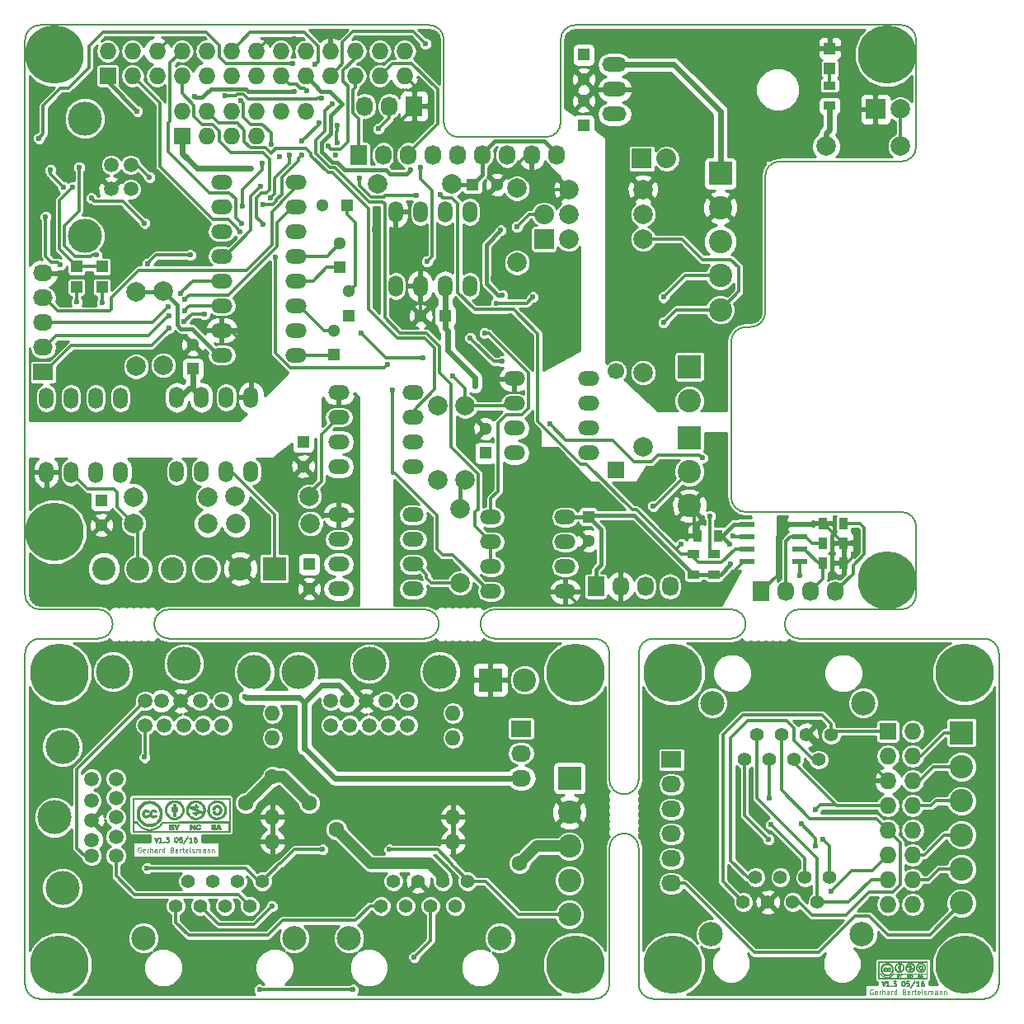
<source format=gtl>
%TF.GenerationSoftware,KiCad,Pcbnew,(2015-06-12 BZR 5742)-product*%
%TF.CreationDate,2016-05-16T15:37:26+02:00*%
%TF.JobID,BPi-CAN,4250692D43414E2E6B696361645F7063,rev?*%
%TF.FileFunction,Copper,L1,Top,Signal*%
%FSLAX46Y46*%
G04 Gerber Fmt 4.6, Leading zero omitted, Abs format (unit mm)*
G04 Created by KiCad (PCBNEW (2015-06-12 BZR 5742)-product) date Mon 16 May 2016 03:37:26 PM CEST*
%MOMM*%
G01*
G04 APERTURE LIST*
%ADD10C,0.100000*%
%ADD11C,0.063500*%
%ADD12C,0.127000*%
%ADD13C,0.150000*%
%ADD14C,0.002540*%
%ADD15C,1.501140*%
%ADD16C,3.500120*%
%ADD17C,1.998980*%
%ADD18R,1.700000X1.700000*%
%ADD19O,1.727200X1.727200*%
%ADD20R,1.727200X1.727200*%
%ADD21C,1.400000*%
%ADD22C,2.500000*%
%ADD23R,1.300000X1.300000*%
%ADD24C,1.300000*%
%ADD25C,1.699260*%
%ADD26R,1.699260X1.699260*%
%ADD27C,6.000000*%
%ADD28O,1.720000X1.720000*%
%ADD29R,2.032000X2.032000*%
%ADD30O,2.032000X2.032000*%
%ADD31R,1.550000X0.600000*%
%ADD32R,2.032000X1.727200*%
%ADD33O,2.032000X1.727200*%
%ADD34C,2.400000*%
%ADD35R,2.400000X2.400000*%
%ADD36R,1.727200X2.032000*%
%ADD37O,1.727200X2.032000*%
%ADD38O,2.499360X1.501140*%
%ADD39O,1.600000X1.600000*%
%ADD40R,2.000000X2.000000*%
%ADD41C,2.000000*%
%ADD42R,1.198880X1.198880*%
%ADD43R,0.900000X1.300000*%
%ADD44R,1.300000X0.900000*%
%ADD45O,2.199640X1.501140*%
%ADD46O,1.501140X2.199640*%
%ADD47C,1.500000*%
%ADD48C,3.500000*%
%ADD49C,0.600000*%
%ADD50C,1.600000*%
%ADD51C,0.406400*%
%ADD52C,0.304800*%
%ADD53C,0.609600*%
%ADD54C,1.200000*%
%ADD55C,0.250000*%
%ADD56C,0.254000*%
G04 APERTURE END LIST*
D10*
D11*
X111865834Y-124460000D02*
X111817453Y-124435810D01*
X111744881Y-124435810D01*
X111672310Y-124460000D01*
X111623929Y-124508381D01*
X111599738Y-124556762D01*
X111575548Y-124653524D01*
X111575548Y-124726095D01*
X111599738Y-124822857D01*
X111623929Y-124871238D01*
X111672310Y-124919619D01*
X111744881Y-124943810D01*
X111793262Y-124943810D01*
X111865834Y-124919619D01*
X111890024Y-124895429D01*
X111890024Y-124726095D01*
X111793262Y-124726095D01*
X112301262Y-124919619D02*
X112252881Y-124943810D01*
X112156119Y-124943810D01*
X112107738Y-124919619D01*
X112083548Y-124871238D01*
X112083548Y-124677714D01*
X112107738Y-124629333D01*
X112156119Y-124605143D01*
X112252881Y-124605143D01*
X112301262Y-124629333D01*
X112325453Y-124677714D01*
X112325453Y-124726095D01*
X112083548Y-124774476D01*
X112543167Y-124943810D02*
X112543167Y-124605143D01*
X112543167Y-124701905D02*
X112567358Y-124653524D01*
X112591548Y-124629333D01*
X112639929Y-124605143D01*
X112688310Y-124605143D01*
X112857643Y-124943810D02*
X112857643Y-124435810D01*
X113075358Y-124943810D02*
X113075358Y-124677714D01*
X113051167Y-124629333D01*
X113002786Y-124605143D01*
X112930215Y-124605143D01*
X112881834Y-124629333D01*
X112857643Y-124653524D01*
X113534977Y-124943810D02*
X113534977Y-124677714D01*
X113510786Y-124629333D01*
X113462405Y-124605143D01*
X113365643Y-124605143D01*
X113317262Y-124629333D01*
X113534977Y-124919619D02*
X113486596Y-124943810D01*
X113365643Y-124943810D01*
X113317262Y-124919619D01*
X113293072Y-124871238D01*
X113293072Y-124822857D01*
X113317262Y-124774476D01*
X113365643Y-124750286D01*
X113486596Y-124750286D01*
X113534977Y-124726095D01*
X113776881Y-124943810D02*
X113776881Y-124605143D01*
X113776881Y-124701905D02*
X113801072Y-124653524D01*
X113825262Y-124629333D01*
X113873643Y-124605143D01*
X113922024Y-124605143D01*
X114309072Y-124943810D02*
X114309072Y-124435810D01*
X114309072Y-124919619D02*
X114260691Y-124943810D01*
X114163929Y-124943810D01*
X114115548Y-124919619D01*
X114091357Y-124895429D01*
X114067167Y-124847048D01*
X114067167Y-124701905D01*
X114091357Y-124653524D01*
X114115548Y-124629333D01*
X114163929Y-124605143D01*
X114260691Y-124605143D01*
X114309072Y-124629333D01*
X115107358Y-124677714D02*
X115179929Y-124701905D01*
X115204120Y-124726095D01*
X115228310Y-124774476D01*
X115228310Y-124847048D01*
X115204120Y-124895429D01*
X115179929Y-124919619D01*
X115131548Y-124943810D01*
X114938024Y-124943810D01*
X114938024Y-124435810D01*
X115107358Y-124435810D01*
X115155739Y-124460000D01*
X115179929Y-124484190D01*
X115204120Y-124532571D01*
X115204120Y-124580952D01*
X115179929Y-124629333D01*
X115155739Y-124653524D01*
X115107358Y-124677714D01*
X114938024Y-124677714D01*
X115639548Y-124919619D02*
X115591167Y-124943810D01*
X115494405Y-124943810D01*
X115446024Y-124919619D01*
X115421834Y-124871238D01*
X115421834Y-124677714D01*
X115446024Y-124629333D01*
X115494405Y-124605143D01*
X115591167Y-124605143D01*
X115639548Y-124629333D01*
X115663739Y-124677714D01*
X115663739Y-124726095D01*
X115421834Y-124774476D01*
X115881453Y-124943810D02*
X115881453Y-124605143D01*
X115881453Y-124701905D02*
X115905644Y-124653524D01*
X115929834Y-124629333D01*
X115978215Y-124605143D01*
X116026596Y-124605143D01*
X116123358Y-124605143D02*
X116316882Y-124605143D01*
X116195929Y-124435810D02*
X116195929Y-124871238D01*
X116220120Y-124919619D01*
X116268501Y-124943810D01*
X116316882Y-124943810D01*
X116679739Y-124919619D02*
X116631358Y-124943810D01*
X116534596Y-124943810D01*
X116486215Y-124919619D01*
X116462025Y-124871238D01*
X116462025Y-124677714D01*
X116486215Y-124629333D01*
X116534596Y-124605143D01*
X116631358Y-124605143D01*
X116679739Y-124629333D01*
X116703930Y-124677714D01*
X116703930Y-124726095D01*
X116462025Y-124774476D01*
X116994216Y-124943810D02*
X116945835Y-124919619D01*
X116921644Y-124871238D01*
X116921644Y-124435810D01*
X117163549Y-124919619D02*
X117211930Y-124943810D01*
X117308692Y-124943810D01*
X117357073Y-124919619D01*
X117381263Y-124871238D01*
X117381263Y-124847048D01*
X117357073Y-124798667D01*
X117308692Y-124774476D01*
X117236120Y-124774476D01*
X117187739Y-124750286D01*
X117163549Y-124701905D01*
X117163549Y-124677714D01*
X117187739Y-124629333D01*
X117236120Y-124605143D01*
X117308692Y-124605143D01*
X117357073Y-124629333D01*
X117598977Y-124943810D02*
X117598977Y-124605143D01*
X117598977Y-124653524D02*
X117623168Y-124629333D01*
X117671549Y-124605143D01*
X117744120Y-124605143D01*
X117792501Y-124629333D01*
X117816692Y-124677714D01*
X117816692Y-124943810D01*
X117816692Y-124677714D02*
X117840882Y-124629333D01*
X117889263Y-124605143D01*
X117961835Y-124605143D01*
X118010215Y-124629333D01*
X118034406Y-124677714D01*
X118034406Y-124943810D01*
X118494025Y-124943810D02*
X118494025Y-124677714D01*
X118469834Y-124629333D01*
X118421453Y-124605143D01*
X118324691Y-124605143D01*
X118276310Y-124629333D01*
X118494025Y-124919619D02*
X118445644Y-124943810D01*
X118324691Y-124943810D01*
X118276310Y-124919619D01*
X118252120Y-124871238D01*
X118252120Y-124822857D01*
X118276310Y-124774476D01*
X118324691Y-124750286D01*
X118445644Y-124750286D01*
X118494025Y-124726095D01*
X118735929Y-124605143D02*
X118735929Y-124943810D01*
X118735929Y-124653524D02*
X118760120Y-124629333D01*
X118808501Y-124605143D01*
X118881072Y-124605143D01*
X118929453Y-124629333D01*
X118953644Y-124677714D01*
X118953644Y-124943810D01*
X119195548Y-124605143D02*
X119195548Y-124943810D01*
X119195548Y-124653524D02*
X119219739Y-124629333D01*
X119268120Y-124605143D01*
X119340691Y-124605143D01*
X119389072Y-124629333D01*
X119413263Y-124677714D01*
X119413263Y-124943810D01*
D12*
X113305165Y-123419810D02*
X113474498Y-123927810D01*
X113643832Y-123419810D01*
X114079261Y-123927810D02*
X113788975Y-123927810D01*
X113934118Y-123927810D02*
X113934118Y-123419810D01*
X113885737Y-123492381D01*
X113837356Y-123540762D01*
X113788975Y-123564952D01*
X114296975Y-123879429D02*
X114321166Y-123903619D01*
X114296975Y-123927810D01*
X114272785Y-123903619D01*
X114296975Y-123879429D01*
X114296975Y-123927810D01*
X114490499Y-123419810D02*
X114804976Y-123419810D01*
X114635642Y-123613333D01*
X114708214Y-123613333D01*
X114756595Y-123637524D01*
X114780785Y-123661714D01*
X114804976Y-123710095D01*
X114804976Y-123831048D01*
X114780785Y-123879429D01*
X114756595Y-123903619D01*
X114708214Y-123927810D01*
X114563071Y-123927810D01*
X114514690Y-123903619D01*
X114490499Y-123879429D01*
X115506500Y-123419810D02*
X115554881Y-123419810D01*
X115603262Y-123444000D01*
X115627453Y-123468190D01*
X115651643Y-123516571D01*
X115675834Y-123613333D01*
X115675834Y-123734286D01*
X115651643Y-123831048D01*
X115627453Y-123879429D01*
X115603262Y-123903619D01*
X115554881Y-123927810D01*
X115506500Y-123927810D01*
X115458119Y-123903619D01*
X115433929Y-123879429D01*
X115409738Y-123831048D01*
X115385548Y-123734286D01*
X115385548Y-123613333D01*
X115409738Y-123516571D01*
X115433929Y-123468190D01*
X115458119Y-123444000D01*
X115506500Y-123419810D01*
X116135453Y-123419810D02*
X115893548Y-123419810D01*
X115869358Y-123661714D01*
X115893548Y-123637524D01*
X115941929Y-123613333D01*
X116062882Y-123613333D01*
X116111263Y-123637524D01*
X116135453Y-123661714D01*
X116159644Y-123710095D01*
X116159644Y-123831048D01*
X116135453Y-123879429D01*
X116111263Y-123903619D01*
X116062882Y-123927810D01*
X115941929Y-123927810D01*
X115893548Y-123903619D01*
X115869358Y-123879429D01*
X116740216Y-123395619D02*
X116304787Y-124048762D01*
X117175644Y-123927810D02*
X116885358Y-123927810D01*
X117030501Y-123927810D02*
X117030501Y-123419810D01*
X116982120Y-123492381D01*
X116933739Y-123540762D01*
X116885358Y-123564952D01*
X117611073Y-123419810D02*
X117514311Y-123419810D01*
X117465930Y-123444000D01*
X117441739Y-123468190D01*
X117393358Y-123540762D01*
X117369168Y-123637524D01*
X117369168Y-123831048D01*
X117393358Y-123879429D01*
X117417549Y-123903619D01*
X117465930Y-123927810D01*
X117562692Y-123927810D01*
X117611073Y-123903619D01*
X117635263Y-123879429D01*
X117659454Y-123831048D01*
X117659454Y-123710095D01*
X117635263Y-123661714D01*
X117611073Y-123637524D01*
X117562692Y-123613333D01*
X117465930Y-123613333D01*
X117417549Y-123637524D01*
X117393358Y-123661714D01*
X117369168Y-123710095D01*
X187981165Y-138215310D02*
X188150498Y-138723310D01*
X188319832Y-138215310D01*
X188755261Y-138723310D02*
X188464975Y-138723310D01*
X188610118Y-138723310D02*
X188610118Y-138215310D01*
X188561737Y-138287881D01*
X188513356Y-138336262D01*
X188464975Y-138360452D01*
X188972975Y-138674929D02*
X188997166Y-138699119D01*
X188972975Y-138723310D01*
X188948785Y-138699119D01*
X188972975Y-138674929D01*
X188972975Y-138723310D01*
X189166499Y-138215310D02*
X189480976Y-138215310D01*
X189311642Y-138408833D01*
X189384214Y-138408833D01*
X189432595Y-138433024D01*
X189456785Y-138457214D01*
X189480976Y-138505595D01*
X189480976Y-138626548D01*
X189456785Y-138674929D01*
X189432595Y-138699119D01*
X189384214Y-138723310D01*
X189239071Y-138723310D01*
X189190690Y-138699119D01*
X189166499Y-138674929D01*
X190182500Y-138215310D02*
X190230881Y-138215310D01*
X190279262Y-138239500D01*
X190303453Y-138263690D01*
X190327643Y-138312071D01*
X190351834Y-138408833D01*
X190351834Y-138529786D01*
X190327643Y-138626548D01*
X190303453Y-138674929D01*
X190279262Y-138699119D01*
X190230881Y-138723310D01*
X190182500Y-138723310D01*
X190134119Y-138699119D01*
X190109929Y-138674929D01*
X190085738Y-138626548D01*
X190061548Y-138529786D01*
X190061548Y-138408833D01*
X190085738Y-138312071D01*
X190109929Y-138263690D01*
X190134119Y-138239500D01*
X190182500Y-138215310D01*
X190811453Y-138215310D02*
X190569548Y-138215310D01*
X190545358Y-138457214D01*
X190569548Y-138433024D01*
X190617929Y-138408833D01*
X190738882Y-138408833D01*
X190787263Y-138433024D01*
X190811453Y-138457214D01*
X190835644Y-138505595D01*
X190835644Y-138626548D01*
X190811453Y-138674929D01*
X190787263Y-138699119D01*
X190738882Y-138723310D01*
X190617929Y-138723310D01*
X190569548Y-138699119D01*
X190545358Y-138674929D01*
X191416216Y-138191119D02*
X190980787Y-138844262D01*
X191851644Y-138723310D02*
X191561358Y-138723310D01*
X191706501Y-138723310D02*
X191706501Y-138215310D01*
X191658120Y-138287881D01*
X191609739Y-138336262D01*
X191561358Y-138360452D01*
X192287073Y-138215310D02*
X192190311Y-138215310D01*
X192141930Y-138239500D01*
X192117739Y-138263690D01*
X192069358Y-138336262D01*
X192045168Y-138433024D01*
X192045168Y-138626548D01*
X192069358Y-138674929D01*
X192093549Y-138699119D01*
X192141930Y-138723310D01*
X192238692Y-138723310D01*
X192287073Y-138699119D01*
X192311263Y-138674929D01*
X192335454Y-138626548D01*
X192335454Y-138505595D01*
X192311263Y-138457214D01*
X192287073Y-138433024D01*
X192238692Y-138408833D01*
X192141930Y-138408833D01*
X192093549Y-138433024D01*
X192069358Y-138457214D01*
X192045168Y-138505595D01*
D11*
X187049834Y-139065000D02*
X187001453Y-139040810D01*
X186928881Y-139040810D01*
X186856310Y-139065000D01*
X186807929Y-139113381D01*
X186783738Y-139161762D01*
X186759548Y-139258524D01*
X186759548Y-139331095D01*
X186783738Y-139427857D01*
X186807929Y-139476238D01*
X186856310Y-139524619D01*
X186928881Y-139548810D01*
X186977262Y-139548810D01*
X187049834Y-139524619D01*
X187074024Y-139500429D01*
X187074024Y-139331095D01*
X186977262Y-139331095D01*
X187485262Y-139524619D02*
X187436881Y-139548810D01*
X187340119Y-139548810D01*
X187291738Y-139524619D01*
X187267548Y-139476238D01*
X187267548Y-139282714D01*
X187291738Y-139234333D01*
X187340119Y-139210143D01*
X187436881Y-139210143D01*
X187485262Y-139234333D01*
X187509453Y-139282714D01*
X187509453Y-139331095D01*
X187267548Y-139379476D01*
X187727167Y-139548810D02*
X187727167Y-139210143D01*
X187727167Y-139306905D02*
X187751358Y-139258524D01*
X187775548Y-139234333D01*
X187823929Y-139210143D01*
X187872310Y-139210143D01*
X188041643Y-139548810D02*
X188041643Y-139040810D01*
X188259358Y-139548810D02*
X188259358Y-139282714D01*
X188235167Y-139234333D01*
X188186786Y-139210143D01*
X188114215Y-139210143D01*
X188065834Y-139234333D01*
X188041643Y-139258524D01*
X188718977Y-139548810D02*
X188718977Y-139282714D01*
X188694786Y-139234333D01*
X188646405Y-139210143D01*
X188549643Y-139210143D01*
X188501262Y-139234333D01*
X188718977Y-139524619D02*
X188670596Y-139548810D01*
X188549643Y-139548810D01*
X188501262Y-139524619D01*
X188477072Y-139476238D01*
X188477072Y-139427857D01*
X188501262Y-139379476D01*
X188549643Y-139355286D01*
X188670596Y-139355286D01*
X188718977Y-139331095D01*
X188960881Y-139548810D02*
X188960881Y-139210143D01*
X188960881Y-139306905D02*
X188985072Y-139258524D01*
X189009262Y-139234333D01*
X189057643Y-139210143D01*
X189106024Y-139210143D01*
X189493072Y-139548810D02*
X189493072Y-139040810D01*
X189493072Y-139524619D02*
X189444691Y-139548810D01*
X189347929Y-139548810D01*
X189299548Y-139524619D01*
X189275357Y-139500429D01*
X189251167Y-139452048D01*
X189251167Y-139306905D01*
X189275357Y-139258524D01*
X189299548Y-139234333D01*
X189347929Y-139210143D01*
X189444691Y-139210143D01*
X189493072Y-139234333D01*
X190291358Y-139282714D02*
X190363929Y-139306905D01*
X190388120Y-139331095D01*
X190412310Y-139379476D01*
X190412310Y-139452048D01*
X190388120Y-139500429D01*
X190363929Y-139524619D01*
X190315548Y-139548810D01*
X190122024Y-139548810D01*
X190122024Y-139040810D01*
X190291358Y-139040810D01*
X190339739Y-139065000D01*
X190363929Y-139089190D01*
X190388120Y-139137571D01*
X190388120Y-139185952D01*
X190363929Y-139234333D01*
X190339739Y-139258524D01*
X190291358Y-139282714D01*
X190122024Y-139282714D01*
X190823548Y-139524619D02*
X190775167Y-139548810D01*
X190678405Y-139548810D01*
X190630024Y-139524619D01*
X190605834Y-139476238D01*
X190605834Y-139282714D01*
X190630024Y-139234333D01*
X190678405Y-139210143D01*
X190775167Y-139210143D01*
X190823548Y-139234333D01*
X190847739Y-139282714D01*
X190847739Y-139331095D01*
X190605834Y-139379476D01*
X191065453Y-139548810D02*
X191065453Y-139210143D01*
X191065453Y-139306905D02*
X191089644Y-139258524D01*
X191113834Y-139234333D01*
X191162215Y-139210143D01*
X191210596Y-139210143D01*
X191307358Y-139210143D02*
X191500882Y-139210143D01*
X191379929Y-139040810D02*
X191379929Y-139476238D01*
X191404120Y-139524619D01*
X191452501Y-139548810D01*
X191500882Y-139548810D01*
X191863739Y-139524619D02*
X191815358Y-139548810D01*
X191718596Y-139548810D01*
X191670215Y-139524619D01*
X191646025Y-139476238D01*
X191646025Y-139282714D01*
X191670215Y-139234333D01*
X191718596Y-139210143D01*
X191815358Y-139210143D01*
X191863739Y-139234333D01*
X191887930Y-139282714D01*
X191887930Y-139331095D01*
X191646025Y-139379476D01*
X192178216Y-139548810D02*
X192129835Y-139524619D01*
X192105644Y-139476238D01*
X192105644Y-139040810D01*
X192347549Y-139524619D02*
X192395930Y-139548810D01*
X192492692Y-139548810D01*
X192541073Y-139524619D01*
X192565263Y-139476238D01*
X192565263Y-139452048D01*
X192541073Y-139403667D01*
X192492692Y-139379476D01*
X192420120Y-139379476D01*
X192371739Y-139355286D01*
X192347549Y-139306905D01*
X192347549Y-139282714D01*
X192371739Y-139234333D01*
X192420120Y-139210143D01*
X192492692Y-139210143D01*
X192541073Y-139234333D01*
X192782977Y-139548810D02*
X192782977Y-139210143D01*
X192782977Y-139258524D02*
X192807168Y-139234333D01*
X192855549Y-139210143D01*
X192928120Y-139210143D01*
X192976501Y-139234333D01*
X193000692Y-139282714D01*
X193000692Y-139548810D01*
X193000692Y-139282714D02*
X193024882Y-139234333D01*
X193073263Y-139210143D01*
X193145835Y-139210143D01*
X193194215Y-139234333D01*
X193218406Y-139282714D01*
X193218406Y-139548810D01*
X193678025Y-139548810D02*
X193678025Y-139282714D01*
X193653834Y-139234333D01*
X193605453Y-139210143D01*
X193508691Y-139210143D01*
X193460310Y-139234333D01*
X193678025Y-139524619D02*
X193629644Y-139548810D01*
X193508691Y-139548810D01*
X193460310Y-139524619D01*
X193436120Y-139476238D01*
X193436120Y-139427857D01*
X193460310Y-139379476D01*
X193508691Y-139355286D01*
X193629644Y-139355286D01*
X193678025Y-139331095D01*
X193919929Y-139210143D02*
X193919929Y-139548810D01*
X193919929Y-139258524D02*
X193944120Y-139234333D01*
X193992501Y-139210143D01*
X194065072Y-139210143D01*
X194113453Y-139234333D01*
X194137644Y-139282714D01*
X194137644Y-139548810D01*
X194379548Y-139210143D02*
X194379548Y-139548810D01*
X194379548Y-139258524D02*
X194403739Y-139234333D01*
X194452120Y-139210143D01*
X194524691Y-139210143D01*
X194573072Y-139234333D01*
X194597263Y-139282714D01*
X194597263Y-139548810D01*
D13*
X148250000Y-100000000D02*
X172500000Y-100000000D01*
X141000000Y-100000000D02*
X114750000Y-100000000D01*
X114750000Y-103000000D02*
X141000000Y-103000000D01*
X142500000Y-101500000D02*
G75*
G03X141000000Y-100000000I-1500000J0D01*
G01*
X141000000Y-103000000D02*
G75*
G03X142500000Y-101500000I0J1500000D01*
G01*
X101500000Y-100000000D02*
X107500000Y-100000000D01*
X101500000Y-103000000D02*
X107500000Y-103000000D01*
X148250000Y-100000000D02*
G75*
G03X146750000Y-101500000I0J-1500000D01*
G01*
X148250000Y-103000000D02*
X158500000Y-103000000D01*
X146750000Y-101500000D02*
G75*
G03X148250000Y-103000000I1500000J0D01*
G01*
X174000000Y-90000000D02*
X190000000Y-90000000D01*
X177500000Y-54000000D02*
X190000000Y-54000000D01*
X176000000Y-55500000D02*
X176000000Y-69500000D01*
X172500000Y-88500000D02*
X172500000Y-72500000D01*
X174000000Y-71000000D02*
X174500000Y-71000000D01*
X174500000Y-71000000D02*
G75*
G03X176000000Y-69500000I0J1500000D01*
G01*
X174000000Y-71000000D02*
G75*
G03X172500000Y-72500000I0J-1500000D01*
G01*
X161500000Y-119000000D02*
G75*
G03X163000000Y-117500000I0J1500000D01*
G01*
X163000000Y-124500000D02*
G75*
G03X161500000Y-123000000I-1500000J0D01*
G01*
X163000000Y-124500000D02*
X163000000Y-138500000D01*
X163000000Y-104500000D02*
X163000000Y-117500000D01*
X160000000Y-124500000D02*
X160000000Y-138500000D01*
X160000000Y-104500000D02*
X160000000Y-117500000D01*
X161500000Y-123000000D02*
G75*
G03X160000000Y-124500000I0J-1500000D01*
G01*
X160000000Y-117500000D02*
G75*
G03X161500000Y-119000000I1500000J0D01*
G01*
X164500000Y-103000000D02*
X172500000Y-103000000D01*
X164500000Y-140000000D02*
X198500000Y-140000000D01*
X163000000Y-138500000D02*
G75*
G03X164500000Y-140000000I1500000J0D01*
G01*
X158500000Y-140000000D02*
G75*
G03X160000000Y-138500000I0J1500000D01*
G01*
X164500000Y-103000000D02*
G75*
G03X163000000Y-104500000I0J-1500000D01*
G01*
X160000000Y-104500000D02*
G75*
G03X158500000Y-103000000I-1500000J0D01*
G01*
X113250000Y-101500000D02*
G75*
G03X114750000Y-103000000I1500000J0D01*
G01*
X114750000Y-100000000D02*
G75*
G03X113250000Y-101500000I0J-1500000D01*
G01*
X174000000Y-101500000D02*
G75*
G03X172500000Y-100000000I-1500000J0D01*
G01*
X172500000Y-103000000D02*
G75*
G03X174000000Y-101500000I0J1500000D01*
G01*
X178000000Y-101500000D02*
G75*
G03X179500000Y-103000000I1500000J0D01*
G01*
X179500000Y-100000000D02*
G75*
G03X178000000Y-101500000I0J-1500000D01*
G01*
X190000000Y-100000000D02*
X179500000Y-100000000D01*
X198500000Y-103000000D02*
X179500000Y-103000000D01*
X107500000Y-103000000D02*
G75*
G03X109000000Y-101500000I0J1500000D01*
G01*
X109000000Y-101500000D02*
G75*
G03X107500000Y-100000000I-1500000J0D01*
G01*
X198500000Y-140000000D02*
G75*
G03X200000000Y-138500000I0J1500000D01*
G01*
X200000000Y-104500000D02*
G75*
G03X198500000Y-103000000I-1500000J0D01*
G01*
X101500000Y-103000000D02*
G75*
G03X100000000Y-104500000I0J-1500000D01*
G01*
X100000000Y-138500000D02*
G75*
G03X101500000Y-140000000I1500000J0D01*
G01*
X100000000Y-104500000D02*
X100000000Y-138500000D01*
X200000000Y-104500000D02*
X200000000Y-138500000D01*
X101500000Y-140000000D02*
X158500000Y-140000000D01*
X191500000Y-91500000D02*
G75*
G03X190000000Y-90000000I-1500000J0D01*
G01*
X172500000Y-88500000D02*
G75*
G03X174000000Y-90000000I1500000J0D01*
G01*
X177500000Y-54000000D02*
G75*
G03X176000000Y-55500000I0J-1500000D01*
G01*
X190000000Y-54000000D02*
G75*
G03X191500000Y-52500000I0J1500000D01*
G01*
X191500000Y-41500000D02*
X191500000Y-52500000D01*
X143000000Y-41500000D02*
G75*
G03X141500000Y-40000000I-1500000J0D01*
G01*
X156500000Y-40000000D02*
G75*
G03X155000000Y-41500000I0J-1500000D01*
G01*
X153500000Y-51500000D02*
G75*
G03X155000000Y-50000000I0J1500000D01*
G01*
X143000000Y-50000000D02*
G75*
G03X144500000Y-51500000I1500000J0D01*
G01*
X144500000Y-51500000D02*
X153500000Y-51500000D01*
X143000000Y-41500000D02*
X143000000Y-50000000D01*
X155000000Y-41500000D02*
X155000000Y-50000000D01*
X190000000Y-40000000D02*
X156500000Y-40000000D01*
X100000000Y-41500000D02*
X100000000Y-98500000D01*
X191500000Y-91500000D02*
X191500000Y-98500000D01*
X191500000Y-41500000D02*
G75*
G03X190000000Y-40000000I-1500000J0D01*
G01*
X190000000Y-100000000D02*
G75*
G03X191500000Y-98500000I0J1500000D01*
G01*
X100000000Y-98500000D02*
G75*
G03X101500000Y-100000000I1500000J0D01*
G01*
X101500000Y-40000000D02*
G75*
G03X100000000Y-41500000I0J-1500000D01*
G01*
X101500000Y-40000000D02*
X141500000Y-40000000D01*
D14*
G36*
X192618360Y-137906760D02*
X192572640Y-137906760D01*
X192572640Y-137380980D01*
X192572640Y-136809480D01*
X192572640Y-136232900D01*
X192557400Y-136217660D01*
X192544700Y-136204960D01*
X190119000Y-136204960D01*
X187693300Y-136204960D01*
X187680600Y-136217660D01*
X187665360Y-136232900D01*
X187665360Y-136809480D01*
X187665360Y-137380980D01*
X187754260Y-137380980D01*
X187843160Y-137380980D01*
X187876180Y-137431780D01*
X187924440Y-137497820D01*
X187980320Y-137558780D01*
X188041280Y-137612120D01*
X188109860Y-137657840D01*
X188183520Y-137698480D01*
X188259720Y-137728960D01*
X188341000Y-137751820D01*
X188407040Y-137761980D01*
X188440060Y-137764520D01*
X188480700Y-137764520D01*
X188523880Y-137764520D01*
X188567060Y-137759440D01*
X188605160Y-137756900D01*
X188628020Y-137751820D01*
X188714380Y-137728960D01*
X188793120Y-137701020D01*
X188866780Y-137660380D01*
X188935360Y-137614660D01*
X189001400Y-137556240D01*
X189026800Y-137530840D01*
X189049660Y-137505440D01*
X189072520Y-137477500D01*
X189092840Y-137452100D01*
X189105540Y-137431780D01*
X189138560Y-137383520D01*
X190853060Y-137380980D01*
X192572640Y-137380980D01*
X192572640Y-137906760D01*
X192567560Y-137906760D01*
X192567560Y-137866120D01*
X192567560Y-137647680D01*
X192567560Y-137426700D01*
X190868300Y-137426700D01*
X189171580Y-137426700D01*
X189138560Y-137472420D01*
X189100460Y-137525760D01*
X189064900Y-137574020D01*
X189024260Y-137612120D01*
X188983620Y-137645140D01*
X188937900Y-137678160D01*
X188904880Y-137698480D01*
X188849000Y-137726420D01*
X188800740Y-137749280D01*
X188755020Y-137767060D01*
X188709300Y-137782300D01*
X188661040Y-137795000D01*
X188658500Y-137795000D01*
X188584840Y-137807700D01*
X188518800Y-137812780D01*
X188455300Y-137812780D01*
X188389260Y-137807700D01*
X188320680Y-137795000D01*
X188244480Y-137772140D01*
X188168280Y-137739120D01*
X188089540Y-137695940D01*
X188010800Y-137645140D01*
X187985400Y-137624820D01*
X187965080Y-137609580D01*
X187942220Y-137586720D01*
X187916820Y-137561320D01*
X187888880Y-137533380D01*
X187866020Y-137505440D01*
X187843160Y-137480040D01*
X187827920Y-137457180D01*
X187820300Y-137441940D01*
X187810140Y-137426700D01*
X187736480Y-137426700D01*
X187660280Y-137426700D01*
X187660280Y-137647680D01*
X187660280Y-137866120D01*
X190116460Y-137866120D01*
X192567560Y-137866120D01*
X192567560Y-137906760D01*
X190121540Y-137906760D01*
X187627260Y-137906760D01*
X187622180Y-137835640D01*
X187622180Y-137820400D01*
X187622180Y-137797540D01*
X187622180Y-137767060D01*
X187622180Y-137726420D01*
X187622180Y-137680700D01*
X187619640Y-137629900D01*
X187619640Y-137571480D01*
X187619640Y-137510520D01*
X187619640Y-137444480D01*
X187619640Y-137373360D01*
X187619640Y-137299700D01*
X187619640Y-137223500D01*
X187619640Y-137144760D01*
X187619640Y-137066020D01*
X187622180Y-136989820D01*
X187622180Y-136911080D01*
X187622180Y-136832340D01*
X187622180Y-136756140D01*
X187622180Y-136679940D01*
X187622180Y-136606280D01*
X187622180Y-136537700D01*
X187622180Y-136474200D01*
X187622180Y-136413240D01*
X187624720Y-136357360D01*
X187624720Y-136306560D01*
X187624720Y-136263380D01*
X187624720Y-136227820D01*
X187624720Y-136199880D01*
X187624720Y-136179560D01*
X187627260Y-136166860D01*
X187627260Y-136166860D01*
X187632340Y-136164320D01*
X187647580Y-136164320D01*
X187670440Y-136164320D01*
X187703460Y-136164320D01*
X187744100Y-136164320D01*
X187794900Y-136164320D01*
X187853320Y-136164320D01*
X187916820Y-136164320D01*
X187990480Y-136164320D01*
X188069220Y-136164320D01*
X188153040Y-136164320D01*
X188244480Y-136164320D01*
X188341000Y-136161780D01*
X188442600Y-136161780D01*
X188549280Y-136161780D01*
X188661040Y-136161780D01*
X188775340Y-136161780D01*
X188894720Y-136161780D01*
X189016640Y-136161780D01*
X189143640Y-136161780D01*
X189270640Y-136161780D01*
X189400180Y-136161780D01*
X189534800Y-136161780D01*
X189666880Y-136161780D01*
X189804040Y-136161780D01*
X189938660Y-136161780D01*
X190075820Y-136161780D01*
X190210440Y-136161780D01*
X190345060Y-136161780D01*
X190482220Y-136161780D01*
X190616840Y-136161780D01*
X190748920Y-136161780D01*
X190881000Y-136161780D01*
X191010540Y-136161780D01*
X191137540Y-136161780D01*
X191262000Y-136161780D01*
X191381380Y-136161780D01*
X191500760Y-136161780D01*
X191612520Y-136161780D01*
X191721740Y-136161780D01*
X191825880Y-136161780D01*
X191924940Y-136161780D01*
X192021460Y-136161780D01*
X192107820Y-136161780D01*
X192191640Y-136161780D01*
X192265300Y-136161780D01*
X192333880Y-136161780D01*
X192397380Y-136161780D01*
X192450720Y-136161780D01*
X192496440Y-136161780D01*
X192534540Y-136161780D01*
X192562480Y-136161780D01*
X192582800Y-136161780D01*
X192592960Y-136161780D01*
X192595500Y-136161780D01*
X192618360Y-136164320D01*
X192618360Y-137035540D01*
X192618360Y-137906760D01*
X192618360Y-137906760D01*
X192618360Y-137906760D01*
G37*
X192618360Y-137906760D02*
X192572640Y-137906760D01*
X192572640Y-137380980D01*
X192572640Y-136809480D01*
X192572640Y-136232900D01*
X192557400Y-136217660D01*
X192544700Y-136204960D01*
X190119000Y-136204960D01*
X187693300Y-136204960D01*
X187680600Y-136217660D01*
X187665360Y-136232900D01*
X187665360Y-136809480D01*
X187665360Y-137380980D01*
X187754260Y-137380980D01*
X187843160Y-137380980D01*
X187876180Y-137431780D01*
X187924440Y-137497820D01*
X187980320Y-137558780D01*
X188041280Y-137612120D01*
X188109860Y-137657840D01*
X188183520Y-137698480D01*
X188259720Y-137728960D01*
X188341000Y-137751820D01*
X188407040Y-137761980D01*
X188440060Y-137764520D01*
X188480700Y-137764520D01*
X188523880Y-137764520D01*
X188567060Y-137759440D01*
X188605160Y-137756900D01*
X188628020Y-137751820D01*
X188714380Y-137728960D01*
X188793120Y-137701020D01*
X188866780Y-137660380D01*
X188935360Y-137614660D01*
X189001400Y-137556240D01*
X189026800Y-137530840D01*
X189049660Y-137505440D01*
X189072520Y-137477500D01*
X189092840Y-137452100D01*
X189105540Y-137431780D01*
X189138560Y-137383520D01*
X190853060Y-137380980D01*
X192572640Y-137380980D01*
X192572640Y-137906760D01*
X192567560Y-137906760D01*
X192567560Y-137866120D01*
X192567560Y-137647680D01*
X192567560Y-137426700D01*
X190868300Y-137426700D01*
X189171580Y-137426700D01*
X189138560Y-137472420D01*
X189100460Y-137525760D01*
X189064900Y-137574020D01*
X189024260Y-137612120D01*
X188983620Y-137645140D01*
X188937900Y-137678160D01*
X188904880Y-137698480D01*
X188849000Y-137726420D01*
X188800740Y-137749280D01*
X188755020Y-137767060D01*
X188709300Y-137782300D01*
X188661040Y-137795000D01*
X188658500Y-137795000D01*
X188584840Y-137807700D01*
X188518800Y-137812780D01*
X188455300Y-137812780D01*
X188389260Y-137807700D01*
X188320680Y-137795000D01*
X188244480Y-137772140D01*
X188168280Y-137739120D01*
X188089540Y-137695940D01*
X188010800Y-137645140D01*
X187985400Y-137624820D01*
X187965080Y-137609580D01*
X187942220Y-137586720D01*
X187916820Y-137561320D01*
X187888880Y-137533380D01*
X187866020Y-137505440D01*
X187843160Y-137480040D01*
X187827920Y-137457180D01*
X187820300Y-137441940D01*
X187810140Y-137426700D01*
X187736480Y-137426700D01*
X187660280Y-137426700D01*
X187660280Y-137647680D01*
X187660280Y-137866120D01*
X190116460Y-137866120D01*
X192567560Y-137866120D01*
X192567560Y-137906760D01*
X190121540Y-137906760D01*
X187627260Y-137906760D01*
X187622180Y-137835640D01*
X187622180Y-137820400D01*
X187622180Y-137797540D01*
X187622180Y-137767060D01*
X187622180Y-137726420D01*
X187622180Y-137680700D01*
X187619640Y-137629900D01*
X187619640Y-137571480D01*
X187619640Y-137510520D01*
X187619640Y-137444480D01*
X187619640Y-137373360D01*
X187619640Y-137299700D01*
X187619640Y-137223500D01*
X187619640Y-137144760D01*
X187619640Y-137066020D01*
X187622180Y-136989820D01*
X187622180Y-136911080D01*
X187622180Y-136832340D01*
X187622180Y-136756140D01*
X187622180Y-136679940D01*
X187622180Y-136606280D01*
X187622180Y-136537700D01*
X187622180Y-136474200D01*
X187622180Y-136413240D01*
X187624720Y-136357360D01*
X187624720Y-136306560D01*
X187624720Y-136263380D01*
X187624720Y-136227820D01*
X187624720Y-136199880D01*
X187624720Y-136179560D01*
X187627260Y-136166860D01*
X187627260Y-136166860D01*
X187632340Y-136164320D01*
X187647580Y-136164320D01*
X187670440Y-136164320D01*
X187703460Y-136164320D01*
X187744100Y-136164320D01*
X187794900Y-136164320D01*
X187853320Y-136164320D01*
X187916820Y-136164320D01*
X187990480Y-136164320D01*
X188069220Y-136164320D01*
X188153040Y-136164320D01*
X188244480Y-136164320D01*
X188341000Y-136161780D01*
X188442600Y-136161780D01*
X188549280Y-136161780D01*
X188661040Y-136161780D01*
X188775340Y-136161780D01*
X188894720Y-136161780D01*
X189016640Y-136161780D01*
X189143640Y-136161780D01*
X189270640Y-136161780D01*
X189400180Y-136161780D01*
X189534800Y-136161780D01*
X189666880Y-136161780D01*
X189804040Y-136161780D01*
X189938660Y-136161780D01*
X190075820Y-136161780D01*
X190210440Y-136161780D01*
X190345060Y-136161780D01*
X190482220Y-136161780D01*
X190616840Y-136161780D01*
X190748920Y-136161780D01*
X190881000Y-136161780D01*
X191010540Y-136161780D01*
X191137540Y-136161780D01*
X191262000Y-136161780D01*
X191381380Y-136161780D01*
X191500760Y-136161780D01*
X191612520Y-136161780D01*
X191721740Y-136161780D01*
X191825880Y-136161780D01*
X191924940Y-136161780D01*
X192021460Y-136161780D01*
X192107820Y-136161780D01*
X192191640Y-136161780D01*
X192265300Y-136161780D01*
X192333880Y-136161780D01*
X192397380Y-136161780D01*
X192450720Y-136161780D01*
X192496440Y-136161780D01*
X192534540Y-136161780D01*
X192562480Y-136161780D01*
X192582800Y-136161780D01*
X192592960Y-136161780D01*
X192595500Y-136161780D01*
X192618360Y-136164320D01*
X192618360Y-137035540D01*
X192618360Y-137906760D01*
X192618360Y-137906760D01*
G36*
X191112140Y-137690860D02*
X191109600Y-137706100D01*
X191096900Y-137741660D01*
X191079120Y-137767060D01*
X191053720Y-137787380D01*
X191023240Y-137800080D01*
X190987680Y-137802620D01*
X190964820Y-137800080D01*
X190939420Y-137795000D01*
X190919100Y-137784840D01*
X190898780Y-137769600D01*
X190888620Y-137759440D01*
X190870840Y-137731500D01*
X190858140Y-137698480D01*
X190853060Y-137665460D01*
X190855600Y-137629900D01*
X190865760Y-137594340D01*
X190883540Y-137563860D01*
X190893700Y-137551160D01*
X190919100Y-137530840D01*
X190949580Y-137518140D01*
X190982600Y-137513060D01*
X191013080Y-137515600D01*
X191043560Y-137525760D01*
X191068960Y-137541000D01*
X191091820Y-137563860D01*
X191096900Y-137576560D01*
X191104520Y-137591800D01*
X191107060Y-137604500D01*
X191107060Y-137607040D01*
X191107060Y-137612120D01*
X191101980Y-137614660D01*
X191089280Y-137617200D01*
X191081660Y-137617200D01*
X191063880Y-137617200D01*
X191056260Y-137614660D01*
X191048640Y-137609580D01*
X191046100Y-137601960D01*
X191030860Y-137581640D01*
X191010540Y-137571480D01*
X190990220Y-137566400D01*
X190967360Y-137571480D01*
X190947040Y-137581640D01*
X190931800Y-137599420D01*
X190926720Y-137609580D01*
X190919100Y-137629900D01*
X190916560Y-137655300D01*
X190919100Y-137683240D01*
X190924180Y-137706100D01*
X190926720Y-137711180D01*
X190941960Y-137731500D01*
X190962280Y-137744200D01*
X190985140Y-137751820D01*
X191008000Y-137749280D01*
X191018160Y-137744200D01*
X191030860Y-137734040D01*
X191041020Y-137718800D01*
X191048640Y-137703560D01*
X191048640Y-137698480D01*
X191048640Y-137695940D01*
X191056260Y-137693400D01*
X191071500Y-137690860D01*
X191079120Y-137690860D01*
X191112140Y-137690860D01*
X191112140Y-137690860D01*
X191112140Y-137690860D01*
G37*
X191112140Y-137690860D02*
X191109600Y-137706100D01*
X191096900Y-137741660D01*
X191079120Y-137767060D01*
X191053720Y-137787380D01*
X191023240Y-137800080D01*
X190987680Y-137802620D01*
X190964820Y-137800080D01*
X190939420Y-137795000D01*
X190919100Y-137784840D01*
X190898780Y-137769600D01*
X190888620Y-137759440D01*
X190870840Y-137731500D01*
X190858140Y-137698480D01*
X190853060Y-137665460D01*
X190855600Y-137629900D01*
X190865760Y-137594340D01*
X190883540Y-137563860D01*
X190893700Y-137551160D01*
X190919100Y-137530840D01*
X190949580Y-137518140D01*
X190982600Y-137513060D01*
X191013080Y-137515600D01*
X191043560Y-137525760D01*
X191068960Y-137541000D01*
X191091820Y-137563860D01*
X191096900Y-137576560D01*
X191104520Y-137591800D01*
X191107060Y-137604500D01*
X191107060Y-137607040D01*
X191107060Y-137612120D01*
X191101980Y-137614660D01*
X191089280Y-137617200D01*
X191081660Y-137617200D01*
X191063880Y-137617200D01*
X191056260Y-137614660D01*
X191048640Y-137609580D01*
X191046100Y-137601960D01*
X191030860Y-137581640D01*
X191010540Y-137571480D01*
X190990220Y-137566400D01*
X190967360Y-137571480D01*
X190947040Y-137581640D01*
X190931800Y-137599420D01*
X190926720Y-137609580D01*
X190919100Y-137629900D01*
X190916560Y-137655300D01*
X190919100Y-137683240D01*
X190924180Y-137706100D01*
X190926720Y-137711180D01*
X190941960Y-137731500D01*
X190962280Y-137744200D01*
X190985140Y-137751820D01*
X191008000Y-137749280D01*
X191018160Y-137744200D01*
X191030860Y-137734040D01*
X191041020Y-137718800D01*
X191048640Y-137703560D01*
X191048640Y-137698480D01*
X191048640Y-137695940D01*
X191056260Y-137693400D01*
X191071500Y-137690860D01*
X191079120Y-137690860D01*
X191112140Y-137690860D01*
X191112140Y-137690860D01*
G36*
X191886840Y-137726420D02*
X191881760Y-137746740D01*
X191871600Y-137764520D01*
X191866520Y-137769600D01*
X191848740Y-137784840D01*
X191820800Y-137797540D01*
X191790320Y-137802620D01*
X191759840Y-137802620D01*
X191754760Y-137802620D01*
X191719200Y-137795000D01*
X191691260Y-137779760D01*
X191670940Y-137759440D01*
X191658240Y-137734040D01*
X191658240Y-137731500D01*
X191655700Y-137716260D01*
X191658240Y-137706100D01*
X191665860Y-137703560D01*
X191683640Y-137703560D01*
X191688720Y-137703560D01*
X191703960Y-137703560D01*
X191711580Y-137706100D01*
X191716660Y-137713720D01*
X191719200Y-137721340D01*
X191729360Y-137739120D01*
X191747140Y-137751820D01*
X191767460Y-137756900D01*
X191792860Y-137754360D01*
X191805560Y-137749280D01*
X191820800Y-137741660D01*
X191828420Y-137728960D01*
X191825880Y-137716260D01*
X191823340Y-137708640D01*
X191815720Y-137701020D01*
X191803020Y-137695940D01*
X191782700Y-137688320D01*
X191757300Y-137678160D01*
X191742060Y-137675620D01*
X191719200Y-137668000D01*
X191701420Y-137660380D01*
X191691260Y-137652760D01*
X191683640Y-137645140D01*
X191668400Y-137622280D01*
X191663320Y-137599420D01*
X191665860Y-137576560D01*
X191676020Y-137556240D01*
X191693800Y-137538460D01*
X191714120Y-137525760D01*
X191739520Y-137515600D01*
X191770000Y-137513060D01*
X191797940Y-137515600D01*
X191828420Y-137525760D01*
X191853820Y-137541000D01*
X191869060Y-137561320D01*
X191876680Y-137586720D01*
X191876680Y-137586720D01*
X191879220Y-137607040D01*
X191851280Y-137607040D01*
X191833500Y-137607040D01*
X191825880Y-137604500D01*
X191820800Y-137599420D01*
X191815720Y-137591800D01*
X191808100Y-137576560D01*
X191790320Y-137566400D01*
X191772540Y-137561320D01*
X191752220Y-137563860D01*
X191736980Y-137571480D01*
X191734440Y-137574020D01*
X191726820Y-137584180D01*
X191724280Y-137594340D01*
X191729360Y-137601960D01*
X191731900Y-137607040D01*
X191742060Y-137612120D01*
X191762380Y-137622280D01*
X191792860Y-137629900D01*
X191795400Y-137629900D01*
X191828420Y-137642600D01*
X191853820Y-137652760D01*
X191869060Y-137665460D01*
X191881760Y-137680700D01*
X191886840Y-137698480D01*
X191886840Y-137703560D01*
X191886840Y-137726420D01*
X191886840Y-137726420D01*
X191886840Y-137726420D01*
G37*
X191886840Y-137726420D02*
X191881760Y-137746740D01*
X191871600Y-137764520D01*
X191866520Y-137769600D01*
X191848740Y-137784840D01*
X191820800Y-137797540D01*
X191790320Y-137802620D01*
X191759840Y-137802620D01*
X191754760Y-137802620D01*
X191719200Y-137795000D01*
X191691260Y-137779760D01*
X191670940Y-137759440D01*
X191658240Y-137734040D01*
X191658240Y-137731500D01*
X191655700Y-137716260D01*
X191658240Y-137706100D01*
X191665860Y-137703560D01*
X191683640Y-137703560D01*
X191688720Y-137703560D01*
X191703960Y-137703560D01*
X191711580Y-137706100D01*
X191716660Y-137713720D01*
X191719200Y-137721340D01*
X191729360Y-137739120D01*
X191747140Y-137751820D01*
X191767460Y-137756900D01*
X191792860Y-137754360D01*
X191805560Y-137749280D01*
X191820800Y-137741660D01*
X191828420Y-137728960D01*
X191825880Y-137716260D01*
X191823340Y-137708640D01*
X191815720Y-137701020D01*
X191803020Y-137695940D01*
X191782700Y-137688320D01*
X191757300Y-137678160D01*
X191742060Y-137675620D01*
X191719200Y-137668000D01*
X191701420Y-137660380D01*
X191691260Y-137652760D01*
X191683640Y-137645140D01*
X191668400Y-137622280D01*
X191663320Y-137599420D01*
X191665860Y-137576560D01*
X191676020Y-137556240D01*
X191693800Y-137538460D01*
X191714120Y-137525760D01*
X191739520Y-137515600D01*
X191770000Y-137513060D01*
X191797940Y-137515600D01*
X191828420Y-137525760D01*
X191853820Y-137541000D01*
X191869060Y-137561320D01*
X191876680Y-137586720D01*
X191876680Y-137586720D01*
X191879220Y-137607040D01*
X191851280Y-137607040D01*
X191833500Y-137607040D01*
X191825880Y-137604500D01*
X191820800Y-137599420D01*
X191815720Y-137591800D01*
X191808100Y-137576560D01*
X191790320Y-137566400D01*
X191772540Y-137561320D01*
X191752220Y-137563860D01*
X191736980Y-137571480D01*
X191734440Y-137574020D01*
X191726820Y-137584180D01*
X191724280Y-137594340D01*
X191729360Y-137601960D01*
X191731900Y-137607040D01*
X191742060Y-137612120D01*
X191762380Y-137622280D01*
X191792860Y-137629900D01*
X191795400Y-137629900D01*
X191828420Y-137642600D01*
X191853820Y-137652760D01*
X191869060Y-137665460D01*
X191881760Y-137680700D01*
X191886840Y-137698480D01*
X191886840Y-137703560D01*
X191886840Y-137726420D01*
X191886840Y-137726420D01*
G36*
X189738000Y-137726420D02*
X189730380Y-137751820D01*
X189715140Y-137774680D01*
X189692280Y-137787380D01*
X189684660Y-137789920D01*
X189674500Y-137792460D01*
X189674500Y-137711180D01*
X189674500Y-137695940D01*
X189666880Y-137685780D01*
X189664340Y-137685780D01*
X189664340Y-137596880D01*
X189659260Y-137584180D01*
X189656720Y-137579100D01*
X189649100Y-137574020D01*
X189636400Y-137571480D01*
X189616080Y-137571480D01*
X189611000Y-137571480D01*
X189570360Y-137571480D01*
X189570360Y-137586720D01*
X189567820Y-137604500D01*
X189570360Y-137617200D01*
X189570360Y-137624820D01*
X189572900Y-137629900D01*
X189580520Y-137632440D01*
X189595760Y-137632440D01*
X189605920Y-137632440D01*
X189631320Y-137629900D01*
X189649100Y-137627360D01*
X189654180Y-137624820D01*
X189661800Y-137612120D01*
X189664340Y-137596880D01*
X189664340Y-137685780D01*
X189654180Y-137680700D01*
X189636400Y-137678160D01*
X189611000Y-137675620D01*
X189570360Y-137675620D01*
X189570360Y-137711180D01*
X189570360Y-137746740D01*
X189613540Y-137746740D01*
X189636400Y-137746740D01*
X189651640Y-137744200D01*
X189661800Y-137741660D01*
X189666880Y-137739120D01*
X189674500Y-137726420D01*
X189674500Y-137711180D01*
X189674500Y-137792460D01*
X189671960Y-137792460D01*
X189659260Y-137795000D01*
X189638940Y-137795000D01*
X189613540Y-137797540D01*
X189588140Y-137797540D01*
X189504320Y-137797540D01*
X189504320Y-137660380D01*
X189504320Y-137520680D01*
X189588140Y-137520680D01*
X189623700Y-137523220D01*
X189651640Y-137523220D01*
X189671960Y-137525760D01*
X189687200Y-137528300D01*
X189699900Y-137533380D01*
X189707520Y-137541000D01*
X189712600Y-137546080D01*
X189720220Y-137558780D01*
X189722760Y-137579100D01*
X189725300Y-137599420D01*
X189722760Y-137609580D01*
X189717680Y-137622280D01*
X189707520Y-137634980D01*
X189704980Y-137634980D01*
X189697360Y-137645140D01*
X189697360Y-137650220D01*
X189699900Y-137650220D01*
X189712600Y-137660380D01*
X189727840Y-137673080D01*
X189735460Y-137690860D01*
X189738000Y-137698480D01*
X189738000Y-137726420D01*
X189738000Y-137726420D01*
X189738000Y-137726420D01*
G37*
X189738000Y-137726420D02*
X189730380Y-137751820D01*
X189715140Y-137774680D01*
X189692280Y-137787380D01*
X189684660Y-137789920D01*
X189674500Y-137792460D01*
X189674500Y-137711180D01*
X189674500Y-137695940D01*
X189666880Y-137685780D01*
X189664340Y-137685780D01*
X189664340Y-137596880D01*
X189659260Y-137584180D01*
X189656720Y-137579100D01*
X189649100Y-137574020D01*
X189636400Y-137571480D01*
X189616080Y-137571480D01*
X189611000Y-137571480D01*
X189570360Y-137571480D01*
X189570360Y-137586720D01*
X189567820Y-137604500D01*
X189570360Y-137617200D01*
X189570360Y-137624820D01*
X189572900Y-137629900D01*
X189580520Y-137632440D01*
X189595760Y-137632440D01*
X189605920Y-137632440D01*
X189631320Y-137629900D01*
X189649100Y-137627360D01*
X189654180Y-137624820D01*
X189661800Y-137612120D01*
X189664340Y-137596880D01*
X189664340Y-137685780D01*
X189654180Y-137680700D01*
X189636400Y-137678160D01*
X189611000Y-137675620D01*
X189570360Y-137675620D01*
X189570360Y-137711180D01*
X189570360Y-137746740D01*
X189613540Y-137746740D01*
X189636400Y-137746740D01*
X189651640Y-137744200D01*
X189661800Y-137741660D01*
X189666880Y-137739120D01*
X189674500Y-137726420D01*
X189674500Y-137711180D01*
X189674500Y-137792460D01*
X189671960Y-137792460D01*
X189659260Y-137795000D01*
X189638940Y-137795000D01*
X189613540Y-137797540D01*
X189588140Y-137797540D01*
X189504320Y-137797540D01*
X189504320Y-137660380D01*
X189504320Y-137520680D01*
X189588140Y-137520680D01*
X189623700Y-137523220D01*
X189651640Y-137523220D01*
X189671960Y-137525760D01*
X189687200Y-137528300D01*
X189699900Y-137533380D01*
X189707520Y-137541000D01*
X189712600Y-137546080D01*
X189720220Y-137558780D01*
X189722760Y-137579100D01*
X189725300Y-137599420D01*
X189722760Y-137609580D01*
X189717680Y-137622280D01*
X189707520Y-137634980D01*
X189704980Y-137634980D01*
X189697360Y-137645140D01*
X189697360Y-137650220D01*
X189699900Y-137650220D01*
X189712600Y-137660380D01*
X189727840Y-137673080D01*
X189735460Y-137690860D01*
X189738000Y-137698480D01*
X189738000Y-137726420D01*
X189738000Y-137726420D01*
G36*
X190014860Y-137520680D02*
X189961520Y-137609580D01*
X189910720Y-137695940D01*
X189910720Y-137746740D01*
X189910720Y-137797540D01*
X189880240Y-137797540D01*
X189849760Y-137797540D01*
X189849760Y-137744200D01*
X189849760Y-137690860D01*
X189801500Y-137609580D01*
X189786260Y-137584180D01*
X189773560Y-137561320D01*
X189763400Y-137543540D01*
X189755780Y-137530840D01*
X189750700Y-137525760D01*
X189755780Y-137523220D01*
X189765940Y-137523220D01*
X189783720Y-137520680D01*
X189783720Y-137520680D01*
X189819280Y-137520680D01*
X189849760Y-137574020D01*
X189865000Y-137599420D01*
X189875160Y-137614660D01*
X189882780Y-137622280D01*
X189885320Y-137622280D01*
X189890400Y-137614660D01*
X189898020Y-137601960D01*
X189908180Y-137581640D01*
X189915800Y-137568940D01*
X189943740Y-137523220D01*
X189979300Y-137523220D01*
X190014860Y-137520680D01*
X190014860Y-137520680D01*
X190014860Y-137520680D01*
G37*
X190014860Y-137520680D02*
X189961520Y-137609580D01*
X189910720Y-137695940D01*
X189910720Y-137746740D01*
X189910720Y-137797540D01*
X189880240Y-137797540D01*
X189849760Y-137797540D01*
X189849760Y-137744200D01*
X189849760Y-137690860D01*
X189801500Y-137609580D01*
X189786260Y-137584180D01*
X189773560Y-137561320D01*
X189763400Y-137543540D01*
X189755780Y-137530840D01*
X189750700Y-137525760D01*
X189755780Y-137523220D01*
X189765940Y-137523220D01*
X189783720Y-137520680D01*
X189783720Y-137520680D01*
X189819280Y-137520680D01*
X189849760Y-137574020D01*
X189865000Y-137599420D01*
X189875160Y-137614660D01*
X189882780Y-137622280D01*
X189885320Y-137622280D01*
X189890400Y-137614660D01*
X189898020Y-137601960D01*
X189908180Y-137581640D01*
X189915800Y-137568940D01*
X189943740Y-137523220D01*
X189979300Y-137523220D01*
X190014860Y-137520680D01*
X190014860Y-137520680D01*
G36*
X190812420Y-137797540D02*
X190781940Y-137797540D01*
X190751460Y-137797540D01*
X190695580Y-137708640D01*
X190639700Y-137619740D01*
X190639700Y-137708640D01*
X190637160Y-137797540D01*
X190606680Y-137797540D01*
X190578740Y-137797540D01*
X190578740Y-137660380D01*
X190578740Y-137520680D01*
X190609220Y-137520680D01*
X190642240Y-137520680D01*
X190695580Y-137609580D01*
X190710820Y-137634980D01*
X190726060Y-137657840D01*
X190738760Y-137675620D01*
X190746380Y-137688320D01*
X190751460Y-137693400D01*
X190751460Y-137693400D01*
X190751460Y-137688320D01*
X190754000Y-137675620D01*
X190754000Y-137655300D01*
X190754000Y-137629900D01*
X190754000Y-137607040D01*
X190751460Y-137520680D01*
X190781940Y-137520680D01*
X190812420Y-137520680D01*
X190812420Y-137660380D01*
X190812420Y-137797540D01*
X190812420Y-137797540D01*
X190812420Y-137797540D01*
G37*
X190812420Y-137797540D02*
X190781940Y-137797540D01*
X190751460Y-137797540D01*
X190695580Y-137708640D01*
X190639700Y-137619740D01*
X190639700Y-137708640D01*
X190637160Y-137797540D01*
X190606680Y-137797540D01*
X190578740Y-137797540D01*
X190578740Y-137660380D01*
X190578740Y-137520680D01*
X190609220Y-137520680D01*
X190642240Y-137520680D01*
X190695580Y-137609580D01*
X190710820Y-137634980D01*
X190726060Y-137657840D01*
X190738760Y-137675620D01*
X190746380Y-137688320D01*
X190751460Y-137693400D01*
X190751460Y-137693400D01*
X190751460Y-137688320D01*
X190754000Y-137675620D01*
X190754000Y-137655300D01*
X190754000Y-137629900D01*
X190754000Y-137607040D01*
X190751460Y-137520680D01*
X190781940Y-137520680D01*
X190812420Y-137520680D01*
X190812420Y-137660380D01*
X190812420Y-137797540D01*
X190812420Y-137797540D01*
G36*
X192163700Y-137792460D02*
X192158620Y-137795000D01*
X192145920Y-137797540D01*
X192130680Y-137797540D01*
X192100200Y-137797540D01*
X192090040Y-137767060D01*
X192082420Y-137736580D01*
X192062100Y-137736580D01*
X192062100Y-137685780D01*
X192046860Y-137642600D01*
X192039240Y-137622280D01*
X192034160Y-137607040D01*
X192029080Y-137601960D01*
X192029080Y-137599420D01*
X192024000Y-137607040D01*
X192018920Y-137619740D01*
X192013840Y-137634980D01*
X192006220Y-137652760D01*
X192001140Y-137668000D01*
X191998600Y-137680700D01*
X191998600Y-137683240D01*
X192003680Y-137685780D01*
X192013840Y-137685780D01*
X192029080Y-137685780D01*
X192062100Y-137685780D01*
X192062100Y-137736580D01*
X192029080Y-137736580D01*
X191978280Y-137736580D01*
X191968120Y-137767060D01*
X191955420Y-137797540D01*
X191924940Y-137797540D01*
X191894460Y-137797540D01*
X191945260Y-137660380D01*
X191996060Y-137523220D01*
X192031620Y-137523220D01*
X192064640Y-137523220D01*
X192112900Y-137657840D01*
X192125600Y-137690860D01*
X192138300Y-137721340D01*
X192148460Y-137749280D01*
X192156080Y-137772140D01*
X192161160Y-137784840D01*
X192163700Y-137792460D01*
X192163700Y-137792460D01*
X192163700Y-137792460D01*
X192163700Y-137792460D01*
G37*
X192163700Y-137792460D02*
X192158620Y-137795000D01*
X192145920Y-137797540D01*
X192130680Y-137797540D01*
X192100200Y-137797540D01*
X192090040Y-137767060D01*
X192082420Y-137736580D01*
X192062100Y-137736580D01*
X192062100Y-137685780D01*
X192046860Y-137642600D01*
X192039240Y-137622280D01*
X192034160Y-137607040D01*
X192029080Y-137601960D01*
X192029080Y-137599420D01*
X192024000Y-137607040D01*
X192018920Y-137619740D01*
X192013840Y-137634980D01*
X192006220Y-137652760D01*
X192001140Y-137668000D01*
X191998600Y-137680700D01*
X191998600Y-137683240D01*
X192003680Y-137685780D01*
X192013840Y-137685780D01*
X192029080Y-137685780D01*
X192062100Y-137685780D01*
X192062100Y-137736580D01*
X192029080Y-137736580D01*
X191978280Y-137736580D01*
X191968120Y-137767060D01*
X191955420Y-137797540D01*
X191924940Y-137797540D01*
X191894460Y-137797540D01*
X191945260Y-137660380D01*
X191996060Y-137523220D01*
X192031620Y-137523220D01*
X192064640Y-137523220D01*
X192112900Y-137657840D01*
X192125600Y-137690860D01*
X192138300Y-137721340D01*
X192148460Y-137749280D01*
X192156080Y-137772140D01*
X192161160Y-137784840D01*
X192163700Y-137792460D01*
X192163700Y-137792460D01*
X192163700Y-137792460D01*
G36*
X189138560Y-136964420D02*
X189138560Y-136999980D01*
X189136020Y-137045700D01*
X189133480Y-137088880D01*
X189125860Y-137126980D01*
X189118240Y-137162540D01*
X189105540Y-137198100D01*
X189095380Y-137223500D01*
X189064900Y-137289540D01*
X189024260Y-137350500D01*
X189024260Y-137350500D01*
X189024260Y-136964420D01*
X189019180Y-136895840D01*
X189003940Y-136827260D01*
X188981080Y-136763760D01*
X188950600Y-136700260D01*
X188909960Y-136644380D01*
X188864240Y-136591040D01*
X188808360Y-136545320D01*
X188747400Y-136504680D01*
X188744860Y-136502140D01*
X188683900Y-136474200D01*
X188620400Y-136453880D01*
X188554360Y-136443720D01*
X188485780Y-136441180D01*
X188417200Y-136446260D01*
X188351160Y-136458960D01*
X188287660Y-136479280D01*
X188247020Y-136499600D01*
X188188600Y-136535160D01*
X188135260Y-136578340D01*
X188089540Y-136629140D01*
X188046360Y-136682480D01*
X188013340Y-136740900D01*
X187985400Y-136801860D01*
X187975240Y-136837420D01*
X187960000Y-136908540D01*
X187957460Y-136979660D01*
X187962540Y-137048240D01*
X187977780Y-137116820D01*
X188000640Y-137180320D01*
X188036200Y-137243820D01*
X188076840Y-137302240D01*
X188127640Y-137355580D01*
X188186060Y-137403840D01*
X188244480Y-137441940D01*
X188307980Y-137472420D01*
X188374020Y-137492740D01*
X188442600Y-137502900D01*
X188516260Y-137502900D01*
X188582300Y-137495280D01*
X188643260Y-137482580D01*
X188704220Y-137459720D01*
X188762640Y-137429240D01*
X188815980Y-137391140D01*
X188866780Y-137347960D01*
X188912500Y-137299700D01*
X188948060Y-137246360D01*
X188978540Y-137193020D01*
X188986160Y-137175240D01*
X189009020Y-137104120D01*
X189021720Y-137033000D01*
X189024260Y-136964420D01*
X189024260Y-137350500D01*
X188978540Y-137406380D01*
X188925200Y-137459720D01*
X188866780Y-137505440D01*
X188803280Y-137543540D01*
X188737240Y-137576560D01*
X188671200Y-137599420D01*
X188600080Y-137614660D01*
X188567060Y-137619740D01*
X188536580Y-137622280D01*
X188511180Y-137622280D01*
X188488320Y-137624820D01*
X188470540Y-137624820D01*
X188450220Y-137622280D01*
X188432440Y-137622280D01*
X188356240Y-137612120D01*
X188282580Y-137591800D01*
X188214000Y-137563860D01*
X188147960Y-137525760D01*
X188084460Y-137480040D01*
X188023500Y-137421620D01*
X188023500Y-137421620D01*
X187970160Y-137360660D01*
X187924440Y-137297160D01*
X187891420Y-137231120D01*
X187866020Y-137162540D01*
X187848240Y-137088880D01*
X187840620Y-137015220D01*
X187840620Y-136974580D01*
X187843160Y-136903460D01*
X187853320Y-136834880D01*
X187868560Y-136773920D01*
X187891420Y-136710420D01*
X187911740Y-136672320D01*
X187952380Y-136606280D01*
X188000640Y-136542780D01*
X188053980Y-136486900D01*
X188114940Y-136438640D01*
X188180980Y-136398000D01*
X188249560Y-136364980D01*
X188320680Y-136339580D01*
X188366400Y-136329420D01*
X188399420Y-136326880D01*
X188440060Y-136324340D01*
X188483240Y-136321800D01*
X188526420Y-136324340D01*
X188569600Y-136324340D01*
X188605160Y-136329420D01*
X188612780Y-136331960D01*
X188688980Y-136349740D01*
X188760100Y-136377680D01*
X188828680Y-136413240D01*
X188892180Y-136456420D01*
X188950600Y-136507220D01*
X189001400Y-136563100D01*
X189047120Y-136626600D01*
X189082680Y-136695180D01*
X189110620Y-136766300D01*
X189115700Y-136784080D01*
X189125860Y-136819640D01*
X189133480Y-136852660D01*
X189136020Y-136885680D01*
X189138560Y-136923780D01*
X189138560Y-136964420D01*
X189138560Y-136964420D01*
X189138560Y-136964420D01*
G37*
X189138560Y-136964420D02*
X189138560Y-136999980D01*
X189136020Y-137045700D01*
X189133480Y-137088880D01*
X189125860Y-137126980D01*
X189118240Y-137162540D01*
X189105540Y-137198100D01*
X189095380Y-137223500D01*
X189064900Y-137289540D01*
X189024260Y-137350500D01*
X189024260Y-137350500D01*
X189024260Y-136964420D01*
X189019180Y-136895840D01*
X189003940Y-136827260D01*
X188981080Y-136763760D01*
X188950600Y-136700260D01*
X188909960Y-136644380D01*
X188864240Y-136591040D01*
X188808360Y-136545320D01*
X188747400Y-136504680D01*
X188744860Y-136502140D01*
X188683900Y-136474200D01*
X188620400Y-136453880D01*
X188554360Y-136443720D01*
X188485780Y-136441180D01*
X188417200Y-136446260D01*
X188351160Y-136458960D01*
X188287660Y-136479280D01*
X188247020Y-136499600D01*
X188188600Y-136535160D01*
X188135260Y-136578340D01*
X188089540Y-136629140D01*
X188046360Y-136682480D01*
X188013340Y-136740900D01*
X187985400Y-136801860D01*
X187975240Y-136837420D01*
X187960000Y-136908540D01*
X187957460Y-136979660D01*
X187962540Y-137048240D01*
X187977780Y-137116820D01*
X188000640Y-137180320D01*
X188036200Y-137243820D01*
X188076840Y-137302240D01*
X188127640Y-137355580D01*
X188186060Y-137403840D01*
X188244480Y-137441940D01*
X188307980Y-137472420D01*
X188374020Y-137492740D01*
X188442600Y-137502900D01*
X188516260Y-137502900D01*
X188582300Y-137495280D01*
X188643260Y-137482580D01*
X188704220Y-137459720D01*
X188762640Y-137429240D01*
X188815980Y-137391140D01*
X188866780Y-137347960D01*
X188912500Y-137299700D01*
X188948060Y-137246360D01*
X188978540Y-137193020D01*
X188986160Y-137175240D01*
X189009020Y-137104120D01*
X189021720Y-137033000D01*
X189024260Y-136964420D01*
X189024260Y-137350500D01*
X188978540Y-137406380D01*
X188925200Y-137459720D01*
X188866780Y-137505440D01*
X188803280Y-137543540D01*
X188737240Y-137576560D01*
X188671200Y-137599420D01*
X188600080Y-137614660D01*
X188567060Y-137619740D01*
X188536580Y-137622280D01*
X188511180Y-137622280D01*
X188488320Y-137624820D01*
X188470540Y-137624820D01*
X188450220Y-137622280D01*
X188432440Y-137622280D01*
X188356240Y-137612120D01*
X188282580Y-137591800D01*
X188214000Y-137563860D01*
X188147960Y-137525760D01*
X188084460Y-137480040D01*
X188023500Y-137421620D01*
X188023500Y-137421620D01*
X187970160Y-137360660D01*
X187924440Y-137297160D01*
X187891420Y-137231120D01*
X187866020Y-137162540D01*
X187848240Y-137088880D01*
X187840620Y-137015220D01*
X187840620Y-136974580D01*
X187843160Y-136903460D01*
X187853320Y-136834880D01*
X187868560Y-136773920D01*
X187891420Y-136710420D01*
X187911740Y-136672320D01*
X187952380Y-136606280D01*
X188000640Y-136542780D01*
X188053980Y-136486900D01*
X188114940Y-136438640D01*
X188180980Y-136398000D01*
X188249560Y-136364980D01*
X188320680Y-136339580D01*
X188366400Y-136329420D01*
X188399420Y-136326880D01*
X188440060Y-136324340D01*
X188483240Y-136321800D01*
X188526420Y-136324340D01*
X188569600Y-136324340D01*
X188605160Y-136329420D01*
X188612780Y-136331960D01*
X188688980Y-136349740D01*
X188760100Y-136377680D01*
X188828680Y-136413240D01*
X188892180Y-136456420D01*
X188950600Y-136507220D01*
X189001400Y-136563100D01*
X189047120Y-136626600D01*
X189082680Y-136695180D01*
X189110620Y-136766300D01*
X189115700Y-136784080D01*
X189125860Y-136819640D01*
X189133480Y-136852660D01*
X189136020Y-136885680D01*
X189138560Y-136923780D01*
X189138560Y-136964420D01*
X189138560Y-136964420D01*
G36*
X190256160Y-136771380D02*
X190256160Y-136817100D01*
X190251080Y-136860280D01*
X190246000Y-136900920D01*
X190243460Y-136911080D01*
X190230760Y-136949180D01*
X190212980Y-136989820D01*
X190192660Y-137030460D01*
X190172340Y-137060940D01*
X190167260Y-137066020D01*
X190167260Y-136784080D01*
X190164720Y-136730740D01*
X190157100Y-136682480D01*
X190141860Y-136636760D01*
X190131700Y-136611360D01*
X190103760Y-136563100D01*
X190068200Y-136517380D01*
X190022480Y-136476740D01*
X189974220Y-136441180D01*
X189920880Y-136415780D01*
X189890400Y-136403080D01*
X189872620Y-136398000D01*
X189857380Y-136395460D01*
X189839600Y-136392920D01*
X189819280Y-136392920D01*
X189791340Y-136392920D01*
X189778640Y-136392920D01*
X189745620Y-136392920D01*
X189722760Y-136392920D01*
X189704980Y-136395460D01*
X189689740Y-136398000D01*
X189671960Y-136400540D01*
X189664340Y-136403080D01*
X189608460Y-136425940D01*
X189555120Y-136458960D01*
X189506860Y-136497060D01*
X189466220Y-136542780D01*
X189430660Y-136593580D01*
X189405260Y-136652000D01*
X189395100Y-136682480D01*
X189387480Y-136715500D01*
X189384940Y-136753600D01*
X189382400Y-136791700D01*
X189384940Y-136832340D01*
X189390020Y-136865360D01*
X189392560Y-136878060D01*
X189412880Y-136936480D01*
X189443360Y-136992360D01*
X189481460Y-137040620D01*
X189527180Y-137083800D01*
X189552580Y-137104120D01*
X189605920Y-137137140D01*
X189661800Y-137160000D01*
X189722760Y-137172700D01*
X189783720Y-137175240D01*
X189834520Y-137172700D01*
X189880240Y-137162540D01*
X189925960Y-137144760D01*
X189969140Y-137124440D01*
X189981840Y-137119360D01*
X189997080Y-137106660D01*
X190017400Y-137091420D01*
X190040260Y-137071100D01*
X190060580Y-137053320D01*
X190060580Y-137050780D01*
X190083440Y-137030460D01*
X190098680Y-137012680D01*
X190111380Y-136994900D01*
X190121540Y-136974580D01*
X190126620Y-136964420D01*
X190146940Y-136918700D01*
X190159640Y-136878060D01*
X190164720Y-136832340D01*
X190167260Y-136784080D01*
X190167260Y-137066020D01*
X190167260Y-137071100D01*
X190124080Y-137116820D01*
X190078360Y-137160000D01*
X190022480Y-137198100D01*
X189966600Y-137228580D01*
X189908180Y-137248900D01*
X189895480Y-137251440D01*
X189865000Y-137256520D01*
X189829440Y-137261600D01*
X189793880Y-137264140D01*
X189755780Y-137264140D01*
X189722760Y-137264140D01*
X189702440Y-137261600D01*
X189636400Y-137246360D01*
X189575440Y-137220960D01*
X189514480Y-137187940D01*
X189458600Y-137144760D01*
X189435740Y-137121900D01*
X189390020Y-137068560D01*
X189351920Y-137015220D01*
X189321440Y-136954260D01*
X189306200Y-136903460D01*
X189301120Y-136883140D01*
X189298580Y-136862820D01*
X189296040Y-136839960D01*
X189293500Y-136817100D01*
X189293500Y-136786620D01*
X189296040Y-136740900D01*
X189298580Y-136702800D01*
X189301120Y-136679940D01*
X189321440Y-136616440D01*
X189349380Y-136555480D01*
X189384940Y-136499600D01*
X189428120Y-136448800D01*
X189476380Y-136403080D01*
X189529720Y-136364980D01*
X189588140Y-136334500D01*
X189651640Y-136314180D01*
X189664340Y-136311640D01*
X189694820Y-136306560D01*
X189730380Y-136301480D01*
X189771020Y-136301480D01*
X189814200Y-136301480D01*
X189852300Y-136304020D01*
X189885320Y-136309100D01*
X189903100Y-136314180D01*
X189966600Y-136337040D01*
X190027560Y-136367520D01*
X190083440Y-136405620D01*
X190129160Y-136451340D01*
X190169800Y-136504680D01*
X190205360Y-136560560D01*
X190233300Y-136624060D01*
X190251080Y-136690100D01*
X190251080Y-136692640D01*
X190256160Y-136730740D01*
X190256160Y-136771380D01*
X190256160Y-136771380D01*
X190256160Y-136771380D01*
G37*
X190256160Y-136771380D02*
X190256160Y-136817100D01*
X190251080Y-136860280D01*
X190246000Y-136900920D01*
X190243460Y-136911080D01*
X190230760Y-136949180D01*
X190212980Y-136989820D01*
X190192660Y-137030460D01*
X190172340Y-137060940D01*
X190167260Y-137066020D01*
X190167260Y-136784080D01*
X190164720Y-136730740D01*
X190157100Y-136682480D01*
X190141860Y-136636760D01*
X190131700Y-136611360D01*
X190103760Y-136563100D01*
X190068200Y-136517380D01*
X190022480Y-136476740D01*
X189974220Y-136441180D01*
X189920880Y-136415780D01*
X189890400Y-136403080D01*
X189872620Y-136398000D01*
X189857380Y-136395460D01*
X189839600Y-136392920D01*
X189819280Y-136392920D01*
X189791340Y-136392920D01*
X189778640Y-136392920D01*
X189745620Y-136392920D01*
X189722760Y-136392920D01*
X189704980Y-136395460D01*
X189689740Y-136398000D01*
X189671960Y-136400540D01*
X189664340Y-136403080D01*
X189608460Y-136425940D01*
X189555120Y-136458960D01*
X189506860Y-136497060D01*
X189466220Y-136542780D01*
X189430660Y-136593580D01*
X189405260Y-136652000D01*
X189395100Y-136682480D01*
X189387480Y-136715500D01*
X189384940Y-136753600D01*
X189382400Y-136791700D01*
X189384940Y-136832340D01*
X189390020Y-136865360D01*
X189392560Y-136878060D01*
X189412880Y-136936480D01*
X189443360Y-136992360D01*
X189481460Y-137040620D01*
X189527180Y-137083800D01*
X189552580Y-137104120D01*
X189605920Y-137137140D01*
X189661800Y-137160000D01*
X189722760Y-137172700D01*
X189783720Y-137175240D01*
X189834520Y-137172700D01*
X189880240Y-137162540D01*
X189925960Y-137144760D01*
X189969140Y-137124440D01*
X189981840Y-137119360D01*
X189997080Y-137106660D01*
X190017400Y-137091420D01*
X190040260Y-137071100D01*
X190060580Y-137053320D01*
X190060580Y-137050780D01*
X190083440Y-137030460D01*
X190098680Y-137012680D01*
X190111380Y-136994900D01*
X190121540Y-136974580D01*
X190126620Y-136964420D01*
X190146940Y-136918700D01*
X190159640Y-136878060D01*
X190164720Y-136832340D01*
X190167260Y-136784080D01*
X190167260Y-137066020D01*
X190167260Y-137071100D01*
X190124080Y-137116820D01*
X190078360Y-137160000D01*
X190022480Y-137198100D01*
X189966600Y-137228580D01*
X189908180Y-137248900D01*
X189895480Y-137251440D01*
X189865000Y-137256520D01*
X189829440Y-137261600D01*
X189793880Y-137264140D01*
X189755780Y-137264140D01*
X189722760Y-137264140D01*
X189702440Y-137261600D01*
X189636400Y-137246360D01*
X189575440Y-137220960D01*
X189514480Y-137187940D01*
X189458600Y-137144760D01*
X189435740Y-137121900D01*
X189390020Y-137068560D01*
X189351920Y-137015220D01*
X189321440Y-136954260D01*
X189306200Y-136903460D01*
X189301120Y-136883140D01*
X189298580Y-136862820D01*
X189296040Y-136839960D01*
X189293500Y-136817100D01*
X189293500Y-136786620D01*
X189296040Y-136740900D01*
X189298580Y-136702800D01*
X189301120Y-136679940D01*
X189321440Y-136616440D01*
X189349380Y-136555480D01*
X189384940Y-136499600D01*
X189428120Y-136448800D01*
X189476380Y-136403080D01*
X189529720Y-136364980D01*
X189588140Y-136334500D01*
X189651640Y-136314180D01*
X189664340Y-136311640D01*
X189694820Y-136306560D01*
X189730380Y-136301480D01*
X189771020Y-136301480D01*
X189814200Y-136301480D01*
X189852300Y-136304020D01*
X189885320Y-136309100D01*
X189903100Y-136314180D01*
X189966600Y-136337040D01*
X190027560Y-136367520D01*
X190083440Y-136405620D01*
X190129160Y-136451340D01*
X190169800Y-136504680D01*
X190205360Y-136560560D01*
X190233300Y-136624060D01*
X190251080Y-136690100D01*
X190251080Y-136692640D01*
X190256160Y-136730740D01*
X190256160Y-136771380D01*
X190256160Y-136771380D01*
G36*
X191345820Y-136796780D02*
X191343280Y-136834880D01*
X191338200Y-136878060D01*
X191330580Y-136913620D01*
X191320420Y-136949180D01*
X191305180Y-136984740D01*
X191302640Y-136987280D01*
X191279780Y-137030460D01*
X191256920Y-137063480D01*
X191256920Y-136779000D01*
X191251840Y-136718040D01*
X191236600Y-136659620D01*
X191213740Y-136603740D01*
X191183260Y-136552940D01*
X191142620Y-136507220D01*
X191096900Y-136466580D01*
X191043560Y-136431020D01*
X191033400Y-136425940D01*
X190990220Y-136408160D01*
X190947040Y-136395460D01*
X190898780Y-136390380D01*
X190845440Y-136390380D01*
X190814960Y-136390380D01*
X190792100Y-136392920D01*
X190774320Y-136395460D01*
X190756540Y-136400540D01*
X190736220Y-136408160D01*
X190713360Y-136415780D01*
X190687960Y-136428480D01*
X190667640Y-136438640D01*
X190665100Y-136441180D01*
X190649860Y-136448800D01*
X190632080Y-136464040D01*
X190611760Y-136481820D01*
X190588900Y-136502140D01*
X190571120Y-136519920D01*
X190553340Y-136537700D01*
X190543180Y-136552940D01*
X190538100Y-136558020D01*
X190535560Y-136565640D01*
X190538100Y-136570720D01*
X190548260Y-136575800D01*
X190558420Y-136580880D01*
X190576200Y-136588500D01*
X190599060Y-136598660D01*
X190624460Y-136608820D01*
X190639700Y-136616440D01*
X190713360Y-136649460D01*
X190726060Y-136626600D01*
X190743840Y-136603740D01*
X190769240Y-136585960D01*
X190797180Y-136573260D01*
X190809880Y-136568180D01*
X190837820Y-136563100D01*
X190837820Y-136525000D01*
X190837820Y-136489440D01*
X190865760Y-136489440D01*
X190893700Y-136489440D01*
X190893700Y-136525000D01*
X190893700Y-136563100D01*
X190924180Y-136568180D01*
X190941960Y-136573260D01*
X190962280Y-136580880D01*
X190982600Y-136588500D01*
X190997840Y-136596120D01*
X191008000Y-136603740D01*
X191010540Y-136606280D01*
X191008000Y-136611360D01*
X191000380Y-136624060D01*
X190990220Y-136636760D01*
X190985140Y-136644380D01*
X190954660Y-136674860D01*
X190926720Y-136662160D01*
X190901320Y-136652000D01*
X190875920Y-136646920D01*
X190853060Y-136649460D01*
X190832740Y-136654540D01*
X190820040Y-136664700D01*
X190814960Y-136679940D01*
X190814960Y-136679940D01*
X190814960Y-136685020D01*
X190817500Y-136687560D01*
X190820040Y-136692640D01*
X190827660Y-136695180D01*
X190837820Y-136702800D01*
X190850520Y-136707880D01*
X190870840Y-136718040D01*
X190896240Y-136730740D01*
X190926720Y-136743440D01*
X190964820Y-136761220D01*
X191013080Y-136784080D01*
X191025780Y-136789160D01*
X191068960Y-136806940D01*
X191109600Y-136827260D01*
X191145160Y-136842500D01*
X191178180Y-136857740D01*
X191203580Y-136867900D01*
X191223900Y-136875520D01*
X191236600Y-136883140D01*
X191241680Y-136883140D01*
X191244220Y-136878060D01*
X191249300Y-136865360D01*
X191251840Y-136845040D01*
X191251840Y-136839960D01*
X191256920Y-136779000D01*
X191256920Y-137063480D01*
X191254380Y-137066020D01*
X191223900Y-137101580D01*
X191201040Y-137126980D01*
X191201040Y-136979660D01*
X191195960Y-136972040D01*
X191183260Y-136964420D01*
X191162940Y-136954260D01*
X191135000Y-136941560D01*
X191119760Y-136936480D01*
X191030860Y-136895840D01*
X191015620Y-136926320D01*
X190995300Y-136956800D01*
X190969900Y-136977120D01*
X190936880Y-136992360D01*
X190931800Y-136994900D01*
X190914020Y-136999980D01*
X190901320Y-137005060D01*
X190896240Y-137015220D01*
X190893700Y-137027920D01*
X190893700Y-137038080D01*
X190891160Y-137071100D01*
X190865760Y-137071100D01*
X190837820Y-137071100D01*
X190837820Y-137038080D01*
X190837820Y-137022840D01*
X190837820Y-137010140D01*
X190832740Y-137005060D01*
X190822580Y-137002520D01*
X190807340Y-136997440D01*
X190794640Y-136997440D01*
X190776860Y-136992360D01*
X190754000Y-136982200D01*
X190731140Y-136972040D01*
X190710820Y-136959340D01*
X190703200Y-136954260D01*
X190690500Y-136944100D01*
X190723520Y-136911080D01*
X190741300Y-136893300D01*
X190754000Y-136883140D01*
X190761620Y-136880600D01*
X190764160Y-136880600D01*
X190789560Y-136898380D01*
X190812420Y-136911080D01*
X190832740Y-136916160D01*
X190858140Y-136918700D01*
X190860680Y-136918700D01*
X190888620Y-136916160D01*
X190908940Y-136906000D01*
X190921640Y-136890760D01*
X190921640Y-136890760D01*
X190926720Y-136875520D01*
X190924180Y-136860280D01*
X190924180Y-136860280D01*
X190921640Y-136855200D01*
X190916560Y-136852660D01*
X190911480Y-136847580D01*
X190901320Y-136842500D01*
X190886080Y-136834880D01*
X190868300Y-136824720D01*
X190842900Y-136812020D01*
X190809880Y-136799320D01*
X190771780Y-136781540D01*
X190726060Y-136761220D01*
X190703200Y-136751060D01*
X190660020Y-136730740D01*
X190619380Y-136712960D01*
X190583820Y-136697720D01*
X190550800Y-136685020D01*
X190525400Y-136672320D01*
X190505080Y-136664700D01*
X190492380Y-136659620D01*
X190487300Y-136659620D01*
X190482220Y-136667240D01*
X190477140Y-136682480D01*
X190474600Y-136705340D01*
X190469520Y-136730740D01*
X190469520Y-136756140D01*
X190466980Y-136781540D01*
X190466980Y-136786620D01*
X190472060Y-136845040D01*
X190484760Y-136903460D01*
X190507620Y-136956800D01*
X190538100Y-137005060D01*
X190573660Y-137048240D01*
X190614300Y-137086340D01*
X190660020Y-137119360D01*
X190710820Y-137144760D01*
X190766700Y-137165080D01*
X190822580Y-137175240D01*
X190881000Y-137175240D01*
X190919100Y-137172700D01*
X190980060Y-137157460D01*
X191038480Y-137132060D01*
X191091820Y-137101580D01*
X191140080Y-137060940D01*
X191170560Y-137030460D01*
X191183260Y-137012680D01*
X191195960Y-136997440D01*
X191201040Y-136987280D01*
X191201040Y-136979660D01*
X191201040Y-137126980D01*
X191198500Y-137129520D01*
X191142620Y-137175240D01*
X191086740Y-137210800D01*
X191025780Y-137238740D01*
X190967360Y-137253980D01*
X190936880Y-137259060D01*
X190901320Y-137261600D01*
X190865760Y-137264140D01*
X190830200Y-137264140D01*
X190799720Y-137261600D01*
X190794640Y-137261600D01*
X190728600Y-137248900D01*
X190667640Y-137226040D01*
X190609220Y-137193020D01*
X190553340Y-137152380D01*
X190510160Y-137109200D01*
X190466980Y-137058400D01*
X190433960Y-137010140D01*
X190408560Y-136956800D01*
X190390780Y-136900920D01*
X190380620Y-136837420D01*
X190380620Y-136801860D01*
X190378080Y-136768840D01*
X190378080Y-136743440D01*
X190380620Y-136723120D01*
X190383160Y-136700260D01*
X190385700Y-136685020D01*
X190406020Y-136618980D01*
X190431420Y-136558020D01*
X190466980Y-136499600D01*
X190510160Y-136448800D01*
X190560960Y-136403080D01*
X190616840Y-136364980D01*
X190652400Y-136344660D01*
X190698120Y-136324340D01*
X190741300Y-136311640D01*
X190789560Y-136304020D01*
X190837820Y-136301480D01*
X190908940Y-136301480D01*
X190977520Y-136311640D01*
X191038480Y-136329420D01*
X191099440Y-136357360D01*
X191155320Y-136395460D01*
X191195960Y-136431020D01*
X191241680Y-136479280D01*
X191279780Y-136535160D01*
X191310260Y-136596120D01*
X191330580Y-136659620D01*
X191343280Y-136725660D01*
X191345820Y-136796780D01*
X191345820Y-136796780D01*
X191345820Y-136796780D01*
G37*
X191345820Y-136796780D02*
X191343280Y-136834880D01*
X191338200Y-136878060D01*
X191330580Y-136913620D01*
X191320420Y-136949180D01*
X191305180Y-136984740D01*
X191302640Y-136987280D01*
X191279780Y-137030460D01*
X191256920Y-137063480D01*
X191256920Y-136779000D01*
X191251840Y-136718040D01*
X191236600Y-136659620D01*
X191213740Y-136603740D01*
X191183260Y-136552940D01*
X191142620Y-136507220D01*
X191096900Y-136466580D01*
X191043560Y-136431020D01*
X191033400Y-136425940D01*
X190990220Y-136408160D01*
X190947040Y-136395460D01*
X190898780Y-136390380D01*
X190845440Y-136390380D01*
X190814960Y-136390380D01*
X190792100Y-136392920D01*
X190774320Y-136395460D01*
X190756540Y-136400540D01*
X190736220Y-136408160D01*
X190713360Y-136415780D01*
X190687960Y-136428480D01*
X190667640Y-136438640D01*
X190665100Y-136441180D01*
X190649860Y-136448800D01*
X190632080Y-136464040D01*
X190611760Y-136481820D01*
X190588900Y-136502140D01*
X190571120Y-136519920D01*
X190553340Y-136537700D01*
X190543180Y-136552940D01*
X190538100Y-136558020D01*
X190535560Y-136565640D01*
X190538100Y-136570720D01*
X190548260Y-136575800D01*
X190558420Y-136580880D01*
X190576200Y-136588500D01*
X190599060Y-136598660D01*
X190624460Y-136608820D01*
X190639700Y-136616440D01*
X190713360Y-136649460D01*
X190726060Y-136626600D01*
X190743840Y-136603740D01*
X190769240Y-136585960D01*
X190797180Y-136573260D01*
X190809880Y-136568180D01*
X190837820Y-136563100D01*
X190837820Y-136525000D01*
X190837820Y-136489440D01*
X190865760Y-136489440D01*
X190893700Y-136489440D01*
X190893700Y-136525000D01*
X190893700Y-136563100D01*
X190924180Y-136568180D01*
X190941960Y-136573260D01*
X190962280Y-136580880D01*
X190982600Y-136588500D01*
X190997840Y-136596120D01*
X191008000Y-136603740D01*
X191010540Y-136606280D01*
X191008000Y-136611360D01*
X191000380Y-136624060D01*
X190990220Y-136636760D01*
X190985140Y-136644380D01*
X190954660Y-136674860D01*
X190926720Y-136662160D01*
X190901320Y-136652000D01*
X190875920Y-136646920D01*
X190853060Y-136649460D01*
X190832740Y-136654540D01*
X190820040Y-136664700D01*
X190814960Y-136679940D01*
X190814960Y-136679940D01*
X190814960Y-136685020D01*
X190817500Y-136687560D01*
X190820040Y-136692640D01*
X190827660Y-136695180D01*
X190837820Y-136702800D01*
X190850520Y-136707880D01*
X190870840Y-136718040D01*
X190896240Y-136730740D01*
X190926720Y-136743440D01*
X190964820Y-136761220D01*
X191013080Y-136784080D01*
X191025780Y-136789160D01*
X191068960Y-136806940D01*
X191109600Y-136827260D01*
X191145160Y-136842500D01*
X191178180Y-136857740D01*
X191203580Y-136867900D01*
X191223900Y-136875520D01*
X191236600Y-136883140D01*
X191241680Y-136883140D01*
X191244220Y-136878060D01*
X191249300Y-136865360D01*
X191251840Y-136845040D01*
X191251840Y-136839960D01*
X191256920Y-136779000D01*
X191256920Y-137063480D01*
X191254380Y-137066020D01*
X191223900Y-137101580D01*
X191201040Y-137126980D01*
X191201040Y-136979660D01*
X191195960Y-136972040D01*
X191183260Y-136964420D01*
X191162940Y-136954260D01*
X191135000Y-136941560D01*
X191119760Y-136936480D01*
X191030860Y-136895840D01*
X191015620Y-136926320D01*
X190995300Y-136956800D01*
X190969900Y-136977120D01*
X190936880Y-136992360D01*
X190931800Y-136994900D01*
X190914020Y-136999980D01*
X190901320Y-137005060D01*
X190896240Y-137015220D01*
X190893700Y-137027920D01*
X190893700Y-137038080D01*
X190891160Y-137071100D01*
X190865760Y-137071100D01*
X190837820Y-137071100D01*
X190837820Y-137038080D01*
X190837820Y-137022840D01*
X190837820Y-137010140D01*
X190832740Y-137005060D01*
X190822580Y-137002520D01*
X190807340Y-136997440D01*
X190794640Y-136997440D01*
X190776860Y-136992360D01*
X190754000Y-136982200D01*
X190731140Y-136972040D01*
X190710820Y-136959340D01*
X190703200Y-136954260D01*
X190690500Y-136944100D01*
X190723520Y-136911080D01*
X190741300Y-136893300D01*
X190754000Y-136883140D01*
X190761620Y-136880600D01*
X190764160Y-136880600D01*
X190789560Y-136898380D01*
X190812420Y-136911080D01*
X190832740Y-136916160D01*
X190858140Y-136918700D01*
X190860680Y-136918700D01*
X190888620Y-136916160D01*
X190908940Y-136906000D01*
X190921640Y-136890760D01*
X190921640Y-136890760D01*
X190926720Y-136875520D01*
X190924180Y-136860280D01*
X190924180Y-136860280D01*
X190921640Y-136855200D01*
X190916560Y-136852660D01*
X190911480Y-136847580D01*
X190901320Y-136842500D01*
X190886080Y-136834880D01*
X190868300Y-136824720D01*
X190842900Y-136812020D01*
X190809880Y-136799320D01*
X190771780Y-136781540D01*
X190726060Y-136761220D01*
X190703200Y-136751060D01*
X190660020Y-136730740D01*
X190619380Y-136712960D01*
X190583820Y-136697720D01*
X190550800Y-136685020D01*
X190525400Y-136672320D01*
X190505080Y-136664700D01*
X190492380Y-136659620D01*
X190487300Y-136659620D01*
X190482220Y-136667240D01*
X190477140Y-136682480D01*
X190474600Y-136705340D01*
X190469520Y-136730740D01*
X190469520Y-136756140D01*
X190466980Y-136781540D01*
X190466980Y-136786620D01*
X190472060Y-136845040D01*
X190484760Y-136903460D01*
X190507620Y-136956800D01*
X190538100Y-137005060D01*
X190573660Y-137048240D01*
X190614300Y-137086340D01*
X190660020Y-137119360D01*
X190710820Y-137144760D01*
X190766700Y-137165080D01*
X190822580Y-137175240D01*
X190881000Y-137175240D01*
X190919100Y-137172700D01*
X190980060Y-137157460D01*
X191038480Y-137132060D01*
X191091820Y-137101580D01*
X191140080Y-137060940D01*
X191170560Y-137030460D01*
X191183260Y-137012680D01*
X191195960Y-136997440D01*
X191201040Y-136987280D01*
X191201040Y-136979660D01*
X191201040Y-137126980D01*
X191198500Y-137129520D01*
X191142620Y-137175240D01*
X191086740Y-137210800D01*
X191025780Y-137238740D01*
X190967360Y-137253980D01*
X190936880Y-137259060D01*
X190901320Y-137261600D01*
X190865760Y-137264140D01*
X190830200Y-137264140D01*
X190799720Y-137261600D01*
X190794640Y-137261600D01*
X190728600Y-137248900D01*
X190667640Y-137226040D01*
X190609220Y-137193020D01*
X190553340Y-137152380D01*
X190510160Y-137109200D01*
X190466980Y-137058400D01*
X190433960Y-137010140D01*
X190408560Y-136956800D01*
X190390780Y-136900920D01*
X190380620Y-136837420D01*
X190380620Y-136801860D01*
X190378080Y-136768840D01*
X190378080Y-136743440D01*
X190380620Y-136723120D01*
X190383160Y-136700260D01*
X190385700Y-136685020D01*
X190406020Y-136618980D01*
X190431420Y-136558020D01*
X190466980Y-136499600D01*
X190510160Y-136448800D01*
X190560960Y-136403080D01*
X190616840Y-136364980D01*
X190652400Y-136344660D01*
X190698120Y-136324340D01*
X190741300Y-136311640D01*
X190789560Y-136304020D01*
X190837820Y-136301480D01*
X190908940Y-136301480D01*
X190977520Y-136311640D01*
X191038480Y-136329420D01*
X191099440Y-136357360D01*
X191155320Y-136395460D01*
X191195960Y-136431020D01*
X191241680Y-136479280D01*
X191279780Y-136535160D01*
X191310260Y-136596120D01*
X191330580Y-136659620D01*
X191343280Y-136725660D01*
X191345820Y-136796780D01*
X191345820Y-136796780D01*
G36*
X192430400Y-136794240D02*
X192430400Y-136834880D01*
X192427860Y-136867900D01*
X192422780Y-136895840D01*
X192422780Y-136900920D01*
X192399920Y-136966960D01*
X192369440Y-137027920D01*
X192341500Y-137063480D01*
X192341500Y-136799320D01*
X192341500Y-136768840D01*
X192338960Y-136728200D01*
X192333880Y-136695180D01*
X192326260Y-136664700D01*
X192316100Y-136634220D01*
X192303400Y-136606280D01*
X192272920Y-136555480D01*
X192234820Y-136509760D01*
X192189100Y-136469120D01*
X192138300Y-136436100D01*
X192084960Y-136410700D01*
X192069720Y-136405620D01*
X192034160Y-136398000D01*
X191993520Y-136390380D01*
X191947800Y-136390380D01*
X191907160Y-136390380D01*
X191869060Y-136395460D01*
X191863980Y-136395460D01*
X191808100Y-136413240D01*
X191752220Y-136441180D01*
X191703960Y-136474200D01*
X191658240Y-136517380D01*
X191622680Y-136565640D01*
X191589660Y-136618980D01*
X191571880Y-136664700D01*
X191564260Y-136685020D01*
X191561720Y-136700260D01*
X191559180Y-136715500D01*
X191556640Y-136733280D01*
X191556640Y-136753600D01*
X191556640Y-136781540D01*
X191556640Y-136824720D01*
X191561720Y-136860280D01*
X191569340Y-136893300D01*
X191579500Y-136926320D01*
X191592200Y-136951720D01*
X191615060Y-136989820D01*
X191645540Y-137030460D01*
X191678560Y-137066020D01*
X191716660Y-137096500D01*
X191749680Y-137121900D01*
X191800480Y-137147300D01*
X191858900Y-137165080D01*
X191917320Y-137172700D01*
X191975740Y-137175240D01*
X192034160Y-137165080D01*
X192051940Y-137162540D01*
X192105280Y-137142220D01*
X192156080Y-137114280D01*
X192204340Y-137081260D01*
X192244980Y-137040620D01*
X192280540Y-136999980D01*
X192308480Y-136951720D01*
X192311020Y-136946640D01*
X192328800Y-136900920D01*
X192338960Y-136852660D01*
X192341500Y-136799320D01*
X192341500Y-137063480D01*
X192331340Y-137081260D01*
X192283080Y-137132060D01*
X192242440Y-137167620D01*
X192184020Y-137205720D01*
X192120520Y-137233660D01*
X192057020Y-137253980D01*
X191988440Y-137264140D01*
X191917320Y-137264140D01*
X191869060Y-137259060D01*
X191805560Y-137243820D01*
X191742060Y-137220960D01*
X191686180Y-137187940D01*
X191630300Y-137144760D01*
X191582040Y-137096500D01*
X191574420Y-137086340D01*
X191533780Y-137033000D01*
X191503300Y-136974580D01*
X191480440Y-136913620D01*
X191467740Y-136847580D01*
X191462660Y-136781540D01*
X191467740Y-136715500D01*
X191482980Y-136649460D01*
X191505840Y-136585960D01*
X191513460Y-136570720D01*
X191546480Y-136512300D01*
X191587120Y-136461500D01*
X191635380Y-136413240D01*
X191688720Y-136372600D01*
X191747140Y-136342120D01*
X191808100Y-136316720D01*
X191823340Y-136314180D01*
X191841120Y-136309100D01*
X191856360Y-136306560D01*
X191876680Y-136304020D01*
X191897000Y-136304020D01*
X191924940Y-136301480D01*
X191950340Y-136301480D01*
X191983360Y-136301480D01*
X192011300Y-136304020D01*
X192031620Y-136304020D01*
X192049400Y-136306560D01*
X192067180Y-136311640D01*
X192074800Y-136314180D01*
X192115440Y-136326880D01*
X192158620Y-136344660D01*
X192199260Y-136367520D01*
X192229740Y-136385300D01*
X192252600Y-136403080D01*
X192275460Y-136425940D01*
X192300860Y-136451340D01*
X192326260Y-136476740D01*
X192344040Y-136499600D01*
X192351660Y-136509760D01*
X192369440Y-136540240D01*
X192387220Y-136575800D01*
X192405000Y-136613900D01*
X192417700Y-136649460D01*
X192417700Y-136657080D01*
X192425320Y-136682480D01*
X192427860Y-136718040D01*
X192430400Y-136756140D01*
X192430400Y-136794240D01*
X192430400Y-136794240D01*
X192430400Y-136794240D01*
G37*
X192430400Y-136794240D02*
X192430400Y-136834880D01*
X192427860Y-136867900D01*
X192422780Y-136895840D01*
X192422780Y-136900920D01*
X192399920Y-136966960D01*
X192369440Y-137027920D01*
X192341500Y-137063480D01*
X192341500Y-136799320D01*
X192341500Y-136768840D01*
X192338960Y-136728200D01*
X192333880Y-136695180D01*
X192326260Y-136664700D01*
X192316100Y-136634220D01*
X192303400Y-136606280D01*
X192272920Y-136555480D01*
X192234820Y-136509760D01*
X192189100Y-136469120D01*
X192138300Y-136436100D01*
X192084960Y-136410700D01*
X192069720Y-136405620D01*
X192034160Y-136398000D01*
X191993520Y-136390380D01*
X191947800Y-136390380D01*
X191907160Y-136390380D01*
X191869060Y-136395460D01*
X191863980Y-136395460D01*
X191808100Y-136413240D01*
X191752220Y-136441180D01*
X191703960Y-136474200D01*
X191658240Y-136517380D01*
X191622680Y-136565640D01*
X191589660Y-136618980D01*
X191571880Y-136664700D01*
X191564260Y-136685020D01*
X191561720Y-136700260D01*
X191559180Y-136715500D01*
X191556640Y-136733280D01*
X191556640Y-136753600D01*
X191556640Y-136781540D01*
X191556640Y-136824720D01*
X191561720Y-136860280D01*
X191569340Y-136893300D01*
X191579500Y-136926320D01*
X191592200Y-136951720D01*
X191615060Y-136989820D01*
X191645540Y-137030460D01*
X191678560Y-137066020D01*
X191716660Y-137096500D01*
X191749680Y-137121900D01*
X191800480Y-137147300D01*
X191858900Y-137165080D01*
X191917320Y-137172700D01*
X191975740Y-137175240D01*
X192034160Y-137165080D01*
X192051940Y-137162540D01*
X192105280Y-137142220D01*
X192156080Y-137114280D01*
X192204340Y-137081260D01*
X192244980Y-137040620D01*
X192280540Y-136999980D01*
X192308480Y-136951720D01*
X192311020Y-136946640D01*
X192328800Y-136900920D01*
X192338960Y-136852660D01*
X192341500Y-136799320D01*
X192341500Y-137063480D01*
X192331340Y-137081260D01*
X192283080Y-137132060D01*
X192242440Y-137167620D01*
X192184020Y-137205720D01*
X192120520Y-137233660D01*
X192057020Y-137253980D01*
X191988440Y-137264140D01*
X191917320Y-137264140D01*
X191869060Y-137259060D01*
X191805560Y-137243820D01*
X191742060Y-137220960D01*
X191686180Y-137187940D01*
X191630300Y-137144760D01*
X191582040Y-137096500D01*
X191574420Y-137086340D01*
X191533780Y-137033000D01*
X191503300Y-136974580D01*
X191480440Y-136913620D01*
X191467740Y-136847580D01*
X191462660Y-136781540D01*
X191467740Y-136715500D01*
X191482980Y-136649460D01*
X191505840Y-136585960D01*
X191513460Y-136570720D01*
X191546480Y-136512300D01*
X191587120Y-136461500D01*
X191635380Y-136413240D01*
X191688720Y-136372600D01*
X191747140Y-136342120D01*
X191808100Y-136316720D01*
X191823340Y-136314180D01*
X191841120Y-136309100D01*
X191856360Y-136306560D01*
X191876680Y-136304020D01*
X191897000Y-136304020D01*
X191924940Y-136301480D01*
X191950340Y-136301480D01*
X191983360Y-136301480D01*
X192011300Y-136304020D01*
X192031620Y-136304020D01*
X192049400Y-136306560D01*
X192067180Y-136311640D01*
X192074800Y-136314180D01*
X192115440Y-136326880D01*
X192158620Y-136344660D01*
X192199260Y-136367520D01*
X192229740Y-136385300D01*
X192252600Y-136403080D01*
X192275460Y-136425940D01*
X192300860Y-136451340D01*
X192326260Y-136476740D01*
X192344040Y-136499600D01*
X192351660Y-136509760D01*
X192369440Y-136540240D01*
X192387220Y-136575800D01*
X192405000Y-136613900D01*
X192417700Y-136649460D01*
X192417700Y-136657080D01*
X192425320Y-136682480D01*
X192427860Y-136718040D01*
X192430400Y-136756140D01*
X192430400Y-136794240D01*
X192430400Y-136794240D01*
G36*
X188485780Y-137073640D02*
X188475620Y-137086340D01*
X188462920Y-137106660D01*
X188442600Y-137124440D01*
X188422280Y-137142220D01*
X188401960Y-137154920D01*
X188396880Y-137157460D01*
X188361320Y-137167620D01*
X188318140Y-137172700D01*
X188287660Y-137170160D01*
X188244480Y-137162540D01*
X188206380Y-137147300D01*
X188175900Y-137121900D01*
X188150500Y-137091420D01*
X188132720Y-137055860D01*
X188122560Y-137015220D01*
X188120020Y-136966960D01*
X188122560Y-136954260D01*
X188127640Y-136911080D01*
X188140340Y-136875520D01*
X188163200Y-136842500D01*
X188170820Y-136832340D01*
X188203840Y-136804400D01*
X188239400Y-136784080D01*
X188280040Y-136773920D01*
X188325760Y-136771380D01*
X188346080Y-136773920D01*
X188368940Y-136779000D01*
X188391800Y-136786620D01*
X188409580Y-136791700D01*
X188424820Y-136801860D01*
X188440060Y-136814560D01*
X188455300Y-136829800D01*
X188470540Y-136842500D01*
X188478160Y-136855200D01*
X188480700Y-136862820D01*
X188475620Y-136867900D01*
X188465460Y-136875520D01*
X188447680Y-136885680D01*
X188440060Y-136888220D01*
X188399420Y-136908540D01*
X188376560Y-136883140D01*
X188363860Y-136870440D01*
X188353700Y-136862820D01*
X188343540Y-136860280D01*
X188330840Y-136860280D01*
X188323220Y-136860280D01*
X188295280Y-136862820D01*
X188272420Y-136875520D01*
X188254640Y-136895840D01*
X188252100Y-136898380D01*
X188247020Y-136916160D01*
X188241940Y-136941560D01*
X188239400Y-136969500D01*
X188241940Y-136997440D01*
X188244480Y-137022840D01*
X188247020Y-137033000D01*
X188259720Y-137055860D01*
X188274960Y-137073640D01*
X188297820Y-137081260D01*
X188323220Y-137083800D01*
X188348620Y-137081260D01*
X188368940Y-137073640D01*
X188384180Y-137058400D01*
X188391800Y-137048240D01*
X188399420Y-137038080D01*
X188407040Y-137033000D01*
X188407040Y-137033000D01*
X188412120Y-137033000D01*
X188424820Y-137040620D01*
X188442600Y-137048240D01*
X188447680Y-137053320D01*
X188485780Y-137073640D01*
X188485780Y-137073640D01*
X188485780Y-137073640D01*
G37*
X188485780Y-137073640D02*
X188475620Y-137086340D01*
X188462920Y-137106660D01*
X188442600Y-137124440D01*
X188422280Y-137142220D01*
X188401960Y-137154920D01*
X188396880Y-137157460D01*
X188361320Y-137167620D01*
X188318140Y-137172700D01*
X188287660Y-137170160D01*
X188244480Y-137162540D01*
X188206380Y-137147300D01*
X188175900Y-137121900D01*
X188150500Y-137091420D01*
X188132720Y-137055860D01*
X188122560Y-137015220D01*
X188120020Y-136966960D01*
X188122560Y-136954260D01*
X188127640Y-136911080D01*
X188140340Y-136875520D01*
X188163200Y-136842500D01*
X188170820Y-136832340D01*
X188203840Y-136804400D01*
X188239400Y-136784080D01*
X188280040Y-136773920D01*
X188325760Y-136771380D01*
X188346080Y-136773920D01*
X188368940Y-136779000D01*
X188391800Y-136786620D01*
X188409580Y-136791700D01*
X188424820Y-136801860D01*
X188440060Y-136814560D01*
X188455300Y-136829800D01*
X188470540Y-136842500D01*
X188478160Y-136855200D01*
X188480700Y-136862820D01*
X188475620Y-136867900D01*
X188465460Y-136875520D01*
X188447680Y-136885680D01*
X188440060Y-136888220D01*
X188399420Y-136908540D01*
X188376560Y-136883140D01*
X188363860Y-136870440D01*
X188353700Y-136862820D01*
X188343540Y-136860280D01*
X188330840Y-136860280D01*
X188323220Y-136860280D01*
X188295280Y-136862820D01*
X188272420Y-136875520D01*
X188254640Y-136895840D01*
X188252100Y-136898380D01*
X188247020Y-136916160D01*
X188241940Y-136941560D01*
X188239400Y-136969500D01*
X188241940Y-136997440D01*
X188244480Y-137022840D01*
X188247020Y-137033000D01*
X188259720Y-137055860D01*
X188274960Y-137073640D01*
X188297820Y-137081260D01*
X188323220Y-137083800D01*
X188348620Y-137081260D01*
X188368940Y-137073640D01*
X188384180Y-137058400D01*
X188391800Y-137048240D01*
X188399420Y-137038080D01*
X188407040Y-137033000D01*
X188407040Y-137033000D01*
X188412120Y-137033000D01*
X188424820Y-137040620D01*
X188442600Y-137048240D01*
X188447680Y-137053320D01*
X188485780Y-137073640D01*
X188485780Y-137073640D01*
G36*
X188856620Y-137071100D02*
X188856620Y-137078720D01*
X188851540Y-137088880D01*
X188843920Y-137099040D01*
X188815980Y-137129520D01*
X188782960Y-137152380D01*
X188747400Y-137165080D01*
X188706760Y-137172700D01*
X188661040Y-137170160D01*
X188622940Y-137165080D01*
X188592460Y-137149840D01*
X188561980Y-137129520D01*
X188556900Y-137124440D01*
X188531500Y-137093960D01*
X188511180Y-137058400D01*
X188501020Y-137017760D01*
X188498480Y-137010140D01*
X188498480Y-136964420D01*
X188503560Y-136921240D01*
X188516260Y-136880600D01*
X188536580Y-136845040D01*
X188561980Y-136814560D01*
X188592460Y-136794240D01*
X188612780Y-136784080D01*
X188650880Y-136773920D01*
X188691520Y-136771380D01*
X188734700Y-136776460D01*
X188772800Y-136786620D01*
X188777880Y-136789160D01*
X188795660Y-136799320D01*
X188815980Y-136814560D01*
X188833760Y-136829800D01*
X188849000Y-136847580D01*
X188851540Y-136855200D01*
X188856620Y-136860280D01*
X188856620Y-136865360D01*
X188851540Y-136870440D01*
X188841380Y-136875520D01*
X188823600Y-136885680D01*
X188815980Y-136888220D01*
X188775340Y-136908540D01*
X188749940Y-136883140D01*
X188737240Y-136870440D01*
X188727080Y-136862820D01*
X188719460Y-136860280D01*
X188704220Y-136860280D01*
X188699140Y-136860280D01*
X188671200Y-136862820D01*
X188650880Y-136872980D01*
X188633100Y-136893300D01*
X188625480Y-136906000D01*
X188617860Y-136931400D01*
X188612780Y-136964420D01*
X188612780Y-136994900D01*
X188617860Y-137025380D01*
X188622940Y-137038080D01*
X188638180Y-137060940D01*
X188658500Y-137076180D01*
X188683900Y-137083800D01*
X188709300Y-137086340D01*
X188732160Y-137078720D01*
X188755020Y-137063480D01*
X188765180Y-137050780D01*
X188775340Y-137040620D01*
X188775340Y-137035540D01*
X188777880Y-137033000D01*
X188785500Y-137035540D01*
X188798200Y-137040620D01*
X188815980Y-137048240D01*
X188833760Y-137058400D01*
X188846460Y-137066020D01*
X188856620Y-137071100D01*
X188856620Y-137071100D01*
X188856620Y-137071100D01*
X188856620Y-137071100D01*
G37*
X188856620Y-137071100D02*
X188856620Y-137078720D01*
X188851540Y-137088880D01*
X188843920Y-137099040D01*
X188815980Y-137129520D01*
X188782960Y-137152380D01*
X188747400Y-137165080D01*
X188706760Y-137172700D01*
X188661040Y-137170160D01*
X188622940Y-137165080D01*
X188592460Y-137149840D01*
X188561980Y-137129520D01*
X188556900Y-137124440D01*
X188531500Y-137093960D01*
X188511180Y-137058400D01*
X188501020Y-137017760D01*
X188498480Y-137010140D01*
X188498480Y-136964420D01*
X188503560Y-136921240D01*
X188516260Y-136880600D01*
X188536580Y-136845040D01*
X188561980Y-136814560D01*
X188592460Y-136794240D01*
X188612780Y-136784080D01*
X188650880Y-136773920D01*
X188691520Y-136771380D01*
X188734700Y-136776460D01*
X188772800Y-136786620D01*
X188777880Y-136789160D01*
X188795660Y-136799320D01*
X188815980Y-136814560D01*
X188833760Y-136829800D01*
X188849000Y-136847580D01*
X188851540Y-136855200D01*
X188856620Y-136860280D01*
X188856620Y-136865360D01*
X188851540Y-136870440D01*
X188841380Y-136875520D01*
X188823600Y-136885680D01*
X188815980Y-136888220D01*
X188775340Y-136908540D01*
X188749940Y-136883140D01*
X188737240Y-136870440D01*
X188727080Y-136862820D01*
X188719460Y-136860280D01*
X188704220Y-136860280D01*
X188699140Y-136860280D01*
X188671200Y-136862820D01*
X188650880Y-136872980D01*
X188633100Y-136893300D01*
X188625480Y-136906000D01*
X188617860Y-136931400D01*
X188612780Y-136964420D01*
X188612780Y-136994900D01*
X188617860Y-137025380D01*
X188622940Y-137038080D01*
X188638180Y-137060940D01*
X188658500Y-137076180D01*
X188683900Y-137083800D01*
X188709300Y-137086340D01*
X188732160Y-137078720D01*
X188755020Y-137063480D01*
X188765180Y-137050780D01*
X188775340Y-137040620D01*
X188775340Y-137035540D01*
X188777880Y-137033000D01*
X188785500Y-137035540D01*
X188798200Y-137040620D01*
X188815980Y-137048240D01*
X188833760Y-137058400D01*
X188846460Y-137066020D01*
X188856620Y-137071100D01*
X188856620Y-137071100D01*
X188856620Y-137071100D01*
G36*
X189905640Y-136679940D02*
X189905640Y-136695180D01*
X189905640Y-136715500D01*
X189905640Y-136743440D01*
X189905640Y-136768840D01*
X189905640Y-136857740D01*
X189880240Y-136860280D01*
X189852300Y-136862820D01*
X189852300Y-136977120D01*
X189849760Y-137091420D01*
X189776100Y-137091420D01*
X189699900Y-137091420D01*
X189699900Y-136977120D01*
X189699900Y-136857740D01*
X189679580Y-136860280D01*
X189664340Y-136860280D01*
X189654180Y-136860280D01*
X189651640Y-136860280D01*
X189649100Y-136857740D01*
X189646560Y-136850120D01*
X189646560Y-136834880D01*
X189646560Y-136812020D01*
X189646560Y-136784080D01*
X189646560Y-136758680D01*
X189646560Y-136723120D01*
X189646560Y-136695180D01*
X189646560Y-136674860D01*
X189649100Y-136662160D01*
X189649100Y-136652000D01*
X189651640Y-136646920D01*
X189654180Y-136644380D01*
X189656720Y-136641840D01*
X189659260Y-136639300D01*
X189664340Y-136636760D01*
X189674500Y-136636760D01*
X189687200Y-136634220D01*
X189707520Y-136634220D01*
X189732920Y-136634220D01*
X189768480Y-136634220D01*
X189776100Y-136634220D01*
X189814200Y-136634220D01*
X189844680Y-136634220D01*
X189867540Y-136636760D01*
X189885320Y-136636760D01*
X189895480Y-136641840D01*
X189903100Y-136646920D01*
X189905640Y-136652000D01*
X189905640Y-136662160D01*
X189905640Y-136672320D01*
X189905640Y-136679940D01*
X189905640Y-136679940D01*
X189905640Y-136679940D01*
G37*
X189905640Y-136679940D02*
X189905640Y-136695180D01*
X189905640Y-136715500D01*
X189905640Y-136743440D01*
X189905640Y-136768840D01*
X189905640Y-136857740D01*
X189880240Y-136860280D01*
X189852300Y-136862820D01*
X189852300Y-136977120D01*
X189849760Y-137091420D01*
X189776100Y-137091420D01*
X189699900Y-137091420D01*
X189699900Y-136977120D01*
X189699900Y-136857740D01*
X189679580Y-136860280D01*
X189664340Y-136860280D01*
X189654180Y-136860280D01*
X189651640Y-136860280D01*
X189649100Y-136857740D01*
X189646560Y-136850120D01*
X189646560Y-136834880D01*
X189646560Y-136812020D01*
X189646560Y-136784080D01*
X189646560Y-136758680D01*
X189646560Y-136723120D01*
X189646560Y-136695180D01*
X189646560Y-136674860D01*
X189649100Y-136662160D01*
X189649100Y-136652000D01*
X189651640Y-136646920D01*
X189654180Y-136644380D01*
X189656720Y-136641840D01*
X189659260Y-136639300D01*
X189664340Y-136636760D01*
X189674500Y-136636760D01*
X189687200Y-136634220D01*
X189707520Y-136634220D01*
X189732920Y-136634220D01*
X189768480Y-136634220D01*
X189776100Y-136634220D01*
X189814200Y-136634220D01*
X189844680Y-136634220D01*
X189867540Y-136636760D01*
X189885320Y-136636760D01*
X189895480Y-136641840D01*
X189903100Y-136646920D01*
X189905640Y-136652000D01*
X189905640Y-136662160D01*
X189905640Y-136672320D01*
X189905640Y-136679940D01*
X189905640Y-136679940D01*
G36*
X189842140Y-136545320D02*
X189839600Y-136565640D01*
X189829440Y-136583420D01*
X189811660Y-136596120D01*
X189788800Y-136606280D01*
X189788800Y-136606280D01*
X189773560Y-136606280D01*
X189755780Y-136603740D01*
X189753240Y-136601200D01*
X189740540Y-136596120D01*
X189732920Y-136593580D01*
X189732920Y-136593580D01*
X189727840Y-136591040D01*
X189722760Y-136580880D01*
X189720220Y-136578340D01*
X189710060Y-136552940D01*
X189710060Y-136530080D01*
X189717680Y-136507220D01*
X189730380Y-136489440D01*
X189750700Y-136479280D01*
X189776100Y-136474200D01*
X189778640Y-136471660D01*
X189801500Y-136476740D01*
X189821820Y-136489440D01*
X189834520Y-136504680D01*
X189842140Y-136522460D01*
X189842140Y-136545320D01*
X189842140Y-136545320D01*
X189842140Y-136545320D01*
G37*
X189842140Y-136545320D02*
X189839600Y-136565640D01*
X189829440Y-136583420D01*
X189811660Y-136596120D01*
X189788800Y-136606280D01*
X189788800Y-136606280D01*
X189773560Y-136606280D01*
X189755780Y-136603740D01*
X189753240Y-136601200D01*
X189740540Y-136596120D01*
X189732920Y-136593580D01*
X189732920Y-136593580D01*
X189727840Y-136591040D01*
X189722760Y-136580880D01*
X189720220Y-136578340D01*
X189710060Y-136552940D01*
X189710060Y-136530080D01*
X189717680Y-136507220D01*
X189730380Y-136489440D01*
X189750700Y-136479280D01*
X189776100Y-136474200D01*
X189778640Y-136471660D01*
X189801500Y-136476740D01*
X189821820Y-136489440D01*
X189834520Y-136504680D01*
X189842140Y-136522460D01*
X189842140Y-136545320D01*
X189842140Y-136545320D01*
G36*
X192194180Y-136781540D02*
X192191640Y-136829800D01*
X192181480Y-136875520D01*
X192163700Y-136918700D01*
X192153540Y-136936480D01*
X192138300Y-136956800D01*
X192123060Y-136974580D01*
X192120520Y-136977120D01*
X192082420Y-137007600D01*
X192041780Y-137030460D01*
X191993520Y-137040620D01*
X191945260Y-137045700D01*
X191897000Y-137040620D01*
X191894460Y-137040620D01*
X191851280Y-137030460D01*
X191813180Y-137010140D01*
X191782700Y-136979660D01*
X191757300Y-136944100D01*
X191739520Y-136898380D01*
X191731900Y-136872980D01*
X191726820Y-136860280D01*
X191790320Y-136860280D01*
X191851280Y-136860280D01*
X191856360Y-136880600D01*
X191861440Y-136900920D01*
X191876680Y-136918700D01*
X191891920Y-136933940D01*
X191894460Y-136933940D01*
X191904620Y-136939020D01*
X191919860Y-136941560D01*
X191932560Y-136944100D01*
X191965580Y-136946640D01*
X191996060Y-136939020D01*
X192021460Y-136921240D01*
X192041780Y-136898380D01*
X192057020Y-136865360D01*
X192067180Y-136824720D01*
X192067180Y-136824720D01*
X192069720Y-136789160D01*
X192069720Y-136751060D01*
X192062100Y-136715500D01*
X192051940Y-136687560D01*
X192049400Y-136685020D01*
X192034160Y-136659620D01*
X192011300Y-136644380D01*
X191988440Y-136634220D01*
X191955420Y-136631680D01*
X191924940Y-136634220D01*
X191899540Y-136644380D01*
X191876680Y-136662160D01*
X191863980Y-136679940D01*
X191856360Y-136697720D01*
X191853820Y-136707880D01*
X191856360Y-136712960D01*
X191869060Y-136712960D01*
X191871600Y-136715500D01*
X191889380Y-136715500D01*
X191841120Y-136763760D01*
X191792860Y-136812020D01*
X191744600Y-136763760D01*
X191696340Y-136715500D01*
X191714120Y-136715500D01*
X191729360Y-136712960D01*
X191736980Y-136702800D01*
X191736980Y-136690100D01*
X191739520Y-136677400D01*
X191747140Y-136659620D01*
X191759840Y-136639300D01*
X191770000Y-136618980D01*
X191782700Y-136598660D01*
X191795400Y-136585960D01*
X191828420Y-136560560D01*
X191866520Y-136542780D01*
X191907160Y-136532620D01*
X191952880Y-136527540D01*
X191996060Y-136532620D01*
X192041780Y-136545320D01*
X192069720Y-136558020D01*
X192105280Y-136580880D01*
X192135760Y-136611360D01*
X192158620Y-136646920D01*
X192176400Y-136690100D01*
X192189100Y-136733280D01*
X192194180Y-136781540D01*
X192194180Y-136781540D01*
X192194180Y-136781540D01*
G37*
X192194180Y-136781540D02*
X192191640Y-136829800D01*
X192181480Y-136875520D01*
X192163700Y-136918700D01*
X192153540Y-136936480D01*
X192138300Y-136956800D01*
X192123060Y-136974580D01*
X192120520Y-136977120D01*
X192082420Y-137007600D01*
X192041780Y-137030460D01*
X191993520Y-137040620D01*
X191945260Y-137045700D01*
X191897000Y-137040620D01*
X191894460Y-137040620D01*
X191851280Y-137030460D01*
X191813180Y-137010140D01*
X191782700Y-136979660D01*
X191757300Y-136944100D01*
X191739520Y-136898380D01*
X191731900Y-136872980D01*
X191726820Y-136860280D01*
X191790320Y-136860280D01*
X191851280Y-136860280D01*
X191856360Y-136880600D01*
X191861440Y-136900920D01*
X191876680Y-136918700D01*
X191891920Y-136933940D01*
X191894460Y-136933940D01*
X191904620Y-136939020D01*
X191919860Y-136941560D01*
X191932560Y-136944100D01*
X191965580Y-136946640D01*
X191996060Y-136939020D01*
X192021460Y-136921240D01*
X192041780Y-136898380D01*
X192057020Y-136865360D01*
X192067180Y-136824720D01*
X192067180Y-136824720D01*
X192069720Y-136789160D01*
X192069720Y-136751060D01*
X192062100Y-136715500D01*
X192051940Y-136687560D01*
X192049400Y-136685020D01*
X192034160Y-136659620D01*
X192011300Y-136644380D01*
X191988440Y-136634220D01*
X191955420Y-136631680D01*
X191924940Y-136634220D01*
X191899540Y-136644380D01*
X191876680Y-136662160D01*
X191863980Y-136679940D01*
X191856360Y-136697720D01*
X191853820Y-136707880D01*
X191856360Y-136712960D01*
X191869060Y-136712960D01*
X191871600Y-136715500D01*
X191889380Y-136715500D01*
X191841120Y-136763760D01*
X191792860Y-136812020D01*
X191744600Y-136763760D01*
X191696340Y-136715500D01*
X191714120Y-136715500D01*
X191729360Y-136712960D01*
X191736980Y-136702800D01*
X191736980Y-136690100D01*
X191739520Y-136677400D01*
X191747140Y-136659620D01*
X191759840Y-136639300D01*
X191770000Y-136618980D01*
X191782700Y-136598660D01*
X191795400Y-136585960D01*
X191828420Y-136560560D01*
X191866520Y-136542780D01*
X191907160Y-136532620D01*
X191952880Y-136527540D01*
X191996060Y-136532620D01*
X192041780Y-136545320D01*
X192069720Y-136558020D01*
X192105280Y-136580880D01*
X192135760Y-136611360D01*
X192158620Y-136646920D01*
X192176400Y-136690100D01*
X192189100Y-136733280D01*
X192194180Y-136781540D01*
X192194180Y-136781540D01*
G36*
X121013220Y-122844560D02*
X120924320Y-122844560D01*
X120924320Y-121793000D01*
X120924320Y-120644920D01*
X120924320Y-119494300D01*
X120893840Y-119463820D01*
X120865900Y-119435880D01*
X116014500Y-119435880D01*
X111163100Y-119435880D01*
X111135160Y-119463820D01*
X111104680Y-119494300D01*
X111104680Y-120644920D01*
X111104680Y-121793000D01*
X111282480Y-121793000D01*
X111460280Y-121793000D01*
X111526320Y-121894600D01*
X111622840Y-122026680D01*
X111734600Y-122146060D01*
X111859060Y-122252740D01*
X111996220Y-122346720D01*
X112141000Y-122425460D01*
X112295940Y-122486420D01*
X112458500Y-122532140D01*
X112588040Y-122552460D01*
X112654080Y-122557540D01*
X112735360Y-122560080D01*
X112821720Y-122557540D01*
X112908080Y-122549920D01*
X112986820Y-122542300D01*
X113032540Y-122534680D01*
X113202720Y-122488960D01*
X113360200Y-122430540D01*
X113510060Y-122351800D01*
X113647220Y-122257820D01*
X113776760Y-122143520D01*
X113830100Y-122090180D01*
X113873280Y-122041920D01*
X113919000Y-121986040D01*
X113959640Y-121932700D01*
X113985040Y-121894600D01*
X114051080Y-121795540D01*
X117485160Y-121793000D01*
X120924320Y-121793000D01*
X120924320Y-122844560D01*
X120914160Y-122844560D01*
X120914160Y-122763280D01*
X120914160Y-122323860D01*
X120914160Y-121884440D01*
X117513100Y-121884440D01*
X114117120Y-121884440D01*
X114053620Y-121975880D01*
X113977420Y-122082560D01*
X113903760Y-122176540D01*
X113825020Y-122255280D01*
X113743740Y-122321320D01*
X113652300Y-122384820D01*
X113583720Y-122425460D01*
X113474500Y-122481340D01*
X113377980Y-122527060D01*
X113286540Y-122562620D01*
X113192560Y-122593100D01*
X113096040Y-122618500D01*
X113090960Y-122618500D01*
X112946180Y-122643900D01*
X112814100Y-122656600D01*
X112684560Y-122656600D01*
X112552480Y-122643900D01*
X112417860Y-122618500D01*
X112265460Y-122572780D01*
X112113060Y-122506740D01*
X111955580Y-122422920D01*
X111798100Y-122318780D01*
X111744760Y-122280680D01*
X111704120Y-122247660D01*
X111658400Y-122201940D01*
X111607600Y-122151140D01*
X111554260Y-122095260D01*
X111506000Y-122039380D01*
X111462820Y-121988580D01*
X111429800Y-121942860D01*
X111414560Y-121914920D01*
X111396780Y-121884440D01*
X111246920Y-121884440D01*
X111094520Y-121884440D01*
X111094520Y-122323860D01*
X111094520Y-122763280D01*
X116006880Y-122763280D01*
X120914160Y-122763280D01*
X120914160Y-122844560D01*
X116019580Y-122844560D01*
X111028480Y-122844560D01*
X111020860Y-122699780D01*
X111020860Y-122671840D01*
X111018320Y-122626120D01*
X111018320Y-122562620D01*
X111018320Y-122483880D01*
X111018320Y-122392440D01*
X111015780Y-122290840D01*
X111015780Y-122174000D01*
X111015780Y-122049540D01*
X111015780Y-121917460D01*
X111015780Y-121775220D01*
X111015780Y-121627900D01*
X111015780Y-121475500D01*
X111015780Y-121320560D01*
X111015780Y-121163080D01*
X111018320Y-121008140D01*
X111018320Y-120848120D01*
X111018320Y-120690640D01*
X111018320Y-120538240D01*
X111018320Y-120385840D01*
X111020860Y-120241060D01*
X111020860Y-120103900D01*
X111020860Y-119974360D01*
X111020860Y-119852440D01*
X111023400Y-119740680D01*
X111023400Y-119641620D01*
X111023400Y-119555260D01*
X111025940Y-119481600D01*
X111025940Y-119425720D01*
X111025940Y-119385080D01*
X111028480Y-119362220D01*
X111028480Y-119359680D01*
X111038640Y-119357140D01*
X111069120Y-119357140D01*
X111117380Y-119357140D01*
X111183420Y-119357140D01*
X111264700Y-119357140D01*
X111366300Y-119357140D01*
X111480600Y-119354600D01*
X111610140Y-119354600D01*
X111754920Y-119354600D01*
X111912400Y-119354600D01*
X112082580Y-119354600D01*
X112262920Y-119354600D01*
X112455960Y-119352060D01*
X112659160Y-119352060D01*
X112872520Y-119352060D01*
X113096040Y-119352060D01*
X113327180Y-119352060D01*
X113563400Y-119352060D01*
X113809780Y-119352060D01*
X114061240Y-119352060D01*
X114317780Y-119349520D01*
X114576860Y-119349520D01*
X114843560Y-119349520D01*
X115110260Y-119349520D01*
X115382040Y-119349520D01*
X115653820Y-119349520D01*
X115925600Y-119349520D01*
X116197380Y-119349520D01*
X116469160Y-119349520D01*
X116740940Y-119349520D01*
X117010180Y-119349520D01*
X117276880Y-119349520D01*
X117538500Y-119349520D01*
X117797580Y-119349520D01*
X118051580Y-119349520D01*
X118300500Y-119349520D01*
X118541800Y-119349520D01*
X118778020Y-119349520D01*
X119004080Y-119349520D01*
X119222520Y-119349520D01*
X119430800Y-119349520D01*
X119628920Y-119349520D01*
X119819420Y-119349520D01*
X119994680Y-119349520D01*
X120159780Y-119349520D01*
X120309640Y-119349520D01*
X120446800Y-119349520D01*
X120571260Y-119349520D01*
X120677940Y-119349520D01*
X120769380Y-119352060D01*
X120845580Y-119352060D01*
X120904000Y-119352060D01*
X120942100Y-119352060D01*
X120964960Y-119352060D01*
X120967500Y-119352060D01*
X121013220Y-119357140D01*
X121013220Y-121099580D01*
X121013220Y-122844560D01*
X121013220Y-122844560D01*
X121013220Y-122844560D01*
G37*
X121013220Y-122844560D02*
X120924320Y-122844560D01*
X120924320Y-121793000D01*
X120924320Y-120644920D01*
X120924320Y-119494300D01*
X120893840Y-119463820D01*
X120865900Y-119435880D01*
X116014500Y-119435880D01*
X111163100Y-119435880D01*
X111135160Y-119463820D01*
X111104680Y-119494300D01*
X111104680Y-120644920D01*
X111104680Y-121793000D01*
X111282480Y-121793000D01*
X111460280Y-121793000D01*
X111526320Y-121894600D01*
X111622840Y-122026680D01*
X111734600Y-122146060D01*
X111859060Y-122252740D01*
X111996220Y-122346720D01*
X112141000Y-122425460D01*
X112295940Y-122486420D01*
X112458500Y-122532140D01*
X112588040Y-122552460D01*
X112654080Y-122557540D01*
X112735360Y-122560080D01*
X112821720Y-122557540D01*
X112908080Y-122549920D01*
X112986820Y-122542300D01*
X113032540Y-122534680D01*
X113202720Y-122488960D01*
X113360200Y-122430540D01*
X113510060Y-122351800D01*
X113647220Y-122257820D01*
X113776760Y-122143520D01*
X113830100Y-122090180D01*
X113873280Y-122041920D01*
X113919000Y-121986040D01*
X113959640Y-121932700D01*
X113985040Y-121894600D01*
X114051080Y-121795540D01*
X117485160Y-121793000D01*
X120924320Y-121793000D01*
X120924320Y-122844560D01*
X120914160Y-122844560D01*
X120914160Y-122763280D01*
X120914160Y-122323860D01*
X120914160Y-121884440D01*
X117513100Y-121884440D01*
X114117120Y-121884440D01*
X114053620Y-121975880D01*
X113977420Y-122082560D01*
X113903760Y-122176540D01*
X113825020Y-122255280D01*
X113743740Y-122321320D01*
X113652300Y-122384820D01*
X113583720Y-122425460D01*
X113474500Y-122481340D01*
X113377980Y-122527060D01*
X113286540Y-122562620D01*
X113192560Y-122593100D01*
X113096040Y-122618500D01*
X113090960Y-122618500D01*
X112946180Y-122643900D01*
X112814100Y-122656600D01*
X112684560Y-122656600D01*
X112552480Y-122643900D01*
X112417860Y-122618500D01*
X112265460Y-122572780D01*
X112113060Y-122506740D01*
X111955580Y-122422920D01*
X111798100Y-122318780D01*
X111744760Y-122280680D01*
X111704120Y-122247660D01*
X111658400Y-122201940D01*
X111607600Y-122151140D01*
X111554260Y-122095260D01*
X111506000Y-122039380D01*
X111462820Y-121988580D01*
X111429800Y-121942860D01*
X111414560Y-121914920D01*
X111396780Y-121884440D01*
X111246920Y-121884440D01*
X111094520Y-121884440D01*
X111094520Y-122323860D01*
X111094520Y-122763280D01*
X116006880Y-122763280D01*
X120914160Y-122763280D01*
X120914160Y-122844560D01*
X116019580Y-122844560D01*
X111028480Y-122844560D01*
X111020860Y-122699780D01*
X111020860Y-122671840D01*
X111018320Y-122626120D01*
X111018320Y-122562620D01*
X111018320Y-122483880D01*
X111018320Y-122392440D01*
X111015780Y-122290840D01*
X111015780Y-122174000D01*
X111015780Y-122049540D01*
X111015780Y-121917460D01*
X111015780Y-121775220D01*
X111015780Y-121627900D01*
X111015780Y-121475500D01*
X111015780Y-121320560D01*
X111015780Y-121163080D01*
X111018320Y-121008140D01*
X111018320Y-120848120D01*
X111018320Y-120690640D01*
X111018320Y-120538240D01*
X111018320Y-120385840D01*
X111020860Y-120241060D01*
X111020860Y-120103900D01*
X111020860Y-119974360D01*
X111020860Y-119852440D01*
X111023400Y-119740680D01*
X111023400Y-119641620D01*
X111023400Y-119555260D01*
X111025940Y-119481600D01*
X111025940Y-119425720D01*
X111025940Y-119385080D01*
X111028480Y-119362220D01*
X111028480Y-119359680D01*
X111038640Y-119357140D01*
X111069120Y-119357140D01*
X111117380Y-119357140D01*
X111183420Y-119357140D01*
X111264700Y-119357140D01*
X111366300Y-119357140D01*
X111480600Y-119354600D01*
X111610140Y-119354600D01*
X111754920Y-119354600D01*
X111912400Y-119354600D01*
X112082580Y-119354600D01*
X112262920Y-119354600D01*
X112455960Y-119352060D01*
X112659160Y-119352060D01*
X112872520Y-119352060D01*
X113096040Y-119352060D01*
X113327180Y-119352060D01*
X113563400Y-119352060D01*
X113809780Y-119352060D01*
X114061240Y-119352060D01*
X114317780Y-119349520D01*
X114576860Y-119349520D01*
X114843560Y-119349520D01*
X115110260Y-119349520D01*
X115382040Y-119349520D01*
X115653820Y-119349520D01*
X115925600Y-119349520D01*
X116197380Y-119349520D01*
X116469160Y-119349520D01*
X116740940Y-119349520D01*
X117010180Y-119349520D01*
X117276880Y-119349520D01*
X117538500Y-119349520D01*
X117797580Y-119349520D01*
X118051580Y-119349520D01*
X118300500Y-119349520D01*
X118541800Y-119349520D01*
X118778020Y-119349520D01*
X119004080Y-119349520D01*
X119222520Y-119349520D01*
X119430800Y-119349520D01*
X119628920Y-119349520D01*
X119819420Y-119349520D01*
X119994680Y-119349520D01*
X120159780Y-119349520D01*
X120309640Y-119349520D01*
X120446800Y-119349520D01*
X120571260Y-119349520D01*
X120677940Y-119349520D01*
X120769380Y-119352060D01*
X120845580Y-119352060D01*
X120904000Y-119352060D01*
X120942100Y-119352060D01*
X120964960Y-119352060D01*
X120967500Y-119352060D01*
X121013220Y-119357140D01*
X121013220Y-121099580D01*
X121013220Y-122844560D01*
X121013220Y-122844560D01*
G36*
X118003320Y-122412760D02*
X117998240Y-122440700D01*
X117972840Y-122511820D01*
X117934740Y-122565160D01*
X117883940Y-122605800D01*
X117822980Y-122628660D01*
X117751860Y-122636280D01*
X117708680Y-122631200D01*
X117655340Y-122621040D01*
X117614700Y-122600720D01*
X117574060Y-122567700D01*
X117556280Y-122549920D01*
X117518180Y-122494040D01*
X117492780Y-122428000D01*
X117485160Y-122359420D01*
X117490240Y-122288300D01*
X117508020Y-122219720D01*
X117543580Y-122158760D01*
X117563900Y-122133360D01*
X117617240Y-122092720D01*
X117678200Y-122067320D01*
X117741700Y-122057160D01*
X117805200Y-122062240D01*
X117863620Y-122080020D01*
X117916960Y-122113040D01*
X117960140Y-122158760D01*
X117972840Y-122184160D01*
X117985540Y-122212100D01*
X117993160Y-122237500D01*
X117993160Y-122242580D01*
X117990620Y-122255280D01*
X117980460Y-122260360D01*
X117957600Y-122262900D01*
X117939820Y-122262900D01*
X117906800Y-122262900D01*
X117889020Y-122257820D01*
X117876320Y-122247660D01*
X117868700Y-122232420D01*
X117838220Y-122194320D01*
X117800120Y-122174000D01*
X117756940Y-122163840D01*
X117713760Y-122171460D01*
X117673120Y-122191780D01*
X117640100Y-122227340D01*
X117629940Y-122247660D01*
X117617240Y-122288300D01*
X117612160Y-122341640D01*
X117614700Y-122394980D01*
X117624860Y-122440700D01*
X117629940Y-122450860D01*
X117660420Y-122494040D01*
X117701060Y-122519440D01*
X117746780Y-122532140D01*
X117792500Y-122527060D01*
X117812820Y-122516900D01*
X117840760Y-122496580D01*
X117861080Y-122466100D01*
X117873780Y-122435620D01*
X117873780Y-122428000D01*
X117876320Y-122420380D01*
X117891560Y-122415300D01*
X117919500Y-122412760D01*
X117937280Y-122412760D01*
X118003320Y-122412760D01*
X118003320Y-122412760D01*
X118003320Y-122412760D01*
G37*
X118003320Y-122412760D02*
X117998240Y-122440700D01*
X117972840Y-122511820D01*
X117934740Y-122565160D01*
X117883940Y-122605800D01*
X117822980Y-122628660D01*
X117751860Y-122636280D01*
X117708680Y-122631200D01*
X117655340Y-122621040D01*
X117614700Y-122600720D01*
X117574060Y-122567700D01*
X117556280Y-122549920D01*
X117518180Y-122494040D01*
X117492780Y-122428000D01*
X117485160Y-122359420D01*
X117490240Y-122288300D01*
X117508020Y-122219720D01*
X117543580Y-122158760D01*
X117563900Y-122133360D01*
X117617240Y-122092720D01*
X117678200Y-122067320D01*
X117741700Y-122057160D01*
X117805200Y-122062240D01*
X117863620Y-122080020D01*
X117916960Y-122113040D01*
X117960140Y-122158760D01*
X117972840Y-122184160D01*
X117985540Y-122212100D01*
X117993160Y-122237500D01*
X117993160Y-122242580D01*
X117990620Y-122255280D01*
X117980460Y-122260360D01*
X117957600Y-122262900D01*
X117939820Y-122262900D01*
X117906800Y-122262900D01*
X117889020Y-122257820D01*
X117876320Y-122247660D01*
X117868700Y-122232420D01*
X117838220Y-122194320D01*
X117800120Y-122174000D01*
X117756940Y-122163840D01*
X117713760Y-122171460D01*
X117673120Y-122191780D01*
X117640100Y-122227340D01*
X117629940Y-122247660D01*
X117617240Y-122288300D01*
X117612160Y-122341640D01*
X117614700Y-122394980D01*
X117624860Y-122440700D01*
X117629940Y-122450860D01*
X117660420Y-122494040D01*
X117701060Y-122519440D01*
X117746780Y-122532140D01*
X117792500Y-122527060D01*
X117812820Y-122516900D01*
X117840760Y-122496580D01*
X117861080Y-122466100D01*
X117873780Y-122435620D01*
X117873780Y-122428000D01*
X117876320Y-122420380D01*
X117891560Y-122415300D01*
X117919500Y-122412760D01*
X117937280Y-122412760D01*
X118003320Y-122412760D01*
X118003320Y-122412760D01*
G36*
X119552720Y-122483880D02*
X119542560Y-122521980D01*
X119519700Y-122557540D01*
X119512080Y-122567700D01*
X119473980Y-122600720D01*
X119420640Y-122623580D01*
X119359680Y-122636280D01*
X119296180Y-122636280D01*
X119288560Y-122636280D01*
X119217440Y-122621040D01*
X119161560Y-122590560D01*
X119120920Y-122549920D01*
X119095520Y-122496580D01*
X119092980Y-122491500D01*
X119087900Y-122461020D01*
X119092980Y-122443240D01*
X119110760Y-122435620D01*
X119143780Y-122435620D01*
X119153940Y-122435620D01*
X119184420Y-122438160D01*
X119202200Y-122443240D01*
X119212360Y-122455940D01*
X119217440Y-122473720D01*
X119237760Y-122506740D01*
X119270780Y-122532140D01*
X119313960Y-122542300D01*
X119362220Y-122537220D01*
X119390160Y-122529600D01*
X119420640Y-122511820D01*
X119433340Y-122488960D01*
X119430800Y-122461020D01*
X119423180Y-122445780D01*
X119407940Y-122433080D01*
X119382540Y-122420380D01*
X119344440Y-122405140D01*
X119291100Y-122387360D01*
X119263160Y-122379740D01*
X119214900Y-122364500D01*
X119181880Y-122349260D01*
X119159020Y-122334020D01*
X119146320Y-122318780D01*
X119115840Y-122273060D01*
X119105680Y-122229880D01*
X119110760Y-122184160D01*
X119131080Y-122143520D01*
X119164100Y-122107960D01*
X119207280Y-122080020D01*
X119258080Y-122062240D01*
X119316500Y-122057160D01*
X119372380Y-122062240D01*
X119435880Y-122082560D01*
X119484140Y-122110500D01*
X119514620Y-122151140D01*
X119529860Y-122201940D01*
X119529860Y-122201940D01*
X119534940Y-122242580D01*
X119479060Y-122242580D01*
X119446040Y-122242580D01*
X119428260Y-122237500D01*
X119418100Y-122229880D01*
X119410480Y-122212100D01*
X119392700Y-122181620D01*
X119359680Y-122163840D01*
X119321580Y-122153680D01*
X119283480Y-122158760D01*
X119250460Y-122174000D01*
X119247920Y-122179080D01*
X119230140Y-122199400D01*
X119225060Y-122217180D01*
X119235220Y-122234960D01*
X119240300Y-122242580D01*
X119263160Y-122255280D01*
X119303800Y-122273060D01*
X119362220Y-122290840D01*
X119367300Y-122290840D01*
X119433340Y-122313700D01*
X119484140Y-122334020D01*
X119517160Y-122359420D01*
X119540020Y-122389900D01*
X119550180Y-122428000D01*
X119550180Y-122435620D01*
X119552720Y-122483880D01*
X119552720Y-122483880D01*
X119552720Y-122483880D01*
G37*
X119552720Y-122483880D02*
X119542560Y-122521980D01*
X119519700Y-122557540D01*
X119512080Y-122567700D01*
X119473980Y-122600720D01*
X119420640Y-122623580D01*
X119359680Y-122636280D01*
X119296180Y-122636280D01*
X119288560Y-122636280D01*
X119217440Y-122621040D01*
X119161560Y-122590560D01*
X119120920Y-122549920D01*
X119095520Y-122496580D01*
X119092980Y-122491500D01*
X119087900Y-122461020D01*
X119092980Y-122443240D01*
X119110760Y-122435620D01*
X119143780Y-122435620D01*
X119153940Y-122435620D01*
X119184420Y-122438160D01*
X119202200Y-122443240D01*
X119212360Y-122455940D01*
X119217440Y-122473720D01*
X119237760Y-122506740D01*
X119270780Y-122532140D01*
X119313960Y-122542300D01*
X119362220Y-122537220D01*
X119390160Y-122529600D01*
X119420640Y-122511820D01*
X119433340Y-122488960D01*
X119430800Y-122461020D01*
X119423180Y-122445780D01*
X119407940Y-122433080D01*
X119382540Y-122420380D01*
X119344440Y-122405140D01*
X119291100Y-122387360D01*
X119263160Y-122379740D01*
X119214900Y-122364500D01*
X119181880Y-122349260D01*
X119159020Y-122334020D01*
X119146320Y-122318780D01*
X119115840Y-122273060D01*
X119105680Y-122229880D01*
X119110760Y-122184160D01*
X119131080Y-122143520D01*
X119164100Y-122107960D01*
X119207280Y-122080020D01*
X119258080Y-122062240D01*
X119316500Y-122057160D01*
X119372380Y-122062240D01*
X119435880Y-122082560D01*
X119484140Y-122110500D01*
X119514620Y-122151140D01*
X119529860Y-122201940D01*
X119529860Y-122201940D01*
X119534940Y-122242580D01*
X119479060Y-122242580D01*
X119446040Y-122242580D01*
X119428260Y-122237500D01*
X119418100Y-122229880D01*
X119410480Y-122212100D01*
X119392700Y-122181620D01*
X119359680Y-122163840D01*
X119321580Y-122153680D01*
X119283480Y-122158760D01*
X119250460Y-122174000D01*
X119247920Y-122179080D01*
X119230140Y-122199400D01*
X119225060Y-122217180D01*
X119235220Y-122234960D01*
X119240300Y-122242580D01*
X119263160Y-122255280D01*
X119303800Y-122273060D01*
X119362220Y-122290840D01*
X119367300Y-122290840D01*
X119433340Y-122313700D01*
X119484140Y-122334020D01*
X119517160Y-122359420D01*
X119540020Y-122389900D01*
X119550180Y-122428000D01*
X119550180Y-122435620D01*
X119552720Y-122483880D01*
X119552720Y-122483880D01*
G36*
X115252500Y-122483880D02*
X115237260Y-122534680D01*
X115204240Y-122577860D01*
X115161060Y-122603260D01*
X115143280Y-122610880D01*
X115125500Y-122615960D01*
X115125500Y-122453400D01*
X115122960Y-122422920D01*
X115110260Y-122402600D01*
X115105180Y-122400060D01*
X115105180Y-122224800D01*
X115095020Y-122196860D01*
X115089940Y-122189240D01*
X115074700Y-122179080D01*
X115046760Y-122174000D01*
X115006120Y-122174000D01*
X114995960Y-122174000D01*
X114917220Y-122174000D01*
X114914680Y-122204480D01*
X114912140Y-122237500D01*
X114914680Y-122265440D01*
X114917220Y-122280680D01*
X114922300Y-122288300D01*
X114937540Y-122293380D01*
X114965480Y-122293380D01*
X114988340Y-122293380D01*
X115039140Y-122290840D01*
X115074700Y-122283220D01*
X115082320Y-122278140D01*
X115100100Y-122255280D01*
X115105180Y-122224800D01*
X115105180Y-122400060D01*
X115084860Y-122389900D01*
X115046760Y-122384820D01*
X114998500Y-122382280D01*
X114914680Y-122382280D01*
X114914680Y-122453400D01*
X114914680Y-122524520D01*
X115003580Y-122524520D01*
X115049300Y-122521980D01*
X115079780Y-122519440D01*
X115100100Y-122511820D01*
X115107720Y-122506740D01*
X115122960Y-122481340D01*
X115125500Y-122453400D01*
X115125500Y-122615960D01*
X115120420Y-122615960D01*
X115092480Y-122621040D01*
X115054380Y-122621040D01*
X115001040Y-122623580D01*
X114952780Y-122623580D01*
X114785140Y-122623580D01*
X114785140Y-122349260D01*
X114785140Y-122072400D01*
X114950240Y-122072400D01*
X115023900Y-122074940D01*
X115077240Y-122074940D01*
X115120420Y-122080020D01*
X115150900Y-122087640D01*
X115173760Y-122097800D01*
X115191540Y-122113040D01*
X115199160Y-122120660D01*
X115214400Y-122148600D01*
X115222020Y-122186700D01*
X115224560Y-122227340D01*
X115222020Y-122247660D01*
X115209320Y-122273060D01*
X115189000Y-122298460D01*
X115186460Y-122301000D01*
X115171220Y-122318780D01*
X115168680Y-122328940D01*
X115176300Y-122331480D01*
X115201700Y-122349260D01*
X115229640Y-122377200D01*
X115247420Y-122412760D01*
X115249960Y-122428000D01*
X115252500Y-122483880D01*
X115252500Y-122483880D01*
X115252500Y-122483880D01*
G37*
X115252500Y-122483880D02*
X115237260Y-122534680D01*
X115204240Y-122577860D01*
X115161060Y-122603260D01*
X115143280Y-122610880D01*
X115125500Y-122615960D01*
X115125500Y-122453400D01*
X115122960Y-122422920D01*
X115110260Y-122402600D01*
X115105180Y-122400060D01*
X115105180Y-122224800D01*
X115095020Y-122196860D01*
X115089940Y-122189240D01*
X115074700Y-122179080D01*
X115046760Y-122174000D01*
X115006120Y-122174000D01*
X114995960Y-122174000D01*
X114917220Y-122174000D01*
X114914680Y-122204480D01*
X114912140Y-122237500D01*
X114914680Y-122265440D01*
X114917220Y-122280680D01*
X114922300Y-122288300D01*
X114937540Y-122293380D01*
X114965480Y-122293380D01*
X114988340Y-122293380D01*
X115039140Y-122290840D01*
X115074700Y-122283220D01*
X115082320Y-122278140D01*
X115100100Y-122255280D01*
X115105180Y-122224800D01*
X115105180Y-122400060D01*
X115084860Y-122389900D01*
X115046760Y-122384820D01*
X114998500Y-122382280D01*
X114914680Y-122382280D01*
X114914680Y-122453400D01*
X114914680Y-122524520D01*
X115003580Y-122524520D01*
X115049300Y-122521980D01*
X115079780Y-122519440D01*
X115100100Y-122511820D01*
X115107720Y-122506740D01*
X115122960Y-122481340D01*
X115125500Y-122453400D01*
X115125500Y-122615960D01*
X115120420Y-122615960D01*
X115092480Y-122621040D01*
X115054380Y-122621040D01*
X115001040Y-122623580D01*
X114952780Y-122623580D01*
X114785140Y-122623580D01*
X114785140Y-122349260D01*
X114785140Y-122072400D01*
X114950240Y-122072400D01*
X115023900Y-122074940D01*
X115077240Y-122074940D01*
X115120420Y-122080020D01*
X115150900Y-122087640D01*
X115173760Y-122097800D01*
X115191540Y-122113040D01*
X115199160Y-122120660D01*
X115214400Y-122148600D01*
X115222020Y-122186700D01*
X115224560Y-122227340D01*
X115222020Y-122247660D01*
X115209320Y-122273060D01*
X115189000Y-122298460D01*
X115186460Y-122301000D01*
X115171220Y-122318780D01*
X115168680Y-122328940D01*
X115176300Y-122331480D01*
X115201700Y-122349260D01*
X115229640Y-122377200D01*
X115247420Y-122412760D01*
X115249960Y-122428000D01*
X115252500Y-122483880D01*
X115252500Y-122483880D01*
G36*
X115803680Y-122072400D02*
X115699540Y-122247660D01*
X115595400Y-122422920D01*
X115595400Y-122521980D01*
X115595400Y-122623580D01*
X115536980Y-122623580D01*
X115476020Y-122623580D01*
X115476020Y-122516900D01*
X115476020Y-122410220D01*
X115379500Y-122250200D01*
X115349020Y-122199400D01*
X115321080Y-122153680D01*
X115300760Y-122115580D01*
X115285520Y-122092720D01*
X115277900Y-122080020D01*
X115285520Y-122077480D01*
X115308380Y-122074940D01*
X115341400Y-122072400D01*
X115343940Y-122072400D01*
X115415060Y-122072400D01*
X115476020Y-122179080D01*
X115503960Y-122227340D01*
X115524280Y-122257820D01*
X115539520Y-122273060D01*
X115547140Y-122273060D01*
X115554760Y-122257820D01*
X115570000Y-122232420D01*
X115592860Y-122194320D01*
X115608100Y-122168920D01*
X115661440Y-122077480D01*
X115732560Y-122074940D01*
X115803680Y-122072400D01*
X115803680Y-122072400D01*
X115803680Y-122072400D01*
G37*
X115803680Y-122072400D02*
X115699540Y-122247660D01*
X115595400Y-122422920D01*
X115595400Y-122521980D01*
X115595400Y-122623580D01*
X115536980Y-122623580D01*
X115476020Y-122623580D01*
X115476020Y-122516900D01*
X115476020Y-122410220D01*
X115379500Y-122250200D01*
X115349020Y-122199400D01*
X115321080Y-122153680D01*
X115300760Y-122115580D01*
X115285520Y-122092720D01*
X115277900Y-122080020D01*
X115285520Y-122077480D01*
X115308380Y-122074940D01*
X115341400Y-122072400D01*
X115343940Y-122072400D01*
X115415060Y-122072400D01*
X115476020Y-122179080D01*
X115503960Y-122227340D01*
X115524280Y-122257820D01*
X115539520Y-122273060D01*
X115547140Y-122273060D01*
X115554760Y-122257820D01*
X115570000Y-122232420D01*
X115592860Y-122194320D01*
X115608100Y-122168920D01*
X115661440Y-122077480D01*
X115732560Y-122074940D01*
X115803680Y-122072400D01*
X115803680Y-122072400D01*
G36*
X117403880Y-122623580D02*
X117340380Y-122623580D01*
X117279420Y-122623580D01*
X117167660Y-122445780D01*
X117058440Y-122270520D01*
X117055900Y-122448320D01*
X117053360Y-122623580D01*
X116992400Y-122623580D01*
X116933980Y-122623580D01*
X116933980Y-122349260D01*
X116933980Y-122072400D01*
X116997480Y-122072400D01*
X117060980Y-122072400D01*
X117167660Y-122247660D01*
X117200680Y-122301000D01*
X117231160Y-122346720D01*
X117254020Y-122382280D01*
X117271800Y-122407680D01*
X117279420Y-122417840D01*
X117281960Y-122417840D01*
X117281960Y-122407680D01*
X117284500Y-122379740D01*
X117284500Y-122339100D01*
X117284500Y-122288300D01*
X117284500Y-122245120D01*
X117281960Y-122072400D01*
X117342920Y-122072400D01*
X117403880Y-122072400D01*
X117403880Y-122349260D01*
X117403880Y-122623580D01*
X117403880Y-122623580D01*
X117403880Y-122623580D01*
G37*
X117403880Y-122623580D02*
X117340380Y-122623580D01*
X117279420Y-122623580D01*
X117167660Y-122445780D01*
X117058440Y-122270520D01*
X117055900Y-122448320D01*
X117053360Y-122623580D01*
X116992400Y-122623580D01*
X116933980Y-122623580D01*
X116933980Y-122349260D01*
X116933980Y-122072400D01*
X116997480Y-122072400D01*
X117060980Y-122072400D01*
X117167660Y-122247660D01*
X117200680Y-122301000D01*
X117231160Y-122346720D01*
X117254020Y-122382280D01*
X117271800Y-122407680D01*
X117279420Y-122417840D01*
X117281960Y-122417840D01*
X117281960Y-122407680D01*
X117284500Y-122379740D01*
X117284500Y-122339100D01*
X117284500Y-122288300D01*
X117284500Y-122245120D01*
X117281960Y-122072400D01*
X117342920Y-122072400D01*
X117403880Y-122072400D01*
X117403880Y-122349260D01*
X117403880Y-122623580D01*
X117403880Y-122623580D01*
G36*
X120103900Y-122615960D02*
X120093740Y-122621040D01*
X120070880Y-122623580D01*
X120040400Y-122623580D01*
X119976900Y-122623580D01*
X119959120Y-122562620D01*
X119941340Y-122504200D01*
X119903240Y-122504200D01*
X119903240Y-122402600D01*
X119872760Y-122313700D01*
X119857520Y-122275600D01*
X119847360Y-122245120D01*
X119837200Y-122232420D01*
X119834660Y-122229880D01*
X119827040Y-122242580D01*
X119816880Y-122267980D01*
X119804180Y-122301000D01*
X119791480Y-122336560D01*
X119781320Y-122367040D01*
X119776240Y-122389900D01*
X119773700Y-122397520D01*
X119783860Y-122400060D01*
X119806720Y-122402600D01*
X119837200Y-122402600D01*
X119903240Y-122402600D01*
X119903240Y-122504200D01*
X119837200Y-122504200D01*
X119735600Y-122504200D01*
X119712740Y-122562620D01*
X119689880Y-122623580D01*
X119628920Y-122623580D01*
X119565420Y-122623580D01*
X119669560Y-122351800D01*
X119771160Y-122077480D01*
X119839740Y-122077480D01*
X119905780Y-122077480D01*
X120004840Y-122344180D01*
X120030240Y-122412760D01*
X120053100Y-122473720D01*
X120073420Y-122529600D01*
X120088660Y-122572780D01*
X120098820Y-122600720D01*
X120103900Y-122615960D01*
X120103900Y-122615960D01*
X120103900Y-122615960D01*
X120103900Y-122615960D01*
G37*
X120103900Y-122615960D02*
X120093740Y-122621040D01*
X120070880Y-122623580D01*
X120040400Y-122623580D01*
X119976900Y-122623580D01*
X119959120Y-122562620D01*
X119941340Y-122504200D01*
X119903240Y-122504200D01*
X119903240Y-122402600D01*
X119872760Y-122313700D01*
X119857520Y-122275600D01*
X119847360Y-122245120D01*
X119837200Y-122232420D01*
X119834660Y-122229880D01*
X119827040Y-122242580D01*
X119816880Y-122267980D01*
X119804180Y-122301000D01*
X119791480Y-122336560D01*
X119781320Y-122367040D01*
X119776240Y-122389900D01*
X119773700Y-122397520D01*
X119783860Y-122400060D01*
X119806720Y-122402600D01*
X119837200Y-122402600D01*
X119903240Y-122402600D01*
X119903240Y-122504200D01*
X119837200Y-122504200D01*
X119735600Y-122504200D01*
X119712740Y-122562620D01*
X119689880Y-122623580D01*
X119628920Y-122623580D01*
X119565420Y-122623580D01*
X119669560Y-122351800D01*
X119771160Y-122077480D01*
X119839740Y-122077480D01*
X119905780Y-122077480D01*
X120004840Y-122344180D01*
X120030240Y-122412760D01*
X120053100Y-122473720D01*
X120073420Y-122529600D01*
X120088660Y-122572780D01*
X120098820Y-122600720D01*
X120103900Y-122615960D01*
X120103900Y-122615960D01*
X120103900Y-122615960D01*
G36*
X114053620Y-120957340D02*
X114053620Y-121028460D01*
X114048540Y-121122440D01*
X114040920Y-121206260D01*
X114028220Y-121282460D01*
X114010440Y-121353580D01*
X113985040Y-121427240D01*
X113967260Y-121478040D01*
X113903760Y-121607580D01*
X113825020Y-121729500D01*
X113822480Y-121732040D01*
X113822480Y-120957340D01*
X113812320Y-120817640D01*
X113784380Y-120683020D01*
X113738660Y-120553480D01*
X113675160Y-120429020D01*
X113596420Y-120314720D01*
X113502440Y-120210580D01*
X113393220Y-120116600D01*
X113271300Y-120035320D01*
X113263680Y-120032780D01*
X113144300Y-119976900D01*
X113017300Y-119936260D01*
X112882680Y-119913400D01*
X112745520Y-119908320D01*
X112608360Y-119918480D01*
X112476280Y-119943880D01*
X112349280Y-119987060D01*
X112268000Y-120025160D01*
X112153700Y-120096280D01*
X112047020Y-120185180D01*
X111953040Y-120284240D01*
X111869220Y-120393460D01*
X111800640Y-120510300D01*
X111747300Y-120632220D01*
X111726980Y-120700800D01*
X111696500Y-120845580D01*
X111688880Y-120987820D01*
X111699040Y-121124980D01*
X111729520Y-121262140D01*
X111777780Y-121391680D01*
X111846360Y-121516140D01*
X111930180Y-121635520D01*
X112029240Y-121742200D01*
X112146080Y-121838720D01*
X112265460Y-121914920D01*
X112392460Y-121973340D01*
X112524540Y-122013980D01*
X112661700Y-122034300D01*
X112809020Y-122034300D01*
X112941100Y-122021600D01*
X113063020Y-121993660D01*
X113182400Y-121947940D01*
X113299240Y-121886980D01*
X113408460Y-121810780D01*
X113510060Y-121724420D01*
X113598960Y-121627900D01*
X113672620Y-121523760D01*
X113731040Y-121414540D01*
X113746280Y-121381520D01*
X113792000Y-121239280D01*
X113817400Y-121097040D01*
X113822480Y-120957340D01*
X113822480Y-121732040D01*
X113731040Y-121843800D01*
X113626900Y-121947940D01*
X113510060Y-122039380D01*
X113383060Y-122118120D01*
X113250980Y-122181620D01*
X113116360Y-122229880D01*
X112976660Y-122260360D01*
X112910620Y-122267980D01*
X112847120Y-122273060D01*
X112796320Y-122275600D01*
X112753140Y-122278140D01*
X112715040Y-122278140D01*
X112674400Y-122275600D01*
X112638840Y-122273060D01*
X112486440Y-122252740D01*
X112341660Y-122214640D01*
X112204500Y-122156220D01*
X112072420Y-122082560D01*
X111945420Y-121988580D01*
X111823500Y-121874280D01*
X111820960Y-121871740D01*
X111714280Y-121749820D01*
X111625380Y-121625360D01*
X111556800Y-121493280D01*
X111506000Y-121356120D01*
X111472980Y-121208800D01*
X111457740Y-121056400D01*
X111455200Y-120975120D01*
X111460280Y-120832880D01*
X111480600Y-120698260D01*
X111513620Y-120573800D01*
X111559340Y-120449340D01*
X111597440Y-120373140D01*
X111678720Y-120238520D01*
X111775240Y-120114060D01*
X111884460Y-120002300D01*
X112003840Y-119905780D01*
X112135920Y-119821960D01*
X112273080Y-119755920D01*
X112417860Y-119707660D01*
X112509300Y-119687340D01*
X112575340Y-119679720D01*
X112656620Y-119674640D01*
X112742980Y-119672100D01*
X112829340Y-119674640D01*
X112913160Y-119677180D01*
X112984280Y-119684800D01*
X112999520Y-119689880D01*
X113151920Y-119725440D01*
X113296700Y-119781320D01*
X113431320Y-119852440D01*
X113558320Y-119938800D01*
X113675160Y-120040400D01*
X113776760Y-120154700D01*
X113868200Y-120279160D01*
X113941860Y-120416320D01*
X113997740Y-120558560D01*
X114007900Y-120596660D01*
X114028220Y-120665240D01*
X114040920Y-120731280D01*
X114048540Y-120799860D01*
X114053620Y-120873520D01*
X114053620Y-120957340D01*
X114053620Y-120957340D01*
X114053620Y-120957340D01*
G37*
X114053620Y-120957340D02*
X114053620Y-121028460D01*
X114048540Y-121122440D01*
X114040920Y-121206260D01*
X114028220Y-121282460D01*
X114010440Y-121353580D01*
X113985040Y-121427240D01*
X113967260Y-121478040D01*
X113903760Y-121607580D01*
X113825020Y-121729500D01*
X113822480Y-121732040D01*
X113822480Y-120957340D01*
X113812320Y-120817640D01*
X113784380Y-120683020D01*
X113738660Y-120553480D01*
X113675160Y-120429020D01*
X113596420Y-120314720D01*
X113502440Y-120210580D01*
X113393220Y-120116600D01*
X113271300Y-120035320D01*
X113263680Y-120032780D01*
X113144300Y-119976900D01*
X113017300Y-119936260D01*
X112882680Y-119913400D01*
X112745520Y-119908320D01*
X112608360Y-119918480D01*
X112476280Y-119943880D01*
X112349280Y-119987060D01*
X112268000Y-120025160D01*
X112153700Y-120096280D01*
X112047020Y-120185180D01*
X111953040Y-120284240D01*
X111869220Y-120393460D01*
X111800640Y-120510300D01*
X111747300Y-120632220D01*
X111726980Y-120700800D01*
X111696500Y-120845580D01*
X111688880Y-120987820D01*
X111699040Y-121124980D01*
X111729520Y-121262140D01*
X111777780Y-121391680D01*
X111846360Y-121516140D01*
X111930180Y-121635520D01*
X112029240Y-121742200D01*
X112146080Y-121838720D01*
X112265460Y-121914920D01*
X112392460Y-121973340D01*
X112524540Y-122013980D01*
X112661700Y-122034300D01*
X112809020Y-122034300D01*
X112941100Y-122021600D01*
X113063020Y-121993660D01*
X113182400Y-121947940D01*
X113299240Y-121886980D01*
X113408460Y-121810780D01*
X113510060Y-121724420D01*
X113598960Y-121627900D01*
X113672620Y-121523760D01*
X113731040Y-121414540D01*
X113746280Y-121381520D01*
X113792000Y-121239280D01*
X113817400Y-121097040D01*
X113822480Y-120957340D01*
X113822480Y-121732040D01*
X113731040Y-121843800D01*
X113626900Y-121947940D01*
X113510060Y-122039380D01*
X113383060Y-122118120D01*
X113250980Y-122181620D01*
X113116360Y-122229880D01*
X112976660Y-122260360D01*
X112910620Y-122267980D01*
X112847120Y-122273060D01*
X112796320Y-122275600D01*
X112753140Y-122278140D01*
X112715040Y-122278140D01*
X112674400Y-122275600D01*
X112638840Y-122273060D01*
X112486440Y-122252740D01*
X112341660Y-122214640D01*
X112204500Y-122156220D01*
X112072420Y-122082560D01*
X111945420Y-121988580D01*
X111823500Y-121874280D01*
X111820960Y-121871740D01*
X111714280Y-121749820D01*
X111625380Y-121625360D01*
X111556800Y-121493280D01*
X111506000Y-121356120D01*
X111472980Y-121208800D01*
X111457740Y-121056400D01*
X111455200Y-120975120D01*
X111460280Y-120832880D01*
X111480600Y-120698260D01*
X111513620Y-120573800D01*
X111559340Y-120449340D01*
X111597440Y-120373140D01*
X111678720Y-120238520D01*
X111775240Y-120114060D01*
X111884460Y-120002300D01*
X112003840Y-119905780D01*
X112135920Y-119821960D01*
X112273080Y-119755920D01*
X112417860Y-119707660D01*
X112509300Y-119687340D01*
X112575340Y-119679720D01*
X112656620Y-119674640D01*
X112742980Y-119672100D01*
X112829340Y-119674640D01*
X112913160Y-119677180D01*
X112984280Y-119684800D01*
X112999520Y-119689880D01*
X113151920Y-119725440D01*
X113296700Y-119781320D01*
X113431320Y-119852440D01*
X113558320Y-119938800D01*
X113675160Y-120040400D01*
X113776760Y-120154700D01*
X113868200Y-120279160D01*
X113941860Y-120416320D01*
X113997740Y-120558560D01*
X114007900Y-120596660D01*
X114028220Y-120665240D01*
X114040920Y-120731280D01*
X114048540Y-120799860D01*
X114053620Y-120873520D01*
X114053620Y-120957340D01*
X114053620Y-120957340D01*
G36*
X116291360Y-120571260D02*
X116288820Y-120662700D01*
X116281200Y-120749060D01*
X116268500Y-120827800D01*
X116263420Y-120850660D01*
X116240560Y-120926860D01*
X116205000Y-121008140D01*
X116164360Y-121086880D01*
X116121180Y-121152920D01*
X116113560Y-121163080D01*
X116113560Y-120596660D01*
X116108480Y-120487440D01*
X116090700Y-120393460D01*
X116062760Y-120299480D01*
X116039900Y-120251220D01*
X115984020Y-120152160D01*
X115910360Y-120060720D01*
X115821460Y-119979440D01*
X115724940Y-119910860D01*
X115618260Y-119857520D01*
X115554760Y-119834660D01*
X115521740Y-119824500D01*
X115491260Y-119816880D01*
X115455700Y-119814340D01*
X115412520Y-119811800D01*
X115359180Y-119811800D01*
X115331240Y-119811800D01*
X115267740Y-119811800D01*
X115222020Y-119811800D01*
X115183920Y-119816880D01*
X115153440Y-119821960D01*
X115120420Y-119829580D01*
X115105180Y-119834660D01*
X114990880Y-119880380D01*
X114884200Y-119943880D01*
X114787680Y-120022620D01*
X114706400Y-120114060D01*
X114637820Y-120215660D01*
X114584480Y-120329960D01*
X114564160Y-120393460D01*
X114551460Y-120456960D01*
X114543840Y-120533160D01*
X114541300Y-120611900D01*
X114543840Y-120690640D01*
X114554000Y-120759220D01*
X114559080Y-120784620D01*
X114602260Y-120901460D01*
X114663220Y-121010680D01*
X114736880Y-121109740D01*
X114828320Y-121196100D01*
X114881660Y-121239280D01*
X114988340Y-121302780D01*
X115100100Y-121348500D01*
X115219480Y-121373900D01*
X115341400Y-121381520D01*
X115443000Y-121373900D01*
X115534440Y-121353580D01*
X115628420Y-121320560D01*
X115714780Y-121279920D01*
X115737640Y-121267220D01*
X115770660Y-121244360D01*
X115811300Y-121213880D01*
X115854480Y-121173240D01*
X115895120Y-121135140D01*
X115895120Y-121132600D01*
X115940840Y-121089420D01*
X115973860Y-121051320D01*
X115999260Y-121015760D01*
X116019580Y-120977660D01*
X116032280Y-120954800D01*
X116070380Y-120865900D01*
X116095780Y-120782080D01*
X116108480Y-120690640D01*
X116113560Y-120596660D01*
X116113560Y-121163080D01*
X116111020Y-121170700D01*
X116024660Y-121264680D01*
X115930680Y-121351040D01*
X115821460Y-121424700D01*
X115707160Y-121485660D01*
X115590320Y-121526300D01*
X115564920Y-121533920D01*
X115506500Y-121544080D01*
X115435380Y-121551700D01*
X115361720Y-121556780D01*
X115288060Y-121559320D01*
X115222020Y-121556780D01*
X115181380Y-121551700D01*
X115049300Y-121521220D01*
X114924840Y-121472960D01*
X114805460Y-121404380D01*
X114693700Y-121320560D01*
X114645440Y-121274840D01*
X114554000Y-121168160D01*
X114477800Y-121056400D01*
X114419380Y-120934480D01*
X114388900Y-120835420D01*
X114376200Y-120792240D01*
X114371120Y-120751600D01*
X114366040Y-120708420D01*
X114363500Y-120660160D01*
X114363500Y-120601740D01*
X114366040Y-120507760D01*
X114371120Y-120434100D01*
X114378740Y-120388380D01*
X114416840Y-120258840D01*
X114472720Y-120139460D01*
X114543840Y-120025160D01*
X114630200Y-119923560D01*
X114726720Y-119834660D01*
X114835940Y-119758460D01*
X114952780Y-119697500D01*
X115077240Y-119654320D01*
X115102640Y-119649240D01*
X115163600Y-119639080D01*
X115237260Y-119631460D01*
X115318540Y-119628920D01*
X115402360Y-119631460D01*
X115481100Y-119636540D01*
X115547140Y-119646700D01*
X115580160Y-119654320D01*
X115709700Y-119700040D01*
X115831620Y-119761000D01*
X115940840Y-119839740D01*
X116034820Y-119931180D01*
X116118640Y-120035320D01*
X116189760Y-120149620D01*
X116243100Y-120274080D01*
X116278660Y-120406160D01*
X116278660Y-120411240D01*
X116288820Y-120487440D01*
X116291360Y-120571260D01*
X116291360Y-120571260D01*
X116291360Y-120571260D01*
G37*
X116291360Y-120571260D02*
X116288820Y-120662700D01*
X116281200Y-120749060D01*
X116268500Y-120827800D01*
X116263420Y-120850660D01*
X116240560Y-120926860D01*
X116205000Y-121008140D01*
X116164360Y-121086880D01*
X116121180Y-121152920D01*
X116113560Y-121163080D01*
X116113560Y-120596660D01*
X116108480Y-120487440D01*
X116090700Y-120393460D01*
X116062760Y-120299480D01*
X116039900Y-120251220D01*
X115984020Y-120152160D01*
X115910360Y-120060720D01*
X115821460Y-119979440D01*
X115724940Y-119910860D01*
X115618260Y-119857520D01*
X115554760Y-119834660D01*
X115521740Y-119824500D01*
X115491260Y-119816880D01*
X115455700Y-119814340D01*
X115412520Y-119811800D01*
X115359180Y-119811800D01*
X115331240Y-119811800D01*
X115267740Y-119811800D01*
X115222020Y-119811800D01*
X115183920Y-119816880D01*
X115153440Y-119821960D01*
X115120420Y-119829580D01*
X115105180Y-119834660D01*
X114990880Y-119880380D01*
X114884200Y-119943880D01*
X114787680Y-120022620D01*
X114706400Y-120114060D01*
X114637820Y-120215660D01*
X114584480Y-120329960D01*
X114564160Y-120393460D01*
X114551460Y-120456960D01*
X114543840Y-120533160D01*
X114541300Y-120611900D01*
X114543840Y-120690640D01*
X114554000Y-120759220D01*
X114559080Y-120784620D01*
X114602260Y-120901460D01*
X114663220Y-121010680D01*
X114736880Y-121109740D01*
X114828320Y-121196100D01*
X114881660Y-121239280D01*
X114988340Y-121302780D01*
X115100100Y-121348500D01*
X115219480Y-121373900D01*
X115341400Y-121381520D01*
X115443000Y-121373900D01*
X115534440Y-121353580D01*
X115628420Y-121320560D01*
X115714780Y-121279920D01*
X115737640Y-121267220D01*
X115770660Y-121244360D01*
X115811300Y-121213880D01*
X115854480Y-121173240D01*
X115895120Y-121135140D01*
X115895120Y-121132600D01*
X115940840Y-121089420D01*
X115973860Y-121051320D01*
X115999260Y-121015760D01*
X116019580Y-120977660D01*
X116032280Y-120954800D01*
X116070380Y-120865900D01*
X116095780Y-120782080D01*
X116108480Y-120690640D01*
X116113560Y-120596660D01*
X116113560Y-121163080D01*
X116111020Y-121170700D01*
X116024660Y-121264680D01*
X115930680Y-121351040D01*
X115821460Y-121424700D01*
X115707160Y-121485660D01*
X115590320Y-121526300D01*
X115564920Y-121533920D01*
X115506500Y-121544080D01*
X115435380Y-121551700D01*
X115361720Y-121556780D01*
X115288060Y-121559320D01*
X115222020Y-121556780D01*
X115181380Y-121551700D01*
X115049300Y-121521220D01*
X114924840Y-121472960D01*
X114805460Y-121404380D01*
X114693700Y-121320560D01*
X114645440Y-121274840D01*
X114554000Y-121168160D01*
X114477800Y-121056400D01*
X114419380Y-120934480D01*
X114388900Y-120835420D01*
X114376200Y-120792240D01*
X114371120Y-120751600D01*
X114366040Y-120708420D01*
X114363500Y-120660160D01*
X114363500Y-120601740D01*
X114366040Y-120507760D01*
X114371120Y-120434100D01*
X114378740Y-120388380D01*
X114416840Y-120258840D01*
X114472720Y-120139460D01*
X114543840Y-120025160D01*
X114630200Y-119923560D01*
X114726720Y-119834660D01*
X114835940Y-119758460D01*
X114952780Y-119697500D01*
X115077240Y-119654320D01*
X115102640Y-119649240D01*
X115163600Y-119639080D01*
X115237260Y-119631460D01*
X115318540Y-119628920D01*
X115402360Y-119631460D01*
X115481100Y-119636540D01*
X115547140Y-119646700D01*
X115580160Y-119654320D01*
X115709700Y-119700040D01*
X115831620Y-119761000D01*
X115940840Y-119839740D01*
X116034820Y-119931180D01*
X116118640Y-120035320D01*
X116189760Y-120149620D01*
X116243100Y-120274080D01*
X116278660Y-120406160D01*
X116278660Y-120411240D01*
X116288820Y-120487440D01*
X116291360Y-120571260D01*
X116291360Y-120571260D01*
G36*
X118468140Y-120619520D02*
X118463060Y-120698260D01*
X118452900Y-120782080D01*
X118437660Y-120855740D01*
X118417340Y-120924320D01*
X118386860Y-120995440D01*
X118381780Y-121003060D01*
X118338600Y-121086880D01*
X118292880Y-121155460D01*
X118292880Y-120583960D01*
X118280180Y-120462040D01*
X118252240Y-120345200D01*
X118203980Y-120235980D01*
X118143020Y-120131840D01*
X118064280Y-120040400D01*
X117972840Y-119959120D01*
X117866160Y-119890540D01*
X117845840Y-119880380D01*
X117759480Y-119844820D01*
X117670580Y-119819420D01*
X117576600Y-119809260D01*
X117467380Y-119809260D01*
X117408960Y-119809260D01*
X117363240Y-119814340D01*
X117327680Y-119819420D01*
X117289580Y-119829580D01*
X117251480Y-119842280D01*
X117203220Y-119860060D01*
X117154960Y-119882920D01*
X117114320Y-119903240D01*
X117106700Y-119908320D01*
X117076220Y-119926100D01*
X117040660Y-119956580D01*
X117000020Y-119992140D01*
X116956840Y-120030240D01*
X116918740Y-120068340D01*
X116885720Y-120103900D01*
X116862860Y-120131840D01*
X116855240Y-120144540D01*
X116847620Y-120159780D01*
X116855240Y-120169940D01*
X116875560Y-120180100D01*
X116895880Y-120190260D01*
X116931440Y-120202960D01*
X116974620Y-120223280D01*
X117027960Y-120246140D01*
X117055900Y-120258840D01*
X117203220Y-120324880D01*
X117228620Y-120281700D01*
X117264180Y-120235980D01*
X117314980Y-120197880D01*
X117373400Y-120172480D01*
X117398800Y-120164860D01*
X117452140Y-120152160D01*
X117452140Y-120078500D01*
X117452140Y-120004840D01*
X117508020Y-120004840D01*
X117563900Y-120004840D01*
X117563900Y-120078500D01*
X117563900Y-120152160D01*
X117624860Y-120162320D01*
X117662960Y-120172480D01*
X117703600Y-120187720D01*
X117741700Y-120202960D01*
X117774720Y-120220740D01*
X117795040Y-120233440D01*
X117800120Y-120241060D01*
X117795040Y-120251220D01*
X117779800Y-120274080D01*
X117756940Y-120302020D01*
X117746780Y-120314720D01*
X117688360Y-120378220D01*
X117629940Y-120350280D01*
X117579140Y-120332500D01*
X117528340Y-120322340D01*
X117482620Y-120324880D01*
X117444520Y-120337580D01*
X117419120Y-120357900D01*
X117408960Y-120385840D01*
X117408960Y-120388380D01*
X117408960Y-120396000D01*
X117411500Y-120403620D01*
X117419120Y-120411240D01*
X117431820Y-120418860D01*
X117452140Y-120431560D01*
X117480080Y-120444260D01*
X117518180Y-120464580D01*
X117568980Y-120487440D01*
X117629940Y-120515380D01*
X117708680Y-120550940D01*
X117802660Y-120594120D01*
X117828060Y-120604280D01*
X117914420Y-120642380D01*
X117995700Y-120680480D01*
X118069360Y-120710960D01*
X118132860Y-120741440D01*
X118186200Y-120764300D01*
X118226840Y-120779540D01*
X118252240Y-120792240D01*
X118259860Y-120794780D01*
X118267480Y-120784620D01*
X118275100Y-120759220D01*
X118282720Y-120718580D01*
X118282720Y-120708420D01*
X118292880Y-120583960D01*
X118292880Y-121155460D01*
X118287800Y-121160540D01*
X118226840Y-121234200D01*
X118178580Y-121282460D01*
X118178580Y-120987820D01*
X118168420Y-120972580D01*
X118143020Y-120957340D01*
X118102380Y-120937020D01*
X118046500Y-120911620D01*
X118016020Y-120898920D01*
X117838220Y-120820180D01*
X117807740Y-120881140D01*
X117769640Y-120939560D01*
X117716300Y-120982740D01*
X117650260Y-121013220D01*
X117640100Y-121015760D01*
X117604540Y-121025920D01*
X117581680Y-121038620D01*
X117571520Y-121056400D01*
X117566440Y-121084340D01*
X117566440Y-121107200D01*
X117561360Y-121173240D01*
X117508020Y-121173240D01*
X117452140Y-121173240D01*
X117452140Y-121104660D01*
X117452140Y-121071640D01*
X117452140Y-121048780D01*
X117441980Y-121036080D01*
X117424200Y-121031000D01*
X117391180Y-121023380D01*
X117368320Y-121020840D01*
X117332760Y-121010680D01*
X117287040Y-120992900D01*
X117238780Y-120970040D01*
X117200680Y-120947180D01*
X117182900Y-120934480D01*
X117160040Y-120914160D01*
X117226080Y-120848120D01*
X117261640Y-120815100D01*
X117284500Y-120794780D01*
X117299740Y-120789700D01*
X117307360Y-120789700D01*
X117358160Y-120825260D01*
X117403880Y-120848120D01*
X117444520Y-120860820D01*
X117492780Y-120865900D01*
X117500400Y-120865900D01*
X117556280Y-120858280D01*
X117596920Y-120840500D01*
X117622320Y-120810020D01*
X117622320Y-120807480D01*
X117629940Y-120777000D01*
X117624860Y-120749060D01*
X117624860Y-120746520D01*
X117619780Y-120738900D01*
X117612160Y-120731280D01*
X117599460Y-120721120D01*
X117579140Y-120710960D01*
X117551200Y-120695720D01*
X117513100Y-120675400D01*
X117462300Y-120652540D01*
X117398800Y-120624600D01*
X117322600Y-120589040D01*
X117228620Y-120548400D01*
X117185440Y-120528080D01*
X117099080Y-120489980D01*
X117017800Y-120454420D01*
X116944140Y-120423940D01*
X116880640Y-120396000D01*
X116827300Y-120373140D01*
X116786660Y-120357900D01*
X116761260Y-120347740D01*
X116751100Y-120345200D01*
X116743480Y-120360440D01*
X116733320Y-120393460D01*
X116725700Y-120436640D01*
X116718080Y-120487440D01*
X116715540Y-120538240D01*
X116713000Y-120589040D01*
X116713000Y-120601740D01*
X116723160Y-120718580D01*
X116748560Y-120832880D01*
X116794280Y-120939560D01*
X116852700Y-121038620D01*
X116923820Y-121124980D01*
X117007640Y-121203720D01*
X117099080Y-121269760D01*
X117200680Y-121320560D01*
X117309900Y-121358660D01*
X117424200Y-121378980D01*
X117541040Y-121381520D01*
X117614700Y-121373900D01*
X117736620Y-121343420D01*
X117853460Y-121295160D01*
X117960140Y-121231660D01*
X118056660Y-121150380D01*
X118117620Y-121086880D01*
X118145560Y-121051320D01*
X118168420Y-121023380D01*
X118178580Y-121003060D01*
X118178580Y-120987820D01*
X118178580Y-121282460D01*
X118173500Y-121287540D01*
X118064280Y-121378980D01*
X117949980Y-121450100D01*
X117828060Y-121505980D01*
X117711220Y-121539000D01*
X117652800Y-121549160D01*
X117581680Y-121554240D01*
X117508020Y-121559320D01*
X117436900Y-121559320D01*
X117378480Y-121554240D01*
X117365780Y-121554240D01*
X117236240Y-121526300D01*
X117111780Y-121480580D01*
X116994940Y-121417080D01*
X116885720Y-121335800D01*
X116796820Y-121249440D01*
X116710460Y-121147840D01*
X116644420Y-121048780D01*
X116593620Y-120942100D01*
X116560600Y-120827800D01*
X116540280Y-120703340D01*
X116537740Y-120629680D01*
X116535200Y-120566180D01*
X116535200Y-120515380D01*
X116537740Y-120472200D01*
X116545360Y-120429020D01*
X116550440Y-120396000D01*
X116588540Y-120266460D01*
X116641880Y-120142000D01*
X116713000Y-120027700D01*
X116799360Y-119923560D01*
X116898420Y-119832120D01*
X117010180Y-119755920D01*
X117083840Y-119715280D01*
X117172740Y-119677180D01*
X117261640Y-119651780D01*
X117358160Y-119636540D01*
X117452140Y-119628920D01*
X117596920Y-119631460D01*
X117731540Y-119651780D01*
X117856000Y-119687340D01*
X117975380Y-119743220D01*
X118087140Y-119816880D01*
X118168420Y-119888000D01*
X118262400Y-119987060D01*
X118338600Y-120098820D01*
X118397020Y-120218200D01*
X118440200Y-120345200D01*
X118463060Y-120479820D01*
X118468140Y-120619520D01*
X118468140Y-120619520D01*
X118468140Y-120619520D01*
G37*
X118468140Y-120619520D02*
X118463060Y-120698260D01*
X118452900Y-120782080D01*
X118437660Y-120855740D01*
X118417340Y-120924320D01*
X118386860Y-120995440D01*
X118381780Y-121003060D01*
X118338600Y-121086880D01*
X118292880Y-121155460D01*
X118292880Y-120583960D01*
X118280180Y-120462040D01*
X118252240Y-120345200D01*
X118203980Y-120235980D01*
X118143020Y-120131840D01*
X118064280Y-120040400D01*
X117972840Y-119959120D01*
X117866160Y-119890540D01*
X117845840Y-119880380D01*
X117759480Y-119844820D01*
X117670580Y-119819420D01*
X117576600Y-119809260D01*
X117467380Y-119809260D01*
X117408960Y-119809260D01*
X117363240Y-119814340D01*
X117327680Y-119819420D01*
X117289580Y-119829580D01*
X117251480Y-119842280D01*
X117203220Y-119860060D01*
X117154960Y-119882920D01*
X117114320Y-119903240D01*
X117106700Y-119908320D01*
X117076220Y-119926100D01*
X117040660Y-119956580D01*
X117000020Y-119992140D01*
X116956840Y-120030240D01*
X116918740Y-120068340D01*
X116885720Y-120103900D01*
X116862860Y-120131840D01*
X116855240Y-120144540D01*
X116847620Y-120159780D01*
X116855240Y-120169940D01*
X116875560Y-120180100D01*
X116895880Y-120190260D01*
X116931440Y-120202960D01*
X116974620Y-120223280D01*
X117027960Y-120246140D01*
X117055900Y-120258840D01*
X117203220Y-120324880D01*
X117228620Y-120281700D01*
X117264180Y-120235980D01*
X117314980Y-120197880D01*
X117373400Y-120172480D01*
X117398800Y-120164860D01*
X117452140Y-120152160D01*
X117452140Y-120078500D01*
X117452140Y-120004840D01*
X117508020Y-120004840D01*
X117563900Y-120004840D01*
X117563900Y-120078500D01*
X117563900Y-120152160D01*
X117624860Y-120162320D01*
X117662960Y-120172480D01*
X117703600Y-120187720D01*
X117741700Y-120202960D01*
X117774720Y-120220740D01*
X117795040Y-120233440D01*
X117800120Y-120241060D01*
X117795040Y-120251220D01*
X117779800Y-120274080D01*
X117756940Y-120302020D01*
X117746780Y-120314720D01*
X117688360Y-120378220D01*
X117629940Y-120350280D01*
X117579140Y-120332500D01*
X117528340Y-120322340D01*
X117482620Y-120324880D01*
X117444520Y-120337580D01*
X117419120Y-120357900D01*
X117408960Y-120385840D01*
X117408960Y-120388380D01*
X117408960Y-120396000D01*
X117411500Y-120403620D01*
X117419120Y-120411240D01*
X117431820Y-120418860D01*
X117452140Y-120431560D01*
X117480080Y-120444260D01*
X117518180Y-120464580D01*
X117568980Y-120487440D01*
X117629940Y-120515380D01*
X117708680Y-120550940D01*
X117802660Y-120594120D01*
X117828060Y-120604280D01*
X117914420Y-120642380D01*
X117995700Y-120680480D01*
X118069360Y-120710960D01*
X118132860Y-120741440D01*
X118186200Y-120764300D01*
X118226840Y-120779540D01*
X118252240Y-120792240D01*
X118259860Y-120794780D01*
X118267480Y-120784620D01*
X118275100Y-120759220D01*
X118282720Y-120718580D01*
X118282720Y-120708420D01*
X118292880Y-120583960D01*
X118292880Y-121155460D01*
X118287800Y-121160540D01*
X118226840Y-121234200D01*
X118178580Y-121282460D01*
X118178580Y-120987820D01*
X118168420Y-120972580D01*
X118143020Y-120957340D01*
X118102380Y-120937020D01*
X118046500Y-120911620D01*
X118016020Y-120898920D01*
X117838220Y-120820180D01*
X117807740Y-120881140D01*
X117769640Y-120939560D01*
X117716300Y-120982740D01*
X117650260Y-121013220D01*
X117640100Y-121015760D01*
X117604540Y-121025920D01*
X117581680Y-121038620D01*
X117571520Y-121056400D01*
X117566440Y-121084340D01*
X117566440Y-121107200D01*
X117561360Y-121173240D01*
X117508020Y-121173240D01*
X117452140Y-121173240D01*
X117452140Y-121104660D01*
X117452140Y-121071640D01*
X117452140Y-121048780D01*
X117441980Y-121036080D01*
X117424200Y-121031000D01*
X117391180Y-121023380D01*
X117368320Y-121020840D01*
X117332760Y-121010680D01*
X117287040Y-120992900D01*
X117238780Y-120970040D01*
X117200680Y-120947180D01*
X117182900Y-120934480D01*
X117160040Y-120914160D01*
X117226080Y-120848120D01*
X117261640Y-120815100D01*
X117284500Y-120794780D01*
X117299740Y-120789700D01*
X117307360Y-120789700D01*
X117358160Y-120825260D01*
X117403880Y-120848120D01*
X117444520Y-120860820D01*
X117492780Y-120865900D01*
X117500400Y-120865900D01*
X117556280Y-120858280D01*
X117596920Y-120840500D01*
X117622320Y-120810020D01*
X117622320Y-120807480D01*
X117629940Y-120777000D01*
X117624860Y-120749060D01*
X117624860Y-120746520D01*
X117619780Y-120738900D01*
X117612160Y-120731280D01*
X117599460Y-120721120D01*
X117579140Y-120710960D01*
X117551200Y-120695720D01*
X117513100Y-120675400D01*
X117462300Y-120652540D01*
X117398800Y-120624600D01*
X117322600Y-120589040D01*
X117228620Y-120548400D01*
X117185440Y-120528080D01*
X117099080Y-120489980D01*
X117017800Y-120454420D01*
X116944140Y-120423940D01*
X116880640Y-120396000D01*
X116827300Y-120373140D01*
X116786660Y-120357900D01*
X116761260Y-120347740D01*
X116751100Y-120345200D01*
X116743480Y-120360440D01*
X116733320Y-120393460D01*
X116725700Y-120436640D01*
X116718080Y-120487440D01*
X116715540Y-120538240D01*
X116713000Y-120589040D01*
X116713000Y-120601740D01*
X116723160Y-120718580D01*
X116748560Y-120832880D01*
X116794280Y-120939560D01*
X116852700Y-121038620D01*
X116923820Y-121124980D01*
X117007640Y-121203720D01*
X117099080Y-121269760D01*
X117200680Y-121320560D01*
X117309900Y-121358660D01*
X117424200Y-121378980D01*
X117541040Y-121381520D01*
X117614700Y-121373900D01*
X117736620Y-121343420D01*
X117853460Y-121295160D01*
X117960140Y-121231660D01*
X118056660Y-121150380D01*
X118117620Y-121086880D01*
X118145560Y-121051320D01*
X118168420Y-121023380D01*
X118178580Y-121003060D01*
X118178580Y-120987820D01*
X118178580Y-121282460D01*
X118173500Y-121287540D01*
X118064280Y-121378980D01*
X117949980Y-121450100D01*
X117828060Y-121505980D01*
X117711220Y-121539000D01*
X117652800Y-121549160D01*
X117581680Y-121554240D01*
X117508020Y-121559320D01*
X117436900Y-121559320D01*
X117378480Y-121554240D01*
X117365780Y-121554240D01*
X117236240Y-121526300D01*
X117111780Y-121480580D01*
X116994940Y-121417080D01*
X116885720Y-121335800D01*
X116796820Y-121249440D01*
X116710460Y-121147840D01*
X116644420Y-121048780D01*
X116593620Y-120942100D01*
X116560600Y-120827800D01*
X116540280Y-120703340D01*
X116537740Y-120629680D01*
X116535200Y-120566180D01*
X116535200Y-120515380D01*
X116537740Y-120472200D01*
X116545360Y-120429020D01*
X116550440Y-120396000D01*
X116588540Y-120266460D01*
X116641880Y-120142000D01*
X116713000Y-120027700D01*
X116799360Y-119923560D01*
X116898420Y-119832120D01*
X117010180Y-119755920D01*
X117083840Y-119715280D01*
X117172740Y-119677180D01*
X117261640Y-119651780D01*
X117358160Y-119636540D01*
X117452140Y-119628920D01*
X117596920Y-119631460D01*
X117731540Y-119651780D01*
X117856000Y-119687340D01*
X117975380Y-119743220D01*
X118087140Y-119816880D01*
X118168420Y-119888000D01*
X118262400Y-119987060D01*
X118338600Y-120098820D01*
X118397020Y-120218200D01*
X118440200Y-120345200D01*
X118463060Y-120479820D01*
X118468140Y-120619520D01*
X118468140Y-120619520D01*
G36*
X120639840Y-120616980D02*
X120637300Y-120695720D01*
X120632220Y-120764300D01*
X120622060Y-120820180D01*
X120622060Y-120827800D01*
X120578880Y-120959880D01*
X120517920Y-121081800D01*
X120462040Y-121158000D01*
X120462040Y-120624600D01*
X120462040Y-120566180D01*
X120456960Y-120484900D01*
X120446800Y-120416320D01*
X120431560Y-120355360D01*
X120408700Y-120294400D01*
X120383300Y-120241060D01*
X120322340Y-120139460D01*
X120246140Y-120048020D01*
X120154700Y-119966740D01*
X120055640Y-119900700D01*
X119948960Y-119849900D01*
X119915940Y-119837200D01*
X119844820Y-119821960D01*
X119763540Y-119809260D01*
X119674640Y-119806720D01*
X119590820Y-119809260D01*
X119514620Y-119819420D01*
X119507000Y-119819420D01*
X119392700Y-119854980D01*
X119283480Y-119908320D01*
X119184420Y-119976900D01*
X119095520Y-120060720D01*
X119021860Y-120157240D01*
X118958360Y-120266460D01*
X118922800Y-120355360D01*
X118907560Y-120396000D01*
X118899940Y-120426480D01*
X118894860Y-120456960D01*
X118889780Y-120492520D01*
X118889780Y-120535700D01*
X118889780Y-120591580D01*
X118892320Y-120677940D01*
X118899940Y-120749060D01*
X118915180Y-120815100D01*
X118938040Y-120878600D01*
X118960900Y-120929400D01*
X119006620Y-121008140D01*
X119067580Y-121089420D01*
X119136160Y-121160540D01*
X119209820Y-121224040D01*
X119278400Y-121272300D01*
X119380000Y-121323100D01*
X119494300Y-121358660D01*
X119611140Y-121376440D01*
X119727980Y-121378980D01*
X119844820Y-121361200D01*
X119882920Y-121353580D01*
X119989600Y-121312940D01*
X120091200Y-121259600D01*
X120185180Y-121191020D01*
X120269000Y-121109740D01*
X120340120Y-121025920D01*
X120393460Y-120931940D01*
X120398540Y-120919240D01*
X120434100Y-120827800D01*
X120454420Y-120731280D01*
X120462040Y-120624600D01*
X120462040Y-121158000D01*
X120439180Y-121191020D01*
X120345200Y-121292620D01*
X120261380Y-121363740D01*
X120144540Y-121439940D01*
X120020080Y-121498360D01*
X119890540Y-121536460D01*
X119753380Y-121556780D01*
X119613680Y-121559320D01*
X119514620Y-121549160D01*
X119387620Y-121518680D01*
X119263160Y-121470420D01*
X119148860Y-121404380D01*
X119039640Y-121320560D01*
X118940580Y-121221500D01*
X118927880Y-121203720D01*
X118846600Y-121094500D01*
X118785640Y-120977660D01*
X118739920Y-120853200D01*
X118711980Y-120723660D01*
X118704360Y-120591580D01*
X118714520Y-120456960D01*
X118742460Y-120327420D01*
X118790720Y-120197880D01*
X118803420Y-120169940D01*
X118872000Y-120053100D01*
X118953280Y-119948960D01*
X119049800Y-119854980D01*
X119156480Y-119773700D01*
X119273320Y-119710200D01*
X119395240Y-119661940D01*
X119423180Y-119654320D01*
X119458740Y-119644160D01*
X119491760Y-119639080D01*
X119529860Y-119634000D01*
X119573040Y-119634000D01*
X119628920Y-119631460D01*
X119679720Y-119631460D01*
X119745760Y-119631460D01*
X119799100Y-119634000D01*
X119842280Y-119636540D01*
X119877840Y-119641620D01*
X119910860Y-119649240D01*
X119928640Y-119654320D01*
X120009920Y-119682260D01*
X120096280Y-119717820D01*
X120177560Y-119761000D01*
X120238520Y-119799100D01*
X120281700Y-119834660D01*
X120329960Y-119880380D01*
X120380760Y-119928640D01*
X120429020Y-119981980D01*
X120467120Y-120027700D01*
X120482360Y-120048020D01*
X120517920Y-120108980D01*
X120553480Y-120180100D01*
X120586500Y-120253760D01*
X120611900Y-120324880D01*
X120614440Y-120340120D01*
X120627140Y-120393460D01*
X120632220Y-120462040D01*
X120637300Y-120538240D01*
X120639840Y-120616980D01*
X120639840Y-120616980D01*
X120639840Y-120616980D01*
G37*
X120639840Y-120616980D02*
X120637300Y-120695720D01*
X120632220Y-120764300D01*
X120622060Y-120820180D01*
X120622060Y-120827800D01*
X120578880Y-120959880D01*
X120517920Y-121081800D01*
X120462040Y-121158000D01*
X120462040Y-120624600D01*
X120462040Y-120566180D01*
X120456960Y-120484900D01*
X120446800Y-120416320D01*
X120431560Y-120355360D01*
X120408700Y-120294400D01*
X120383300Y-120241060D01*
X120322340Y-120139460D01*
X120246140Y-120048020D01*
X120154700Y-119966740D01*
X120055640Y-119900700D01*
X119948960Y-119849900D01*
X119915940Y-119837200D01*
X119844820Y-119821960D01*
X119763540Y-119809260D01*
X119674640Y-119806720D01*
X119590820Y-119809260D01*
X119514620Y-119819420D01*
X119507000Y-119819420D01*
X119392700Y-119854980D01*
X119283480Y-119908320D01*
X119184420Y-119976900D01*
X119095520Y-120060720D01*
X119021860Y-120157240D01*
X118958360Y-120266460D01*
X118922800Y-120355360D01*
X118907560Y-120396000D01*
X118899940Y-120426480D01*
X118894860Y-120456960D01*
X118889780Y-120492520D01*
X118889780Y-120535700D01*
X118889780Y-120591580D01*
X118892320Y-120677940D01*
X118899940Y-120749060D01*
X118915180Y-120815100D01*
X118938040Y-120878600D01*
X118960900Y-120929400D01*
X119006620Y-121008140D01*
X119067580Y-121089420D01*
X119136160Y-121160540D01*
X119209820Y-121224040D01*
X119278400Y-121272300D01*
X119380000Y-121323100D01*
X119494300Y-121358660D01*
X119611140Y-121376440D01*
X119727980Y-121378980D01*
X119844820Y-121361200D01*
X119882920Y-121353580D01*
X119989600Y-121312940D01*
X120091200Y-121259600D01*
X120185180Y-121191020D01*
X120269000Y-121109740D01*
X120340120Y-121025920D01*
X120393460Y-120931940D01*
X120398540Y-120919240D01*
X120434100Y-120827800D01*
X120454420Y-120731280D01*
X120462040Y-120624600D01*
X120462040Y-121158000D01*
X120439180Y-121191020D01*
X120345200Y-121292620D01*
X120261380Y-121363740D01*
X120144540Y-121439940D01*
X120020080Y-121498360D01*
X119890540Y-121536460D01*
X119753380Y-121556780D01*
X119613680Y-121559320D01*
X119514620Y-121549160D01*
X119387620Y-121518680D01*
X119263160Y-121470420D01*
X119148860Y-121404380D01*
X119039640Y-121320560D01*
X118940580Y-121221500D01*
X118927880Y-121203720D01*
X118846600Y-121094500D01*
X118785640Y-120977660D01*
X118739920Y-120853200D01*
X118711980Y-120723660D01*
X118704360Y-120591580D01*
X118714520Y-120456960D01*
X118742460Y-120327420D01*
X118790720Y-120197880D01*
X118803420Y-120169940D01*
X118872000Y-120053100D01*
X118953280Y-119948960D01*
X119049800Y-119854980D01*
X119156480Y-119773700D01*
X119273320Y-119710200D01*
X119395240Y-119661940D01*
X119423180Y-119654320D01*
X119458740Y-119644160D01*
X119491760Y-119639080D01*
X119529860Y-119634000D01*
X119573040Y-119634000D01*
X119628920Y-119631460D01*
X119679720Y-119631460D01*
X119745760Y-119631460D01*
X119799100Y-119634000D01*
X119842280Y-119636540D01*
X119877840Y-119641620D01*
X119910860Y-119649240D01*
X119928640Y-119654320D01*
X120009920Y-119682260D01*
X120096280Y-119717820D01*
X120177560Y-119761000D01*
X120238520Y-119799100D01*
X120281700Y-119834660D01*
X120329960Y-119880380D01*
X120380760Y-119928640D01*
X120429020Y-119981980D01*
X120467120Y-120027700D01*
X120482360Y-120048020D01*
X120517920Y-120108980D01*
X120553480Y-120180100D01*
X120586500Y-120253760D01*
X120611900Y-120324880D01*
X120614440Y-120340120D01*
X120627140Y-120393460D01*
X120632220Y-120462040D01*
X120637300Y-120538240D01*
X120639840Y-120616980D01*
X120639840Y-120616980D01*
G36*
X112745520Y-121175780D02*
X112727740Y-121203720D01*
X112699800Y-121241820D01*
X112661700Y-121279920D01*
X112618520Y-121315480D01*
X112577880Y-121340880D01*
X112567720Y-121345960D01*
X112496600Y-121366280D01*
X112412780Y-121373900D01*
X112349280Y-121371360D01*
X112265460Y-121356120D01*
X112189260Y-121323100D01*
X112128300Y-121274840D01*
X112077500Y-121213880D01*
X112041940Y-121140220D01*
X112021620Y-121058940D01*
X112016540Y-120962420D01*
X112019080Y-120937020D01*
X112031780Y-120850660D01*
X112057180Y-120777000D01*
X112100360Y-120710960D01*
X112118140Y-120690640D01*
X112181640Y-120634760D01*
X112255300Y-120596660D01*
X112336580Y-120573800D01*
X112428020Y-120571260D01*
X112466120Y-120576340D01*
X112511840Y-120583960D01*
X112560100Y-120599200D01*
X112593120Y-120611900D01*
X112623600Y-120629680D01*
X112656620Y-120655080D01*
X112687100Y-120685560D01*
X112715040Y-120713500D01*
X112730280Y-120738900D01*
X112735360Y-120751600D01*
X112727740Y-120761760D01*
X112704880Y-120777000D01*
X112671860Y-120797320D01*
X112656620Y-120804940D01*
X112575340Y-120845580D01*
X112527080Y-120794780D01*
X112501680Y-120769380D01*
X112481360Y-120754140D01*
X112461040Y-120746520D01*
X112435640Y-120746520D01*
X112422940Y-120746520D01*
X112367060Y-120754140D01*
X112321340Y-120779540D01*
X112283240Y-120820180D01*
X112280700Y-120825260D01*
X112268000Y-120860820D01*
X112260380Y-120909080D01*
X112255300Y-120964960D01*
X112257840Y-121020840D01*
X112262920Y-121071640D01*
X112270540Y-121094500D01*
X112293400Y-121142760D01*
X112326420Y-121175780D01*
X112372140Y-121193560D01*
X112420400Y-121198640D01*
X112473740Y-121193560D01*
X112514380Y-121175780D01*
X112544860Y-121145300D01*
X112560100Y-121124980D01*
X112575340Y-121104660D01*
X112588040Y-121094500D01*
X112588040Y-121094500D01*
X112600740Y-121097040D01*
X112626140Y-121109740D01*
X112659160Y-121127520D01*
X112671860Y-121135140D01*
X112745520Y-121175780D01*
X112745520Y-121175780D01*
X112745520Y-121175780D01*
G37*
X112745520Y-121175780D02*
X112727740Y-121203720D01*
X112699800Y-121241820D01*
X112661700Y-121279920D01*
X112618520Y-121315480D01*
X112577880Y-121340880D01*
X112567720Y-121345960D01*
X112496600Y-121366280D01*
X112412780Y-121373900D01*
X112349280Y-121371360D01*
X112265460Y-121356120D01*
X112189260Y-121323100D01*
X112128300Y-121274840D01*
X112077500Y-121213880D01*
X112041940Y-121140220D01*
X112021620Y-121058940D01*
X112016540Y-120962420D01*
X112019080Y-120937020D01*
X112031780Y-120850660D01*
X112057180Y-120777000D01*
X112100360Y-120710960D01*
X112118140Y-120690640D01*
X112181640Y-120634760D01*
X112255300Y-120596660D01*
X112336580Y-120573800D01*
X112428020Y-120571260D01*
X112466120Y-120576340D01*
X112511840Y-120583960D01*
X112560100Y-120599200D01*
X112593120Y-120611900D01*
X112623600Y-120629680D01*
X112656620Y-120655080D01*
X112687100Y-120685560D01*
X112715040Y-120713500D01*
X112730280Y-120738900D01*
X112735360Y-120751600D01*
X112727740Y-120761760D01*
X112704880Y-120777000D01*
X112671860Y-120797320D01*
X112656620Y-120804940D01*
X112575340Y-120845580D01*
X112527080Y-120794780D01*
X112501680Y-120769380D01*
X112481360Y-120754140D01*
X112461040Y-120746520D01*
X112435640Y-120746520D01*
X112422940Y-120746520D01*
X112367060Y-120754140D01*
X112321340Y-120779540D01*
X112283240Y-120820180D01*
X112280700Y-120825260D01*
X112268000Y-120860820D01*
X112260380Y-120909080D01*
X112255300Y-120964960D01*
X112257840Y-121020840D01*
X112262920Y-121071640D01*
X112270540Y-121094500D01*
X112293400Y-121142760D01*
X112326420Y-121175780D01*
X112372140Y-121193560D01*
X112420400Y-121198640D01*
X112473740Y-121193560D01*
X112514380Y-121175780D01*
X112544860Y-121145300D01*
X112560100Y-121124980D01*
X112575340Y-121104660D01*
X112588040Y-121094500D01*
X112588040Y-121094500D01*
X112600740Y-121097040D01*
X112626140Y-121109740D01*
X112659160Y-121127520D01*
X112671860Y-121135140D01*
X112745520Y-121175780D01*
X112745520Y-121175780D01*
G36*
X113489740Y-121173240D02*
X113489740Y-121185940D01*
X113477040Y-121208800D01*
X113464340Y-121226580D01*
X113405920Y-121290080D01*
X113342420Y-121333260D01*
X113271300Y-121361200D01*
X113190020Y-121373900D01*
X113098580Y-121371360D01*
X113022380Y-121358660D01*
X112958880Y-121330720D01*
X112897920Y-121290080D01*
X112887760Y-121279920D01*
X112836960Y-121218960D01*
X112798860Y-121145300D01*
X112776000Y-121064020D01*
X112773460Y-121046240D01*
X112770920Y-120954800D01*
X112781080Y-120868440D01*
X112806480Y-120787160D01*
X112847120Y-120716040D01*
X112897920Y-120657620D01*
X112961420Y-120614440D01*
X112999520Y-120596660D01*
X113075720Y-120576340D01*
X113159540Y-120571260D01*
X113245900Y-120578880D01*
X113322100Y-120601740D01*
X113332260Y-120604280D01*
X113367820Y-120627140D01*
X113405920Y-120655080D01*
X113444020Y-120688100D01*
X113471960Y-120721120D01*
X113479580Y-120736360D01*
X113487200Y-120749060D01*
X113487200Y-120756680D01*
X113477040Y-120766840D01*
X113459260Y-120779540D01*
X113423700Y-120797320D01*
X113408460Y-120804940D01*
X113324640Y-120845580D01*
X113276380Y-120794780D01*
X113250980Y-120769380D01*
X113230660Y-120754140D01*
X113212880Y-120746520D01*
X113184940Y-120746520D01*
X113174780Y-120746520D01*
X113118900Y-120751600D01*
X113075720Y-120774460D01*
X113040160Y-120815100D01*
X113024920Y-120840500D01*
X113009680Y-120891300D01*
X112999520Y-120954800D01*
X113002060Y-121018300D01*
X113012220Y-121079260D01*
X113022380Y-121104660D01*
X113052860Y-121150380D01*
X113093500Y-121183400D01*
X113141760Y-121198640D01*
X113192560Y-121201180D01*
X113240820Y-121185940D01*
X113286540Y-121155460D01*
X113306860Y-121130060D01*
X113324640Y-121109740D01*
X113327180Y-121102120D01*
X113332260Y-121097040D01*
X113347500Y-121099580D01*
X113370360Y-121109740D01*
X113405920Y-121127520D01*
X113441480Y-121145300D01*
X113469420Y-121163080D01*
X113487200Y-121173240D01*
X113489740Y-121173240D01*
X113489740Y-121173240D01*
X113489740Y-121173240D01*
G37*
X113489740Y-121173240D02*
X113489740Y-121185940D01*
X113477040Y-121208800D01*
X113464340Y-121226580D01*
X113405920Y-121290080D01*
X113342420Y-121333260D01*
X113271300Y-121361200D01*
X113190020Y-121373900D01*
X113098580Y-121371360D01*
X113022380Y-121358660D01*
X112958880Y-121330720D01*
X112897920Y-121290080D01*
X112887760Y-121279920D01*
X112836960Y-121218960D01*
X112798860Y-121145300D01*
X112776000Y-121064020D01*
X112773460Y-121046240D01*
X112770920Y-120954800D01*
X112781080Y-120868440D01*
X112806480Y-120787160D01*
X112847120Y-120716040D01*
X112897920Y-120657620D01*
X112961420Y-120614440D01*
X112999520Y-120596660D01*
X113075720Y-120576340D01*
X113159540Y-120571260D01*
X113245900Y-120578880D01*
X113322100Y-120601740D01*
X113332260Y-120604280D01*
X113367820Y-120627140D01*
X113405920Y-120655080D01*
X113444020Y-120688100D01*
X113471960Y-120721120D01*
X113479580Y-120736360D01*
X113487200Y-120749060D01*
X113487200Y-120756680D01*
X113477040Y-120766840D01*
X113459260Y-120779540D01*
X113423700Y-120797320D01*
X113408460Y-120804940D01*
X113324640Y-120845580D01*
X113276380Y-120794780D01*
X113250980Y-120769380D01*
X113230660Y-120754140D01*
X113212880Y-120746520D01*
X113184940Y-120746520D01*
X113174780Y-120746520D01*
X113118900Y-120751600D01*
X113075720Y-120774460D01*
X113040160Y-120815100D01*
X113024920Y-120840500D01*
X113009680Y-120891300D01*
X112999520Y-120954800D01*
X113002060Y-121018300D01*
X113012220Y-121079260D01*
X113022380Y-121104660D01*
X113052860Y-121150380D01*
X113093500Y-121183400D01*
X113141760Y-121198640D01*
X113192560Y-121201180D01*
X113240820Y-121185940D01*
X113286540Y-121155460D01*
X113306860Y-121130060D01*
X113324640Y-121109740D01*
X113327180Y-121102120D01*
X113332260Y-121097040D01*
X113347500Y-121099580D01*
X113370360Y-121109740D01*
X113405920Y-121127520D01*
X113441480Y-121145300D01*
X113469420Y-121163080D01*
X113487200Y-121173240D01*
X113489740Y-121173240D01*
X113489740Y-121173240D01*
G36*
X115587780Y-120385840D02*
X115587780Y-120416320D01*
X115587780Y-120459500D01*
X115587780Y-120512840D01*
X115587780Y-120566180D01*
X115585240Y-120743980D01*
X115534440Y-120746520D01*
X115481100Y-120751600D01*
X115478560Y-120982740D01*
X115476020Y-121213880D01*
X115326160Y-121213880D01*
X115176300Y-121213880D01*
X115176300Y-120980200D01*
X115176300Y-120743980D01*
X115133120Y-120746520D01*
X115102640Y-120746520D01*
X115082320Y-120746520D01*
X115077240Y-120746520D01*
X115074700Y-120741440D01*
X115069620Y-120726200D01*
X115067080Y-120698260D01*
X115067080Y-120652540D01*
X115067080Y-120594120D01*
X115067080Y-120543320D01*
X115067080Y-120472200D01*
X115067080Y-120416320D01*
X115069620Y-120378220D01*
X115072160Y-120350280D01*
X115074700Y-120332500D01*
X115079780Y-120319800D01*
X115082320Y-120317260D01*
X115087400Y-120309640D01*
X115095020Y-120304560D01*
X115105180Y-120302020D01*
X115122960Y-120299480D01*
X115150900Y-120296940D01*
X115189000Y-120296940D01*
X115242340Y-120294400D01*
X115313460Y-120294400D01*
X115326160Y-120294400D01*
X115404900Y-120296940D01*
X115465860Y-120296940D01*
X115511580Y-120299480D01*
X115544600Y-120302020D01*
X115567460Y-120309640D01*
X115580160Y-120319800D01*
X115585240Y-120332500D01*
X115587780Y-120350280D01*
X115587780Y-120370600D01*
X115587780Y-120385840D01*
X115587780Y-120385840D01*
X115587780Y-120385840D01*
G37*
X115587780Y-120385840D02*
X115587780Y-120416320D01*
X115587780Y-120459500D01*
X115587780Y-120512840D01*
X115587780Y-120566180D01*
X115585240Y-120743980D01*
X115534440Y-120746520D01*
X115481100Y-120751600D01*
X115478560Y-120982740D01*
X115476020Y-121213880D01*
X115326160Y-121213880D01*
X115176300Y-121213880D01*
X115176300Y-120980200D01*
X115176300Y-120743980D01*
X115133120Y-120746520D01*
X115102640Y-120746520D01*
X115082320Y-120746520D01*
X115077240Y-120746520D01*
X115074700Y-120741440D01*
X115069620Y-120726200D01*
X115067080Y-120698260D01*
X115067080Y-120652540D01*
X115067080Y-120594120D01*
X115067080Y-120543320D01*
X115067080Y-120472200D01*
X115067080Y-120416320D01*
X115069620Y-120378220D01*
X115072160Y-120350280D01*
X115074700Y-120332500D01*
X115079780Y-120319800D01*
X115082320Y-120317260D01*
X115087400Y-120309640D01*
X115095020Y-120304560D01*
X115105180Y-120302020D01*
X115122960Y-120299480D01*
X115150900Y-120296940D01*
X115189000Y-120296940D01*
X115242340Y-120294400D01*
X115313460Y-120294400D01*
X115326160Y-120294400D01*
X115404900Y-120296940D01*
X115465860Y-120296940D01*
X115511580Y-120299480D01*
X115544600Y-120302020D01*
X115567460Y-120309640D01*
X115580160Y-120319800D01*
X115585240Y-120332500D01*
X115587780Y-120350280D01*
X115587780Y-120370600D01*
X115587780Y-120385840D01*
X115587780Y-120385840D01*
G36*
X115460780Y-120116600D02*
X115453160Y-120157240D01*
X115432840Y-120192800D01*
X115399820Y-120220740D01*
X115354100Y-120238520D01*
X115351560Y-120238520D01*
X115321080Y-120238520D01*
X115288060Y-120233440D01*
X115280440Y-120230900D01*
X115255040Y-120220740D01*
X115239800Y-120215660D01*
X115239800Y-120215660D01*
X115232180Y-120208040D01*
X115222020Y-120190260D01*
X115216940Y-120182640D01*
X115196620Y-120134380D01*
X115196620Y-120086120D01*
X115209320Y-120042940D01*
X115237260Y-120007380D01*
X115275360Y-119984520D01*
X115326160Y-119974360D01*
X115333780Y-119971820D01*
X115379500Y-119981980D01*
X115417600Y-120004840D01*
X115443000Y-120035320D01*
X115458240Y-120073420D01*
X115460780Y-120116600D01*
X115460780Y-120116600D01*
X115460780Y-120116600D01*
G37*
X115460780Y-120116600D02*
X115453160Y-120157240D01*
X115432840Y-120192800D01*
X115399820Y-120220740D01*
X115354100Y-120238520D01*
X115351560Y-120238520D01*
X115321080Y-120238520D01*
X115288060Y-120233440D01*
X115280440Y-120230900D01*
X115255040Y-120220740D01*
X115239800Y-120215660D01*
X115239800Y-120215660D01*
X115232180Y-120208040D01*
X115222020Y-120190260D01*
X115216940Y-120182640D01*
X115196620Y-120134380D01*
X115196620Y-120086120D01*
X115209320Y-120042940D01*
X115237260Y-120007380D01*
X115275360Y-119984520D01*
X115326160Y-119974360D01*
X115333780Y-119971820D01*
X115379500Y-119981980D01*
X115417600Y-120004840D01*
X115443000Y-120035320D01*
X115458240Y-120073420D01*
X115460780Y-120116600D01*
X115460780Y-120116600D01*
G36*
X120164860Y-120589040D02*
X120159780Y-120685560D01*
X120139460Y-120779540D01*
X120106440Y-120865900D01*
X120086120Y-120898920D01*
X120055640Y-120939560D01*
X120025160Y-120977660D01*
X120020080Y-120980200D01*
X119943880Y-121043700D01*
X119860060Y-121086880D01*
X119766080Y-121112280D01*
X119669560Y-121122440D01*
X119570500Y-121112280D01*
X119565420Y-121112280D01*
X119481600Y-121089420D01*
X119405400Y-121046240D01*
X119344440Y-120987820D01*
X119291100Y-120914160D01*
X119255540Y-120825260D01*
X119240300Y-120774460D01*
X119232680Y-120746520D01*
X119357140Y-120746520D01*
X119481600Y-120746520D01*
X119489220Y-120787160D01*
X119501920Y-120827800D01*
X119529860Y-120865900D01*
X119560340Y-120893840D01*
X119565420Y-120896380D01*
X119585740Y-120904000D01*
X119618760Y-120911620D01*
X119641620Y-120916700D01*
X119710200Y-120919240D01*
X119771160Y-120904000D01*
X119821960Y-120870980D01*
X119862600Y-120822720D01*
X119893080Y-120756680D01*
X119913400Y-120675400D01*
X119913400Y-120675400D01*
X119918480Y-120604280D01*
X119915940Y-120530620D01*
X119900700Y-120459500D01*
X119880380Y-120401080D01*
X119877840Y-120396000D01*
X119844820Y-120347740D01*
X119799100Y-120314720D01*
X119753380Y-120294400D01*
X119689880Y-120289320D01*
X119628920Y-120296940D01*
X119575580Y-120317260D01*
X119529860Y-120350280D01*
X119504460Y-120388380D01*
X119489220Y-120421400D01*
X119486680Y-120441720D01*
X119491760Y-120451880D01*
X119514620Y-120454420D01*
X119522240Y-120456960D01*
X119557800Y-120456960D01*
X119461280Y-120553480D01*
X119364760Y-120650000D01*
X119265700Y-120553480D01*
X119169180Y-120456960D01*
X119204740Y-120456960D01*
X119235220Y-120451880D01*
X119250460Y-120434100D01*
X119253000Y-120406160D01*
X119258080Y-120383300D01*
X119273320Y-120347740D01*
X119296180Y-120304560D01*
X119319040Y-120263920D01*
X119344440Y-120225820D01*
X119367300Y-120200420D01*
X119433340Y-120149620D01*
X119509540Y-120114060D01*
X119593360Y-120091200D01*
X119682260Y-120083580D01*
X119771160Y-120093740D01*
X119862600Y-120119140D01*
X119915940Y-120142000D01*
X119987060Y-120187720D01*
X120048020Y-120248680D01*
X120096280Y-120322340D01*
X120131840Y-120406160D01*
X120154700Y-120495060D01*
X120164860Y-120589040D01*
X120164860Y-120589040D01*
X120164860Y-120589040D01*
G37*
X120164860Y-120589040D02*
X120159780Y-120685560D01*
X120139460Y-120779540D01*
X120106440Y-120865900D01*
X120086120Y-120898920D01*
X120055640Y-120939560D01*
X120025160Y-120977660D01*
X120020080Y-120980200D01*
X119943880Y-121043700D01*
X119860060Y-121086880D01*
X119766080Y-121112280D01*
X119669560Y-121122440D01*
X119570500Y-121112280D01*
X119565420Y-121112280D01*
X119481600Y-121089420D01*
X119405400Y-121046240D01*
X119344440Y-120987820D01*
X119291100Y-120914160D01*
X119255540Y-120825260D01*
X119240300Y-120774460D01*
X119232680Y-120746520D01*
X119357140Y-120746520D01*
X119481600Y-120746520D01*
X119489220Y-120787160D01*
X119501920Y-120827800D01*
X119529860Y-120865900D01*
X119560340Y-120893840D01*
X119565420Y-120896380D01*
X119585740Y-120904000D01*
X119618760Y-120911620D01*
X119641620Y-120916700D01*
X119710200Y-120919240D01*
X119771160Y-120904000D01*
X119821960Y-120870980D01*
X119862600Y-120822720D01*
X119893080Y-120756680D01*
X119913400Y-120675400D01*
X119913400Y-120675400D01*
X119918480Y-120604280D01*
X119915940Y-120530620D01*
X119900700Y-120459500D01*
X119880380Y-120401080D01*
X119877840Y-120396000D01*
X119844820Y-120347740D01*
X119799100Y-120314720D01*
X119753380Y-120294400D01*
X119689880Y-120289320D01*
X119628920Y-120296940D01*
X119575580Y-120317260D01*
X119529860Y-120350280D01*
X119504460Y-120388380D01*
X119489220Y-120421400D01*
X119486680Y-120441720D01*
X119491760Y-120451880D01*
X119514620Y-120454420D01*
X119522240Y-120456960D01*
X119557800Y-120456960D01*
X119461280Y-120553480D01*
X119364760Y-120650000D01*
X119265700Y-120553480D01*
X119169180Y-120456960D01*
X119204740Y-120456960D01*
X119235220Y-120451880D01*
X119250460Y-120434100D01*
X119253000Y-120406160D01*
X119258080Y-120383300D01*
X119273320Y-120347740D01*
X119296180Y-120304560D01*
X119319040Y-120263920D01*
X119344440Y-120225820D01*
X119367300Y-120200420D01*
X119433340Y-120149620D01*
X119509540Y-120114060D01*
X119593360Y-120091200D01*
X119682260Y-120083580D01*
X119771160Y-120093740D01*
X119862600Y-120119140D01*
X119915940Y-120142000D01*
X119987060Y-120187720D01*
X120048020Y-120248680D01*
X120096280Y-120322340D01*
X120131840Y-120406160D01*
X120154700Y-120495060D01*
X120164860Y-120589040D01*
X120164860Y-120589040D01*
D15*
X108839000Y-54356000D03*
X108839000Y-56845200D03*
X110845600Y-56845200D03*
X110845600Y-54356000D03*
D16*
X106121200Y-49580800D03*
X106121200Y-61620400D03*
D17*
X155829000Y-56896000D03*
X163449000Y-56896000D03*
D18*
X116103400Y-51384200D03*
D19*
X116103400Y-48844200D03*
X118643400Y-51384200D03*
X118643400Y-48844200D03*
X121183400Y-51384200D03*
X121183400Y-48844200D03*
X123723400Y-51384200D03*
X123723400Y-48844200D03*
D20*
X108483400Y-45212000D03*
D19*
X108483400Y-42672000D03*
X111023400Y-45212000D03*
X111023400Y-42672000D03*
X113563400Y-45212000D03*
X113563400Y-42672000D03*
X116103400Y-45212000D03*
X116103400Y-42672000D03*
X118643400Y-45212000D03*
X118643400Y-42672000D03*
X121183400Y-45212000D03*
X121183400Y-42672000D03*
X123723400Y-45212000D03*
X123723400Y-42672000D03*
X126263400Y-45212000D03*
X126263400Y-42672000D03*
X128803400Y-45212000D03*
X128803400Y-42672000D03*
X131343400Y-45212000D03*
X131343400Y-42672000D03*
X133883400Y-45212000D03*
X133883400Y-42672000D03*
X136423400Y-45212000D03*
X136423400Y-42672000D03*
X138963400Y-45212000D03*
X138963400Y-42672000D03*
D21*
X117995000Y-130460000D03*
X115455000Y-130460000D03*
X116725000Y-127920000D03*
X119265000Y-127920000D03*
X120535000Y-130460000D03*
X121805000Y-127920000D03*
X123075000Y-130460000D03*
X124345000Y-127920000D03*
D22*
X112150000Y-133750000D03*
X127650000Y-133750000D03*
D23*
X133032500Y-58483500D03*
D24*
X130532500Y-58483500D03*
D23*
X132334000Y-64897000D03*
D24*
X132334000Y-62397000D03*
D23*
X133223000Y-69850000D03*
D24*
X133223000Y-67350000D03*
D25*
X160652460Y-75564480D03*
D26*
X160652460Y-85724480D03*
D27*
X196500000Y-136500000D03*
X196500000Y-106500000D03*
X166500000Y-106500000D03*
X166500000Y-136500000D03*
X156500000Y-136500000D03*
X156500000Y-106500000D03*
X103500000Y-106500000D03*
X103500000Y-136500000D03*
X103000000Y-92000000D03*
D23*
X145963000Y-56388000D03*
D24*
X148463000Y-56388000D03*
D23*
X143129000Y-69850000D03*
D24*
X140629000Y-69850000D03*
D28*
X126263400Y-48844200D03*
X128803400Y-48844200D03*
D29*
X153289000Y-61976000D03*
D30*
X153289000Y-59436000D03*
D27*
X188500000Y-43000000D03*
X188500000Y-97000000D03*
X103000000Y-43000000D03*
D23*
X157353000Y-43053000D03*
D24*
X157353000Y-45553000D03*
D23*
X157353000Y-50292000D03*
D24*
X157353000Y-47792000D03*
D23*
X128549400Y-82804000D03*
D24*
X128549400Y-85304000D03*
D23*
X129159000Y-95377000D03*
D24*
X129159000Y-97877000D03*
D23*
X107823000Y-88836500D03*
D24*
X107823000Y-91336500D03*
D23*
X117221000Y-75311000D03*
D24*
X117221000Y-72811000D03*
D23*
X157835600Y-90474800D03*
D24*
X157835600Y-92974800D03*
D31*
X174109400Y-91236800D03*
X174109400Y-92506800D03*
X174109400Y-93776800D03*
X174109400Y-95046800D03*
X179509400Y-95046800D03*
X179509400Y-93776800D03*
X179509400Y-92506800D03*
X179509400Y-91236800D03*
D32*
X101854000Y-75628500D03*
D33*
X101854000Y-73088500D03*
X101854000Y-70548500D03*
X101854000Y-68008500D03*
X101854000Y-65468500D03*
D17*
X144653000Y-97282000D03*
X144653000Y-89662000D03*
X142367000Y-86741000D03*
X142367000Y-79121000D03*
X145161000Y-79121000D03*
X145161000Y-86741000D03*
X121666000Y-91186000D03*
X129286000Y-91186000D03*
X111125000Y-88519000D03*
X118745000Y-88519000D03*
X121539000Y-88392000D03*
X129159000Y-88392000D03*
X118745000Y-91186000D03*
X111125000Y-91186000D03*
X111379000Y-75057000D03*
X111379000Y-67437000D03*
X114173000Y-74930000D03*
X114173000Y-67310000D03*
X163449000Y-75692000D03*
X163449000Y-83312000D03*
D34*
X122090000Y-95820000D03*
D35*
X125590000Y-95820000D03*
D34*
X118590000Y-95820000D03*
X115090000Y-95820000D03*
X111590000Y-95820000D03*
X108090000Y-95820000D03*
X151292500Y-107253000D03*
D35*
X147792500Y-107253000D03*
D34*
X171385000Y-58730000D03*
D35*
X171385000Y-55230000D03*
D34*
X171385000Y-62230000D03*
X171385000Y-65730000D03*
X171385000Y-69230000D03*
X155891000Y-120833000D03*
D35*
X155891000Y-117333000D03*
D34*
X155891000Y-124333000D03*
X155891000Y-127833000D03*
X155891000Y-131333000D03*
D29*
X163322000Y-53721000D03*
D30*
X165862000Y-53721000D03*
D17*
X150495000Y-64389000D03*
X150495000Y-56769000D03*
X155829000Y-61976000D03*
X163449000Y-61976000D03*
X155829000Y-59436000D03*
X163449000Y-59436000D03*
D34*
X196150000Y-116162000D03*
D35*
X196150000Y-112662000D03*
D34*
X196150000Y-119662000D03*
X196150000Y-123162000D03*
X196150000Y-126662000D03*
X196150000Y-130162000D03*
D36*
X139935800Y-48326200D03*
D37*
X137395800Y-48326200D03*
X134855800Y-48326200D03*
D21*
X180213000Y-112893000D03*
X182753000Y-112893000D03*
X181483000Y-115433000D03*
X178943000Y-115433000D03*
X177673000Y-112893000D03*
X176403000Y-115433000D03*
X175133000Y-112893000D03*
X173863000Y-115433000D03*
D22*
X186058000Y-109603000D03*
X170558000Y-109603000D03*
D21*
X176276000Y-130058000D03*
X173736000Y-130058000D03*
X175006000Y-127518000D03*
X177546000Y-127518000D03*
X178816000Y-130058000D03*
X180086000Y-127518000D03*
X181356000Y-130058000D03*
X182626000Y-127518000D03*
D22*
X170431000Y-133348000D03*
X185931000Y-133348000D03*
D21*
X139095000Y-130460000D03*
X136555000Y-130460000D03*
X137825000Y-127920000D03*
X140365000Y-127920000D03*
X141635000Y-130460000D03*
X142905000Y-127920000D03*
X144175000Y-130460000D03*
X145445000Y-127920000D03*
D22*
X133250000Y-133750000D03*
X148750000Y-133750000D03*
D20*
X188595000Y-112522000D03*
D19*
X191135000Y-112522000D03*
X188595000Y-115062000D03*
X191135000Y-115062000D03*
X188595000Y-117602000D03*
X191135000Y-117602000D03*
X188595000Y-120142000D03*
X191135000Y-120142000D03*
X188595000Y-122682000D03*
X191135000Y-122682000D03*
X188595000Y-125222000D03*
X191135000Y-125222000D03*
X188595000Y-127762000D03*
X191135000Y-127762000D03*
X188595000Y-130302000D03*
X191135000Y-130302000D03*
D32*
X166370000Y-115443000D03*
D33*
X166370000Y-117983000D03*
X166370000Y-120523000D03*
X166370000Y-123063000D03*
X166370000Y-125603000D03*
X166370000Y-128143000D03*
D38*
X160528000Y-46609000D03*
X160528000Y-44069000D03*
X160528000Y-49149000D03*
D36*
X175577500Y-98171000D03*
D37*
X178117500Y-98171000D03*
X180657500Y-98171000D03*
X183197500Y-98171000D03*
D34*
X168210000Y-85852000D03*
D35*
X168210000Y-82352000D03*
D34*
X168210000Y-89352000D03*
X168210000Y-78585000D03*
D35*
X168210000Y-75085000D03*
D23*
X147256500Y-83947000D03*
D24*
X147256500Y-81447000D03*
D36*
X134239000Y-53340000D03*
D37*
X136779000Y-53340000D03*
X139319000Y-53340000D03*
X141859000Y-53340000D03*
X144399000Y-53340000D03*
X146939000Y-53340000D03*
X149479000Y-53340000D03*
X152019000Y-53340000D03*
X154559000Y-53340000D03*
D17*
X143827500Y-56324500D03*
X136207500Y-56324500D03*
D39*
X143941800Y-110642400D03*
X143941800Y-113182400D03*
X143941800Y-121310400D03*
X143941800Y-123850400D03*
X125399800Y-110642400D03*
X125399800Y-113182400D03*
X125399800Y-121310400D03*
X125399800Y-123850400D03*
D32*
X150926800Y-112242600D03*
D33*
X150926800Y-114782600D03*
X150926800Y-117322600D03*
D40*
X187325000Y-48641000D03*
D41*
X189865000Y-48641000D03*
D17*
X189865000Y-52451000D03*
X182245000Y-52451000D03*
D23*
X131699000Y-73850500D03*
D24*
X131699000Y-71350500D03*
D42*
X182626000Y-44483020D03*
X182626000Y-42384980D03*
X107886500Y-64800480D03*
X107886500Y-66898520D03*
X105283000Y-64800480D03*
X105283000Y-66898520D03*
D43*
X181957000Y-91186000D03*
X184057000Y-91186000D03*
X181957000Y-93218000D03*
X184057000Y-93218000D03*
X181957000Y-95250000D03*
X184057000Y-95250000D03*
X171128400Y-92456000D03*
X169028400Y-92456000D03*
D44*
X170751500Y-94327000D03*
X170751500Y-96427000D03*
X168656000Y-94327000D03*
X168656000Y-96427000D03*
X182626000Y-46194000D03*
X182626000Y-48294000D03*
D45*
X127810000Y-73890000D03*
X127810000Y-71350000D03*
X127810000Y-68810000D03*
X127810000Y-66270000D03*
X127810000Y-63730000D03*
X127810000Y-61190000D03*
X127810000Y-58650000D03*
X127810000Y-56110000D03*
X120190000Y-56110000D03*
X120190000Y-58650000D03*
X120190000Y-61190000D03*
X120190000Y-63730000D03*
X120190000Y-66270000D03*
X120190000Y-68810000D03*
X120190000Y-71350000D03*
X120190000Y-73890000D03*
X139827000Y-85344000D03*
X139827000Y-82804000D03*
X139827000Y-80264000D03*
X139827000Y-77724000D03*
X132207000Y-77724000D03*
X132207000Y-80264000D03*
X132207000Y-82804000D03*
X132207000Y-85344000D03*
X139827000Y-97917000D03*
X139827000Y-95377000D03*
X139827000Y-92837000D03*
X139827000Y-90297000D03*
X132207000Y-90297000D03*
X132207000Y-92837000D03*
X132207000Y-95377000D03*
X132207000Y-97917000D03*
D46*
X115570000Y-85852000D03*
X118110000Y-85852000D03*
X120650000Y-85852000D03*
X123190000Y-85852000D03*
X123190000Y-78232000D03*
X120650000Y-78232000D03*
X118110000Y-78232000D03*
X115570000Y-78232000D03*
X109791500Y-78295500D03*
X107251500Y-78295500D03*
X104711500Y-78295500D03*
X102171500Y-78295500D03*
X102171500Y-85915500D03*
X104711500Y-85915500D03*
X107251500Y-85915500D03*
X109791500Y-85915500D03*
D45*
X147828000Y-90525600D03*
X147828000Y-93065600D03*
X147828000Y-95605600D03*
X147828000Y-98145600D03*
X155448000Y-98145600D03*
X155448000Y-95605600D03*
X155448000Y-93065600D03*
X155448000Y-90525600D03*
X157861000Y-83947000D03*
X157861000Y-81407000D03*
X157861000Y-78867000D03*
X157861000Y-76327000D03*
X150241000Y-76327000D03*
X150241000Y-78867000D03*
X150241000Y-81407000D03*
X150241000Y-83947000D03*
D46*
X138049000Y-66802000D03*
X140589000Y-66802000D03*
X143129000Y-66802000D03*
X145669000Y-66802000D03*
X145669000Y-59182000D03*
X143129000Y-59182000D03*
X140589000Y-59182000D03*
X138049000Y-59182000D03*
D36*
X158597600Y-97637600D03*
D37*
X161137600Y-97637600D03*
X163677600Y-97637600D03*
X166217600Y-97637600D03*
D47*
X106825800Y-117411200D03*
X106825800Y-123661200D03*
D48*
X103825800Y-114111200D03*
X103825800Y-128611200D03*
D47*
X106825800Y-119661200D03*
X106825800Y-121661200D03*
X106825800Y-125311200D03*
X109325800Y-121361200D03*
X109326680Y-123361200D03*
X109325800Y-117411200D03*
X109325800Y-119361200D03*
X109326680Y-125311200D03*
D48*
X103025800Y-121361200D03*
D47*
X120231200Y-109391200D03*
X113981200Y-109391200D03*
D48*
X123531200Y-106391200D03*
X109031200Y-106391200D03*
D47*
X117981200Y-109391200D03*
X115981200Y-109391200D03*
X112331200Y-109391200D03*
X116281200Y-111891200D03*
X114281200Y-111892080D03*
X120231200Y-111891200D03*
X118281200Y-111891200D03*
X112331200Y-111892080D03*
D48*
X116281200Y-105591200D03*
D47*
X139281200Y-109391200D03*
X133031200Y-109391200D03*
D48*
X142581200Y-106391200D03*
X128081200Y-106391200D03*
D47*
X137031200Y-109391200D03*
X135031200Y-109391200D03*
X131381200Y-109391200D03*
X135331200Y-111891200D03*
X133331200Y-111892080D03*
X139281200Y-111891200D03*
X137331200Y-111891200D03*
X131381200Y-111892080D03*
D48*
X135331200Y-105591200D03*
D49*
X139573000Y-54864000D03*
X148844000Y-61087000D03*
X148980789Y-67743320D03*
X111506000Y-48831500D03*
X172466000Y-95377000D03*
X172339000Y-93345000D03*
X127651776Y-46782724D03*
X117411500Y-47371000D03*
X146939000Y-75438000D03*
X108204000Y-47785221D03*
X151765000Y-66040000D03*
X149859982Y-66008367D03*
X150241000Y-67818000D03*
X146050000Y-70358000D03*
X149860000Y-69850000D03*
X135890000Y-60960000D03*
X148082000Y-66040000D03*
X137794621Y-54610379D03*
X137287000Y-41402000D03*
X133992140Y-41312741D03*
X127635000Y-41402000D03*
X115443000Y-41402000D03*
X161480500Y-95186500D03*
X104535848Y-47131848D03*
X136270982Y-58833621D03*
X122745500Y-72961500D03*
X122745500Y-76009500D03*
X146177000Y-77089000D03*
X116520378Y-53518210D03*
X123190000Y-54673500D03*
X116967000Y-63627000D03*
X112561531Y-64514600D03*
X118413899Y-69699446D03*
X116332000Y-70485000D03*
X136271000Y-50673000D03*
X127508000Y-43942000D03*
X101409500Y-51625500D03*
X169291000Y-51562000D03*
X169545000Y-84455000D03*
X172720000Y-92456000D03*
X148971000Y-74549000D03*
X145707013Y-72136000D03*
X122089795Y-61256795D03*
X170307000Y-90424000D03*
X153863399Y-80935837D03*
X120523000Y-47244000D03*
X142621000Y-57404000D03*
X140208000Y-57531000D03*
X134366000Y-55753000D03*
X130407143Y-47500047D03*
X132080000Y-52070000D03*
X132080000Y-50260369D03*
X131858540Y-53374822D03*
X167386000Y-93268800D03*
X137206669Y-74883331D03*
X137722350Y-77470000D03*
X122250456Y-60401456D03*
X125695525Y-63834904D03*
X147190137Y-71640479D03*
X131549028Y-48063793D03*
X129794000Y-44069000D03*
X122103611Y-47741647D03*
X125234940Y-52235548D03*
X124203926Y-56595984D03*
X126111000Y-53530500D03*
X122294624Y-58612126D03*
X124333000Y-54229000D03*
X128397000Y-51943000D03*
X127127000Y-53340000D03*
X130168769Y-50052300D03*
X125161755Y-57764547D03*
X128939469Y-46756246D03*
X141097000Y-41910000D03*
X128397000Y-53340000D03*
X124428367Y-58420000D03*
X131110448Y-52427776D03*
X143891000Y-76073000D03*
X124445530Y-60446065D03*
X140875105Y-74167982D03*
X134493000Y-71628000D03*
X140589000Y-54610000D03*
X152146000Y-67945000D03*
X141263246Y-64279420D03*
X148394780Y-68545179D03*
X107886500Y-68516500D03*
X105283000Y-68453000D03*
X125349000Y-130492500D03*
X139954000Y-135699500D03*
X133667500Y-139065000D03*
X124079000Y-139065000D03*
D50*
X129184400Y-119862600D03*
X131978400Y-122605800D03*
X125399800Y-117144800D03*
X122656600Y-119888000D03*
X150774400Y-126060200D03*
D49*
X112268000Y-115189000D03*
X112522000Y-126568200D03*
X137414000Y-124663200D03*
X130530600Y-124663200D03*
X122593100Y-109004100D03*
X165544500Y-67945000D03*
X165544500Y-70548500D03*
X170053000Y-124587000D03*
X171132500Y-111696500D03*
X181165500Y-120586500D03*
X179705000Y-122047000D03*
X181165500Y-124333000D03*
X176593500Y-122110500D03*
X176403000Y-119380000D03*
X182753000Y-128968500D03*
X181927500Y-123634500D03*
X176339500Y-123634500D03*
X103949500Y-56642000D03*
X104884580Y-56618776D03*
X102595069Y-54884931D03*
X150495000Y-60706000D03*
X164492021Y-89397747D03*
X116374969Y-69342000D03*
X114756439Y-71137899D03*
X114750028Y-69814634D03*
X116374969Y-68199000D03*
X114681000Y-68961000D03*
X115930741Y-67533657D03*
X112267981Y-60342420D03*
X106807000Y-57785000D03*
X185039000Y-94297500D03*
X185039000Y-93154500D03*
X179514500Y-96520000D03*
X112776000Y-55626000D03*
X107315000Y-63627000D03*
X105537000Y-54610000D03*
X103632000Y-64643000D03*
X102108000Y-59690000D03*
D51*
X144653000Y-87122000D02*
X145034000Y-86741000D01*
X144653000Y-89662000D02*
X144653000Y-87122000D01*
X114046000Y-67437000D02*
X114173000Y-67310000D01*
X111379000Y-67437000D02*
X114046000Y-67437000D01*
X146939000Y-53187600D02*
X146939000Y-53340000D01*
X148209000Y-51917600D02*
X146939000Y-53187600D01*
X153289000Y-51917600D02*
X148209000Y-51917600D01*
X154559000Y-53187600D02*
X153289000Y-51917600D01*
X154559000Y-53340000D02*
X154559000Y-53187600D01*
X146939000Y-55412000D02*
X145963000Y-56388000D01*
X146939000Y-53340000D02*
X146939000Y-55412000D01*
X172796200Y-91236800D02*
X174109400Y-91236800D01*
X171577000Y-92456000D02*
X172796200Y-91236800D01*
X171428400Y-92456000D02*
X171577000Y-92456000D01*
X143891000Y-56388000D02*
X143827500Y-56324500D01*
X145963000Y-56388000D02*
X143891000Y-56388000D01*
X148556525Y-67743320D02*
X148980789Y-67743320D01*
X147378798Y-66565593D02*
X148556525Y-67743320D01*
X147378798Y-62552202D02*
X147378798Y-66565593D01*
X148844000Y-61087000D02*
X147378798Y-62552202D01*
X108483400Y-45808900D02*
X111506000Y-48831500D01*
X108483400Y-45212000D02*
X108483400Y-45808900D01*
X168656000Y-96427000D02*
X170751500Y-96427000D01*
X171416000Y-96427000D02*
X172466000Y-95377000D01*
X170751500Y-96427000D02*
X171416000Y-96427000D01*
X171577000Y-92583000D02*
X171577000Y-92456000D01*
X172339000Y-93345000D02*
X171577000Y-92583000D01*
X137457083Y-55313581D02*
X137007503Y-54864000D01*
X137007503Y-54864000D02*
X132817260Y-54864000D01*
X132031283Y-54078023D02*
X131521003Y-54078023D01*
X130388245Y-46796845D02*
X129666999Y-46075599D01*
X132817260Y-54864000D02*
X132031283Y-54078023D01*
X132579368Y-48099632D02*
X132579368Y-48099628D01*
X131376799Y-49302201D02*
X132579368Y-48099632D01*
X139123419Y-55313581D02*
X137457083Y-55313581D01*
X131521003Y-54078023D02*
X130407246Y-52964266D01*
X130407246Y-52090238D02*
X131376799Y-51120685D01*
X131376799Y-51120685D02*
X131376799Y-49302201D01*
X131276585Y-46796845D02*
X130388245Y-46796845D01*
X129666999Y-46075599D02*
X128803400Y-45212000D01*
X132579368Y-48099628D02*
X131276585Y-46796845D01*
X130407246Y-52964266D02*
X130407246Y-52090238D01*
X139573000Y-54864000D02*
X139123419Y-55313581D01*
X115628798Y-68765798D02*
X115628798Y-70822538D01*
X114173000Y-67310000D02*
X115628798Y-68765798D01*
X115994462Y-71188202D02*
X117138952Y-71188202D01*
X115628798Y-70822538D02*
X115994462Y-71188202D01*
X119840750Y-73890000D02*
X120190000Y-73890000D01*
X117138952Y-71188202D02*
X119840750Y-73890000D01*
X122646905Y-46533636D02*
X119074364Y-46533636D01*
X119074364Y-46533636D02*
X118491000Y-47117000D01*
X122895993Y-46782724D02*
X122646905Y-46533636D01*
X127651776Y-46782724D02*
X122895993Y-46782724D01*
X118491000Y-47117000D02*
X118173500Y-47434500D01*
X118173500Y-47434500D02*
X117983000Y-47434500D01*
X117475000Y-47434500D02*
X117411500Y-47371000D01*
X117983000Y-47434500D02*
X117475000Y-47434500D01*
X157973400Y-90337000D02*
X157835600Y-90474800D01*
X162566000Y-90337000D02*
X168656000Y-96427000D01*
X157973400Y-90337000D02*
X162566000Y-90337000D01*
X155498800Y-90474800D02*
X155448000Y-90525600D01*
X157835600Y-90474800D02*
X155498800Y-90474800D01*
X158597600Y-95961200D02*
X159156400Y-95402400D01*
X159156400Y-95402400D02*
X159156400Y-91795600D01*
X159156400Y-91795600D02*
X157835600Y-90474800D01*
X158597600Y-97637600D02*
X158597600Y-95961200D01*
D52*
X174109400Y-95046800D02*
X173634400Y-95046800D01*
X146939000Y-75438000D02*
X144399000Y-72898000D01*
X140629000Y-66842000D02*
X140589000Y-66802000D01*
X140629000Y-69850000D02*
X140629000Y-66842000D01*
X151765000Y-66040000D02*
X149891615Y-66040000D01*
X149891615Y-66040000D02*
X149859982Y-66008367D01*
X150241000Y-66389385D02*
X149859982Y-66008367D01*
X150241000Y-67818000D02*
X150241000Y-66389385D01*
X153924000Y-56896000D02*
X152019000Y-54991000D01*
X152019000Y-54991000D02*
X152019000Y-53340000D01*
X155829000Y-56896000D02*
X153924000Y-56896000D01*
X151511000Y-53340000D02*
X148463000Y-56388000D01*
X152019000Y-53340000D02*
X151511000Y-53340000D01*
X144399000Y-72009000D02*
X146050000Y-70358000D01*
X144399000Y-72898000D02*
X144399000Y-72009000D01*
X168728400Y-89870400D02*
X168210000Y-89352000D01*
X168728400Y-92456000D02*
X168728400Y-89870400D01*
X148113633Y-66008367D02*
X148082000Y-66040000D01*
X149859982Y-66008367D02*
X148113633Y-66008367D01*
X139935800Y-46184400D02*
X138963400Y-45212000D01*
X139935800Y-48326200D02*
X139935800Y-46184400D01*
X139935800Y-48326200D02*
X139935800Y-48478600D01*
X139935800Y-48478600D02*
X137995010Y-50419390D01*
X137995010Y-50419390D02*
X137995010Y-54409990D01*
X137995010Y-54409990D02*
X137794621Y-54610379D01*
X134081399Y-41402000D02*
X133992140Y-41312741D01*
X137287000Y-41402000D02*
X134081399Y-41402000D01*
X124993400Y-41402000D02*
X123723400Y-42672000D01*
X127635000Y-41402000D02*
X124993400Y-41402000D01*
X114833400Y-41402000D02*
X113563400Y-42672000D01*
X115443000Y-41402000D02*
X114833400Y-41402000D01*
X161290000Y-94996000D02*
X161480500Y-95186500D01*
X160132001Y-94996000D02*
X161290000Y-94996000D01*
X107550627Y-47131848D02*
X104960112Y-47131848D01*
X108204000Y-47785221D02*
X107550627Y-47131848D01*
X104960112Y-47131848D02*
X104535848Y-47131848D01*
X147237900Y-70989810D02*
X148720190Y-70989810D01*
X148720190Y-70989810D02*
X149560001Y-70149999D01*
X146050000Y-70358000D02*
X146606090Y-70358000D01*
X149560001Y-70149999D02*
X149860000Y-69850000D01*
X146606090Y-70358000D02*
X147237900Y-70989810D01*
X135890000Y-59214603D02*
X135970983Y-59133620D01*
X135970983Y-59133620D02*
X136270982Y-58833621D01*
X135890000Y-60960000D02*
X135890000Y-59214603D01*
X174109400Y-95046800D02*
X173812200Y-95046800D01*
X122745500Y-76009500D02*
X123190000Y-76454000D01*
X123190000Y-76454000D02*
X123190000Y-78232000D01*
X121134000Y-71350000D02*
X122745500Y-72961500D01*
X120190000Y-71350000D02*
X121134000Y-71350000D01*
X156870400Y-99568000D02*
X155448000Y-98145600D01*
X173812200Y-95046800D02*
X172021500Y-96837500D01*
X172021500Y-96837500D02*
X172021500Y-97663000D01*
X172021500Y-97663000D02*
X170116500Y-99568000D01*
X170116500Y-99568000D02*
X158202630Y-99568000D01*
X158202630Y-99568000D02*
X156870400Y-99568000D01*
D53*
X117221000Y-77343000D02*
X118110000Y-78232000D01*
X117221000Y-75311000D02*
X117221000Y-77343000D01*
X117221000Y-77343000D02*
X116840000Y-77343000D01*
X115951000Y-78232000D02*
X115570000Y-78232000D01*
X116840000Y-77343000D02*
X115951000Y-78232000D01*
X143129000Y-69850000D02*
X143129000Y-66802000D01*
X143394198Y-71374798D02*
X143129000Y-71109600D01*
X143129000Y-71109600D02*
X143129000Y-69850000D01*
X146177000Y-77089000D02*
X146177000Y-76163108D01*
X146177000Y-76163108D02*
X143394198Y-73380306D01*
X143394198Y-73380306D02*
X143394198Y-71374798D01*
X116470235Y-53568354D02*
X116470235Y-53468067D01*
X116103400Y-53201519D02*
X116470235Y-53568354D01*
X116103400Y-51384200D02*
X116103400Y-53201519D01*
X116470235Y-53468067D02*
X116520378Y-53518210D01*
X117656794Y-54654626D02*
X116470235Y-53468067D01*
X122746862Y-54654626D02*
X117656794Y-54654626D01*
X122765736Y-54673500D02*
X122746862Y-54654626D01*
X123190000Y-54673500D02*
X122765736Y-54673500D01*
D52*
X112861530Y-64214601D02*
X112561531Y-64514600D01*
X113449131Y-63627000D02*
X112861530Y-64214601D01*
X116967000Y-63627000D02*
X113449131Y-63627000D01*
X139827000Y-79914750D02*
X139827000Y-80264000D01*
X138230469Y-72142378D02*
X135237599Y-69149508D01*
X119506999Y-49707799D02*
X118643400Y-48844200D01*
X142032176Y-73169710D02*
X141004844Y-72142378D01*
X125712498Y-52687599D02*
X125238414Y-53161683D01*
X125238414Y-53161683D02*
X124676932Y-52600201D01*
X142032176Y-77427923D02*
X142032176Y-73169710D01*
X135237599Y-58862509D02*
X131513534Y-55138444D01*
X139827000Y-79633099D02*
X142032176Y-77427923D01*
X135237599Y-69149508D02*
X135237599Y-58862509D01*
X129346825Y-53178591D02*
X128855834Y-52687599D01*
X131513534Y-55138444D02*
X131081761Y-55138443D01*
X124676932Y-52600201D02*
X123139719Y-52600201D01*
X119859401Y-50060201D02*
X119506999Y-49707799D01*
X123139719Y-52600201D02*
X122507399Y-51967881D01*
X128855834Y-52687599D02*
X125712498Y-52687599D01*
X131081761Y-55138443D02*
X129346825Y-53403507D01*
X141004844Y-72142378D02*
X138230469Y-72142378D01*
X129346825Y-53403507D02*
X129346825Y-53178591D01*
X139827000Y-80264000D02*
X139827000Y-79633099D01*
X122507399Y-50800519D02*
X121767081Y-50060201D01*
X122507399Y-51967881D02*
X122507399Y-50800519D01*
X121767081Y-50060201D02*
X119859401Y-50060201D01*
X117117554Y-69699446D02*
X116332000Y-70485000D01*
X118413899Y-69699446D02*
X117117554Y-69699446D01*
X136271000Y-50673000D02*
X137395800Y-49548200D01*
X137395800Y-49548200D02*
X137395800Y-48326200D01*
X101854000Y-51181000D02*
X101409500Y-51625500D01*
X101854000Y-48260000D02*
X101854000Y-51181000D01*
X103634553Y-46479447D02*
X101854000Y-48260000D01*
X104446997Y-46479447D02*
X103634553Y-46479447D01*
X106553000Y-42164000D02*
X106553000Y-44373444D01*
X107996128Y-40720872D02*
X106553000Y-42164000D01*
X118599952Y-40720872D02*
X107996128Y-40720872D01*
X106553000Y-44373444D02*
X104446997Y-46479447D01*
X119967399Y-42088319D02*
X118599952Y-40720872D01*
X120653718Y-43942000D02*
X119967399Y-43255681D01*
X119967399Y-43255681D02*
X119967399Y-42088319D01*
X127508000Y-43942000D02*
X120653718Y-43942000D01*
D53*
X171385000Y-48830000D02*
X166624000Y-44069000D01*
X166624000Y-44069000D02*
X160528000Y-44069000D01*
X171385000Y-552300
... [413059 chars truncated]
</source>
